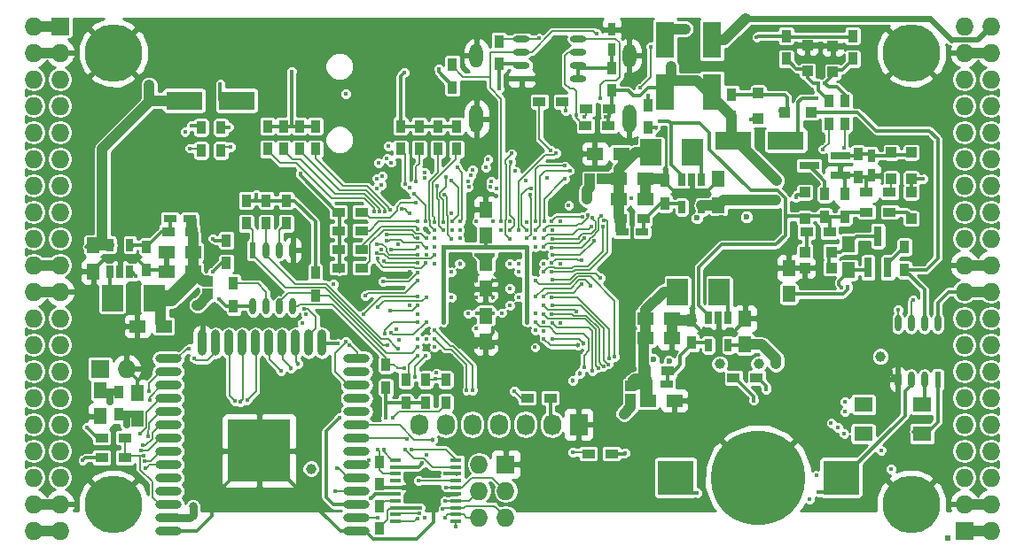
<source format=gbl>
G04 #@! TF.FileFunction,Copper,L4,Bot,Signal*
%FSLAX46Y46*%
G04 Gerber Fmt 4.6, Leading zero omitted, Abs format (unit mm)*
G04 Created by KiCad (PCBNEW 4.0.7+dfsg1-1) date Fri Dec  8 10:57:17 2017*
%MOMM*%
%LPD*%
G01*
G04 APERTURE LIST*
%ADD10C,0.100000*%
%ADD11R,1.727200X1.727200*%
%ADD12O,1.727200X1.727200*%
%ADD13R,0.500000X0.500000*%
%ADD14R,0.900000X1.200000*%
%ADD15R,1.000000X1.000000*%
%ADD16R,1.800000X3.500000*%
%ADD17R,2.000000X2.500000*%
%ADD18R,0.700000X1.200000*%
%ADD19R,1.250000X1.500000*%
%ADD20R,1.500000X1.250000*%
%ADD21R,0.800000X1.900000*%
%ADD22R,1.900000X0.800000*%
%ADD23R,1.200000X0.750000*%
%ADD24R,0.750000X1.200000*%
%ADD25R,1.200000X0.900000*%
%ADD26C,5.500000*%
%ADD27R,1.000000X0.400000*%
%ADD28R,1.727200X2.032000*%
%ADD29O,1.727200X2.032000*%
%ADD30R,3.500000X1.800000*%
%ADD31R,3.500000X3.300000*%
%ADD32C,9.000000*%
%ADD33O,1.300000X2.700000*%
%ADD34O,1.300000X2.300000*%
%ADD35R,0.600000X1.550000*%
%ADD36O,0.600000X1.550000*%
%ADD37R,1.550000X0.600000*%
%ADD38O,1.550000X0.600000*%
%ADD39O,2.500000X0.900000*%
%ADD40O,0.900000X2.500000*%
%ADD41R,6.000000X6.000000*%
%ADD42R,1.800000X1.400000*%
%ADD43C,0.600000*%
%ADD44C,1.000000*%
%ADD45C,0.400000*%
%ADD46C,0.454000*%
%ADD47C,0.800000*%
%ADD48C,0.700000*%
%ADD49C,0.300000*%
%ADD50C,0.190000*%
%ADD51C,1.000000*%
%ADD52C,0.600000*%
%ADD53C,0.500000*%
%ADD54C,0.800000*%
%ADD55C,0.700000*%
%ADD56C,0.400000*%
%ADD57C,0.200000*%
%ADD58C,1.500000*%
%ADD59C,0.127000*%
%ADD60C,1.200000*%
%ADD61C,0.254000*%
G04 APERTURE END LIST*
D10*
D11*
X97910000Y-62690000D03*
D12*
X95370000Y-62690000D03*
X97910000Y-65230000D03*
X95370000Y-65230000D03*
X97910000Y-67770000D03*
X95370000Y-67770000D03*
X97910000Y-70310000D03*
X95370000Y-70310000D03*
X97910000Y-72850000D03*
X95370000Y-72850000D03*
X97910000Y-75390000D03*
X95370000Y-75390000D03*
X97910000Y-77930000D03*
X95370000Y-77930000D03*
X97910000Y-80470000D03*
X95370000Y-80470000D03*
X97910000Y-83010000D03*
X95370000Y-83010000D03*
X97910000Y-85550000D03*
X95370000Y-85550000D03*
X97910000Y-88090000D03*
X95370000Y-88090000D03*
X97910000Y-90630000D03*
X95370000Y-90630000D03*
X97910000Y-93170000D03*
X95370000Y-93170000D03*
X97910000Y-95710000D03*
X95370000Y-95710000D03*
X97910000Y-98250000D03*
X95370000Y-98250000D03*
X97910000Y-100790000D03*
X95370000Y-100790000D03*
X97910000Y-103330000D03*
X95370000Y-103330000D03*
X97910000Y-105870000D03*
X95370000Y-105870000D03*
X97910000Y-108410000D03*
X95370000Y-108410000D03*
X97910000Y-110950000D03*
X95370000Y-110950000D03*
D13*
X182675150Y-111637626D03*
D14*
X103498000Y-99858000D03*
X103498000Y-97658000D03*
D15*
X152393000Y-97142000D03*
X152393000Y-98342000D03*
D16*
X155695000Y-69000000D03*
X155695000Y-64000000D03*
D14*
X154044000Y-72426000D03*
X154044000Y-70226000D03*
D17*
X160870000Y-88090000D03*
X156870000Y-88090000D03*
D18*
X159825000Y-90600000D03*
X160775000Y-90600000D03*
X161725000Y-90600000D03*
X161725000Y-93200000D03*
X159825000Y-93200000D03*
D17*
X102895000Y-88725000D03*
X106895000Y-88725000D03*
D18*
X104575000Y-86215000D03*
X103625000Y-86215000D03*
X102675000Y-86215000D03*
X102675000Y-83615000D03*
X104575000Y-83615000D03*
D17*
X158330000Y-74755000D03*
X154330000Y-74755000D03*
D18*
X157285000Y-77392000D03*
X158235000Y-77392000D03*
X159185000Y-77392000D03*
X159185000Y-79992000D03*
X157285000Y-79992000D03*
D19*
X101085000Y-83665000D03*
X101085000Y-86165000D03*
D20*
X153810000Y-90630000D03*
X156310000Y-90630000D03*
X153810000Y-92535000D03*
X156310000Y-92535000D03*
D19*
X163315000Y-93150000D03*
X163315000Y-90650000D03*
D20*
X151270000Y-79200000D03*
X153770000Y-79200000D03*
X151270000Y-77295000D03*
X153770000Y-77295000D03*
D19*
X160775000Y-79815000D03*
X160775000Y-77315000D03*
D20*
X110590000Y-84280000D03*
X108090000Y-84280000D03*
X110590000Y-86185000D03*
X108090000Y-86185000D03*
D19*
X173221000Y-86038000D03*
X173221000Y-83538000D03*
D21*
X176965000Y-85780000D03*
X175065000Y-85780000D03*
X176015000Y-82780000D03*
D22*
X172435000Y-75075000D03*
X172435000Y-76975000D03*
X169435000Y-76025000D03*
D23*
X153910000Y-96910000D03*
X155810000Y-96910000D03*
X151570000Y-82375000D03*
X153470000Y-82375000D03*
X110290000Y-81105000D03*
X108390000Y-81105000D03*
D24*
X175380000Y-75075000D03*
X175380000Y-76975000D03*
D25*
X169200000Y-82375000D03*
X171400000Y-82375000D03*
D14*
X172840000Y-80935000D03*
X172840000Y-78735000D03*
D25*
X177115000Y-80470000D03*
X174915000Y-80470000D03*
D14*
X174110000Y-74925000D03*
X174110000Y-77125000D03*
X178555000Y-83815000D03*
X178555000Y-86015000D03*
X113785000Y-83180000D03*
X113785000Y-85380000D03*
X170935000Y-80935000D03*
X170935000Y-78735000D03*
X128390000Y-108580000D03*
X128390000Y-110780000D03*
D25*
X150572000Y-103584000D03*
X148372000Y-103584000D03*
X177115000Y-78565000D03*
X174915000Y-78565000D03*
X153760000Y-95640000D03*
X155960000Y-95640000D03*
X110440000Y-82375000D03*
X108240000Y-82375000D03*
X151420000Y-81105000D03*
X153620000Y-81105000D03*
D14*
X158235000Y-90800000D03*
X158235000Y-93000000D03*
X106165000Y-86015000D03*
X106165000Y-83815000D03*
X155695000Y-77465000D03*
X155695000Y-79665000D03*
D25*
X126696000Y-85804000D03*
X124496000Y-85804000D03*
X126696000Y-84026000D03*
X124496000Y-84026000D03*
X126696000Y-82248000D03*
X124496000Y-82248000D03*
X126696000Y-80470000D03*
X124496000Y-80470000D03*
D14*
X130422000Y-74458000D03*
X130422000Y-72258000D03*
X132200000Y-74458000D03*
X132200000Y-72258000D03*
X133978000Y-74458000D03*
X133978000Y-72258000D03*
X135756000Y-74458000D03*
X135756000Y-72258000D03*
D24*
X150589600Y-64910000D03*
X150589600Y-63010000D03*
D11*
X184270000Y-110950000D03*
D12*
X186810000Y-110950000D03*
X184270000Y-108410000D03*
X186810000Y-108410000D03*
X184270000Y-105870000D03*
X186810000Y-105870000D03*
X184270000Y-103330000D03*
X186810000Y-103330000D03*
X184270000Y-100790000D03*
X186810000Y-100790000D03*
X184270000Y-98250000D03*
X186810000Y-98250000D03*
X184270000Y-95710000D03*
X186810000Y-95710000D03*
X184270000Y-93170000D03*
X186810000Y-93170000D03*
X184270000Y-90630000D03*
X186810000Y-90630000D03*
X184270000Y-88090000D03*
X186810000Y-88090000D03*
X184270000Y-85550000D03*
X186810000Y-85550000D03*
X184270000Y-83010000D03*
X186810000Y-83010000D03*
X184270000Y-80470000D03*
X186810000Y-80470000D03*
X184270000Y-77930000D03*
X186810000Y-77930000D03*
X184270000Y-75390000D03*
X186810000Y-75390000D03*
X184270000Y-72850000D03*
X186810000Y-72850000D03*
X184270000Y-70310000D03*
X186810000Y-70310000D03*
X184270000Y-67770000D03*
X186810000Y-67770000D03*
X184270000Y-65230000D03*
X186810000Y-65230000D03*
X184270000Y-62690000D03*
X186810000Y-62690000D03*
D26*
X102990000Y-108410000D03*
X179190000Y-108410000D03*
X179190000Y-65230000D03*
X102990000Y-65230000D03*
D14*
X162045000Y-71410000D03*
X162045000Y-69210000D03*
X139820000Y-66330000D03*
X139820000Y-64130000D03*
X135375000Y-68532000D03*
X135375000Y-66332000D03*
X150615000Y-68870000D03*
X150615000Y-66670000D03*
D25*
X150275000Y-72215000D03*
X148075000Y-72215000D03*
X150380000Y-70600000D03*
X148180000Y-70600000D03*
D27*
X135735000Y-104215000D03*
X135735000Y-104865000D03*
X135735000Y-105515000D03*
X135735000Y-106165000D03*
X135735000Y-106815000D03*
X135735000Y-107465000D03*
X135735000Y-108115000D03*
X135735000Y-108765000D03*
X135735000Y-109415000D03*
X135735000Y-110065000D03*
X129935000Y-110065000D03*
X129935000Y-109415000D03*
X129935000Y-108765000D03*
X129935000Y-108115000D03*
X129935000Y-107465000D03*
X129935000Y-106815000D03*
X129935000Y-106165000D03*
X129935000Y-105515000D03*
X129935000Y-104865000D03*
X129935000Y-104215000D03*
D14*
X119500000Y-79370000D03*
X119500000Y-81570000D03*
X114480000Y-89500000D03*
X114480000Y-87300000D03*
X129025000Y-97275000D03*
X129025000Y-95075000D03*
X117595000Y-79370000D03*
X117595000Y-81570000D03*
X122280000Y-86300000D03*
X122280000Y-88500000D03*
X115690000Y-79370000D03*
X115690000Y-81570000D03*
D25*
X144730000Y-98250000D03*
X142530000Y-98250000D03*
D14*
X132835000Y-98715000D03*
X132835000Y-96515000D03*
X130930000Y-98715000D03*
X130930000Y-96515000D03*
D25*
X101890000Y-103965000D03*
X104090000Y-103965000D03*
D11*
X101720000Y-95456000D03*
D12*
X104260000Y-95456000D03*
D25*
X104090000Y-102060000D03*
X101890000Y-102060000D03*
D19*
X167506000Y-88324000D03*
X167506000Y-85824000D03*
D25*
X164415000Y-96345000D03*
X162215000Y-96345000D03*
D14*
X167252000Y-65822000D03*
X167252000Y-63622000D03*
D11*
X140455000Y-104600000D03*
D12*
X137915000Y-104600000D03*
X140455000Y-107140000D03*
X137915000Y-107140000D03*
X140455000Y-109680000D03*
X137915000Y-109680000D03*
D19*
X138550000Y-90396000D03*
X138550000Y-92896000D03*
X138550000Y-82736000D03*
X138550000Y-80236000D03*
X138550000Y-85316000D03*
X138550000Y-87816000D03*
X101720000Y-97508000D03*
X101720000Y-100008000D03*
D14*
X113277000Y-74585000D03*
X113277000Y-72385000D03*
X111372000Y-74585000D03*
X111372000Y-72385000D03*
X172840000Y-72045000D03*
X172840000Y-69845000D03*
X171316000Y-72045000D03*
X171316000Y-69845000D03*
D28*
X147440000Y-100790000D03*
D29*
X144900000Y-100790000D03*
X142360000Y-100790000D03*
X139820000Y-100790000D03*
X137280000Y-100790000D03*
X134740000Y-100790000D03*
X132200000Y-100790000D03*
D19*
X105276000Y-100262000D03*
X105276000Y-97762000D03*
D30*
X109761000Y-69802000D03*
X114761000Y-69802000D03*
X167212000Y-73612000D03*
X162212000Y-73612000D03*
D16*
X160140000Y-64000000D03*
X160140000Y-69000000D03*
D20*
X154064000Y-98504000D03*
X156564000Y-98504000D03*
X107796000Y-91392000D03*
X105296000Y-91392000D03*
X151484000Y-74882000D03*
X148984000Y-74882000D03*
D14*
X173602000Y-65822000D03*
X173602000Y-63622000D03*
X134740000Y-96515000D03*
X134740000Y-98715000D03*
D31*
X172485000Y-105870000D03*
X156685000Y-105870000D03*
D32*
X164585000Y-105870000D03*
D15*
X169284000Y-66988000D03*
X169284000Y-64488000D03*
X171697000Y-67081000D03*
X171697000Y-64581000D03*
X169050000Y-84280000D03*
X171550000Y-84280000D03*
X179190000Y-81085000D03*
X179190000Y-78585000D03*
X169030000Y-81085000D03*
X169030000Y-78585000D03*
X171550000Y-85804000D03*
X169050000Y-85804000D03*
X179190000Y-77275000D03*
X179190000Y-74775000D03*
X177285000Y-74775000D03*
X177285000Y-77275000D03*
X167145000Y-70945000D03*
X169645000Y-70945000D03*
X164585000Y-69060000D03*
X164585000Y-71560000D03*
X112007000Y-87109000D03*
X112007000Y-88309000D03*
X149691000Y-77295000D03*
X148491000Y-77295000D03*
D14*
X128390000Y-106546000D03*
X128390000Y-104346000D03*
X117722000Y-74458000D03*
X117722000Y-72258000D03*
X119246000Y-74458000D03*
X119246000Y-72258000D03*
X120770000Y-74458000D03*
X120770000Y-72258000D03*
X122294000Y-74458000D03*
X122294000Y-72258000D03*
D25*
X145880000Y-69900000D03*
X143680000Y-69900000D03*
D33*
X152280000Y-71550000D03*
X137680000Y-71550000D03*
D34*
X137680000Y-65500000D03*
X152280000Y-65500000D03*
D35*
X181730000Y-96505000D03*
D36*
X180460000Y-96505000D03*
X179190000Y-96505000D03*
X177920000Y-96505000D03*
X177920000Y-91105000D03*
X179190000Y-91105000D03*
X180460000Y-91105000D03*
X181730000Y-91105000D03*
D37*
X141980000Y-67706500D03*
D38*
X141980000Y-66436500D03*
X141980000Y-65166500D03*
X141980000Y-63896500D03*
X147380000Y-63896500D03*
X147380000Y-65166500D03*
X147380000Y-66436500D03*
X147380000Y-67706500D03*
D35*
X116325000Y-84120000D03*
D36*
X117595000Y-84120000D03*
X118865000Y-84120000D03*
X120135000Y-84120000D03*
X120135000Y-89520000D03*
X118865000Y-89520000D03*
X117595000Y-89520000D03*
X116325000Y-89520000D03*
D39*
X126230000Y-111000000D03*
X126230000Y-109730000D03*
X126230000Y-108460000D03*
X126230000Y-107190000D03*
X126230000Y-105920000D03*
X126230000Y-104650000D03*
X126230000Y-103380000D03*
X126230000Y-102110000D03*
X126230000Y-100840000D03*
X126230000Y-99570000D03*
X126230000Y-98300000D03*
X126230000Y-97030000D03*
X126230000Y-95760000D03*
X126230000Y-94490000D03*
D40*
X122945000Y-93000000D03*
X121675000Y-93000000D03*
X120405000Y-93000000D03*
X119135000Y-93000000D03*
X117865000Y-93000000D03*
X116595000Y-93000000D03*
X115325000Y-93000000D03*
X114055000Y-93000000D03*
X112785000Y-93000000D03*
X111515000Y-93000000D03*
D39*
X108230000Y-94490000D03*
X108230000Y-95760000D03*
X108230000Y-97030000D03*
X108230000Y-98300000D03*
X108230000Y-99570000D03*
X108230000Y-100840000D03*
X108230000Y-102110000D03*
X108230000Y-103380000D03*
X108230000Y-104650000D03*
X108230000Y-105920000D03*
X108230000Y-107190000D03*
X108230000Y-108460000D03*
X108230000Y-109730000D03*
X108230000Y-111000000D03*
D41*
X116930000Y-103300000D03*
D42*
X180212000Y-98882000D03*
X174612000Y-98882000D03*
X174612000Y-101682000D03*
X180212000Y-101682000D03*
D43*
X152525938Y-81463870D03*
D44*
X162956098Y-95078488D03*
X158539988Y-94868772D03*
D43*
X161075765Y-80992022D03*
X164882869Y-80938986D03*
X156262773Y-81349374D03*
D44*
X177229911Y-82281349D03*
D43*
X123437000Y-108972000D03*
D45*
X132871770Y-84533979D03*
X132862998Y-82124544D03*
X131278306Y-86213101D03*
X135281276Y-80583119D03*
X131279502Y-89407325D03*
X170309539Y-85441529D03*
X145698456Y-91073766D03*
X145672808Y-85396062D03*
X144103186Y-84622010D03*
X133216000Y-107465000D03*
X137680000Y-88600000D03*
X142480000Y-95000000D03*
X141680000Y-92600000D03*
X140836000Y-84534000D03*
X135284627Y-94985297D03*
X135288625Y-94225619D03*
X134455822Y-94267172D03*
X136095958Y-93369652D03*
D46*
X139264636Y-91615205D03*
D44*
X116880503Y-64802940D03*
X106974809Y-64953974D03*
X175210328Y-64948943D03*
X165417246Y-64954666D03*
D45*
X175495631Y-71457432D03*
X145680000Y-94177990D03*
X177285000Y-95710000D03*
X140880000Y-81400000D03*
X136085174Y-89394826D03*
X145680000Y-81400000D03*
X140874194Y-91433353D03*
X142480000Y-94200000D03*
X140880000Y-93400000D03*
X139280000Y-93400000D03*
X137680000Y-93400000D03*
X136880000Y-92600000D03*
X135280000Y-92600000D03*
X132880000Y-91800000D03*
X132880000Y-93400000D03*
D46*
X141042859Y-86994997D03*
X139280000Y-87000000D03*
X136110990Y-86995403D03*
X137680000Y-87000000D03*
X136080000Y-84600000D03*
X139280000Y-88600000D03*
D44*
X166284693Y-95025145D03*
X166248957Y-79348409D03*
X166343357Y-77477990D03*
D45*
X172564535Y-87722010D03*
D44*
X121861867Y-105030174D03*
D45*
X150030853Y-71331848D03*
D44*
X156235582Y-66548363D03*
X101932065Y-82585048D03*
X106417803Y-68312483D03*
D45*
X127586603Y-107875044D03*
D44*
X157600000Y-62944000D03*
X160905403Y-95006436D03*
D43*
X158731133Y-81048929D03*
X154593901Y-94607945D03*
X156088245Y-94762980D03*
D44*
X164625730Y-94982471D03*
D43*
X163462982Y-80942429D03*
D44*
X176254940Y-94288458D03*
D47*
X110593913Y-108636458D03*
D45*
X180340784Y-77316932D03*
X109828000Y-72830000D03*
X148271935Y-77777990D03*
X173137949Y-87594275D03*
D44*
X148202454Y-79278787D03*
D48*
X102710050Y-98594954D03*
D45*
X154794000Y-72426000D03*
X129005202Y-100174798D03*
X137659051Y-91638034D03*
X139820000Y-68665673D03*
X172834633Y-99599920D03*
X172879922Y-98618650D03*
X176305593Y-103279812D03*
X164433885Y-63737451D03*
X134079160Y-66786153D03*
X116654336Y-78777990D03*
X112515000Y-83010000D03*
X100080000Y-104200000D03*
X113080000Y-88800000D03*
X135273306Y-88618602D03*
X139272517Y-84611349D03*
X137680556Y-84534085D03*
X141680000Y-86200000D03*
X135280000Y-86200000D03*
X132880000Y-92600000D03*
X132080000Y-92600000D03*
X141680000Y-88600000D03*
X141680000Y-85400000D03*
X165349214Y-97422919D03*
X121401947Y-90251871D03*
X129988160Y-91721995D03*
X130302262Y-92700329D03*
X121041200Y-91125073D03*
D44*
X110991000Y-89360000D03*
D45*
X142480000Y-91000000D03*
X142480000Y-83800000D03*
X134480000Y-83800000D03*
X134480000Y-91000000D03*
X105160274Y-86610828D03*
X125193541Y-69156848D03*
X155149360Y-71764535D03*
X170182962Y-69571012D03*
X170362901Y-107286196D03*
X158716651Y-107325176D03*
X128216338Y-109760338D03*
X132708000Y-109680000D03*
X137295592Y-97538017D03*
X134750646Y-106810513D03*
X133680000Y-91800000D03*
X136740903Y-97514503D03*
X134675868Y-108131585D03*
D46*
X133449289Y-102232615D03*
D45*
X133680000Y-92600000D03*
X132936956Y-103711000D03*
X127385678Y-104203668D03*
X133685482Y-93402296D03*
X134463998Y-108841973D03*
X131039072Y-102187000D03*
X131808905Y-96227367D03*
X134636872Y-109719950D03*
X132846234Y-94197073D03*
X120834553Y-76779094D03*
X130761990Y-67119621D03*
X147186000Y-71200000D03*
X147983153Y-71347080D03*
X149475951Y-69619684D03*
X153297112Y-68608292D03*
X177926984Y-89812061D03*
X154329326Y-64643767D03*
X152497066Y-79193467D03*
X146481406Y-79819384D03*
X143650666Y-63862520D03*
X179351513Y-88868327D03*
X149134122Y-63424051D03*
X140035989Y-81400000D03*
X115759823Y-98502036D03*
X132083026Y-86260405D03*
X128776655Y-87135140D03*
X119008515Y-95662939D03*
D46*
X119978162Y-95412951D03*
X120634035Y-94977604D03*
D45*
X113212238Y-68244401D03*
X146180000Y-70800000D03*
X131453853Y-103208291D03*
X149771692Y-81825658D03*
X144080000Y-86200000D03*
X149520824Y-86769192D03*
X144894316Y-86977564D03*
X144873936Y-83860397D03*
X149549750Y-80868432D03*
D46*
X147355672Y-93219294D03*
D45*
X144113248Y-92588762D03*
X144875155Y-86218896D03*
X149846468Y-81303978D03*
X144916886Y-83016385D03*
X148719886Y-81056015D03*
D46*
X147915304Y-93063131D03*
D45*
X144882352Y-92577990D03*
X148747982Y-95669626D03*
X144891634Y-91073766D03*
X149795895Y-95251084D03*
X144867244Y-90229755D03*
X150278898Y-95040253D03*
X144892596Y-89385743D03*
X150345974Y-94517527D03*
X144877648Y-88622010D03*
X150889207Y-94332565D03*
X143280000Y-87000000D03*
X130807074Y-95454141D03*
X130171404Y-93544341D03*
X132080000Y-93400000D03*
X129196652Y-93209125D03*
X133852393Y-95875797D03*
X141280000Y-97600000D03*
X133762848Y-96395146D03*
X132080000Y-94200000D03*
X128610772Y-84072485D03*
X105895603Y-103765816D03*
X130839486Y-103208291D03*
X132075624Y-89410644D03*
X129449238Y-89926948D03*
X128806823Y-103185900D03*
X128251440Y-89564206D03*
X132162861Y-106185868D03*
X132880000Y-88600000D03*
X124329568Y-104994951D03*
X127040053Y-88481065D03*
X132080000Y-87000000D03*
X125499542Y-93250681D03*
X124202418Y-107207639D03*
X132024412Y-109766775D03*
X110313517Y-74380698D03*
X132219727Y-109277292D03*
X114166000Y-74247000D03*
X135315381Y-81391918D03*
X135280062Y-77463305D03*
X134471370Y-81406751D03*
X134758050Y-77130140D03*
X132761172Y-77202673D03*
X132737245Y-76676207D03*
X128644933Y-77050030D03*
X128152012Y-77257840D03*
X128125571Y-78233647D03*
X110718734Y-94451783D03*
X128590544Y-77894041D03*
X110249038Y-93533767D03*
X106368514Y-97598098D03*
X131253134Y-78134216D03*
X106477197Y-98487772D03*
X132783339Y-81400004D03*
X131709326Y-78745875D03*
X132079024Y-82984045D03*
X129109095Y-82655074D03*
X105572759Y-101661319D03*
X106276126Y-101893466D03*
X132880889Y-83897835D03*
X129054383Y-83179239D03*
X129487667Y-84079929D03*
X132083682Y-83828056D03*
X105813763Y-102819336D03*
X132062099Y-84533979D03*
X128165458Y-83528763D03*
X105627254Y-103312241D03*
X128183315Y-84380742D03*
X105992720Y-104283802D03*
X133671942Y-84595200D03*
X132834641Y-85377990D03*
X128203260Y-84907376D03*
X106088753Y-104974041D03*
D46*
X146862501Y-96617499D03*
X147534467Y-95913260D03*
D45*
X147927932Y-95329243D03*
X143280000Y-91000000D03*
X149284391Y-95377990D03*
X144077013Y-90266968D03*
X147207648Y-89973043D03*
X144076240Y-89395301D03*
X143281824Y-90201951D03*
X144102010Y-85397219D03*
X147687522Y-85093328D03*
X144868096Y-85371354D03*
X148610669Y-81900026D03*
X144102010Y-83000000D03*
X144888125Y-82172374D03*
X147695541Y-87403214D03*
X144082832Y-88584510D03*
X148578814Y-87496879D03*
X143278026Y-88595030D03*
X144125486Y-82186468D03*
X148298275Y-80739810D03*
X144876540Y-81328363D03*
X147802234Y-80917812D03*
X139280000Y-81400000D03*
X139578623Y-78205862D03*
X139034115Y-78040948D03*
X139046749Y-77514088D03*
X138580000Y-76200000D03*
X138779198Y-75400762D03*
X137680000Y-81400000D03*
X137308732Y-76415018D03*
X137106948Y-76979922D03*
X136859538Y-77550820D03*
X136922059Y-78097889D03*
X136096392Y-81395070D03*
X135830698Y-76200613D03*
X148878722Y-83261032D03*
X144915665Y-84598743D03*
X148001372Y-82958777D03*
X144103186Y-83777990D03*
X142841210Y-78784254D03*
X142473549Y-82998913D03*
X142864275Y-78217369D03*
X142437464Y-82181475D03*
X146089079Y-77300571D03*
X144144931Y-81387081D03*
X144394875Y-77219934D03*
X146577729Y-76500816D03*
X143281475Y-82206074D03*
X146130802Y-76060132D03*
X143300920Y-81377293D03*
X145255695Y-74817220D03*
X141662690Y-82207782D03*
X142456909Y-81405800D03*
X140030954Y-82200000D03*
X141342967Y-76554996D03*
X141046643Y-74873804D03*
X140864029Y-83041403D03*
X140874966Y-82177164D03*
X140980062Y-75681941D03*
X115149319Y-98625494D03*
X132872609Y-82968555D03*
X132080007Y-82103333D03*
X132080000Y-81400000D03*
X131847310Y-79589886D03*
X130856828Y-77786820D03*
X131923295Y-77584853D03*
X133648389Y-82190597D03*
X133627359Y-81414685D03*
X129477855Y-92000822D03*
X132880000Y-91000000D03*
X128879646Y-92111037D03*
X132077648Y-90977990D03*
X131275302Y-80595752D03*
X130489904Y-80167235D03*
X128823114Y-85153560D03*
X132072985Y-85377990D03*
X134476508Y-82180155D03*
X133942383Y-77980766D03*
X163908850Y-71651861D03*
X135656559Y-110610712D03*
X132468001Y-104503413D03*
X146844288Y-103452739D03*
X132285867Y-108754446D03*
X134707351Y-105508447D03*
D48*
X104260000Y-100790000D03*
D45*
X114604320Y-98573680D03*
X112515000Y-86185000D03*
X164144561Y-98511733D03*
X170157734Y-105666345D03*
X169506589Y-107953726D03*
X170735900Y-74464979D03*
X143257990Y-83000000D03*
X168166438Y-79108038D03*
X151896383Y-103510715D03*
X114039000Y-72342000D03*
X110483000Y-72215000D03*
X143269694Y-93414905D03*
X177274002Y-105079115D03*
X172761273Y-101651681D03*
X143280000Y-91800000D03*
X172193360Y-101105663D03*
X144064831Y-91877646D03*
X171540304Y-100645743D03*
X144080000Y-91000000D03*
X135320520Y-82196441D03*
X129493343Y-75737814D03*
X136080000Y-82200000D03*
X129125079Y-75315804D03*
X136080000Y-83000000D03*
X129252218Y-74142461D03*
X142377451Y-77497451D03*
X172746637Y-74347988D03*
X143280000Y-83800000D03*
X170300000Y-68151000D03*
X170950000Y-68125562D03*
X125167387Y-92841517D03*
X121206217Y-89762554D03*
X132082956Y-90210779D03*
X182675150Y-111637626D03*
X124027706Y-87347706D03*
X124027707Y-87347707D03*
X166678914Y-70803555D03*
X129660000Y-100155000D03*
X124580000Y-100155000D03*
X132084049Y-88558274D03*
X126880008Y-90276109D03*
X128280000Y-103200000D03*
X100450000Y-101044000D03*
X120008000Y-67008000D03*
X127889625Y-80407426D03*
X133680000Y-85400000D03*
X130204628Y-83599483D03*
X128416582Y-80399850D03*
X133680000Y-83800000D03*
X128943593Y-80399729D03*
X133680000Y-83000000D03*
X129457990Y-80285112D03*
X144780000Y-74590382D03*
X124453000Y-93043000D03*
X137689001Y-90122990D03*
D44*
X151758000Y-99774000D03*
D45*
X136885174Y-90194826D03*
X140094890Y-90122990D03*
X139280000Y-90122990D03*
X140880000Y-89400000D03*
X140880000Y-87800000D03*
X140880000Y-85400000D03*
D46*
X136080000Y-85400000D03*
D45*
X128333179Y-75769807D03*
X134613000Y-78819000D03*
X135280000Y-83022010D03*
X154052298Y-69302298D03*
D49*
X155822000Y-83645000D02*
X155822000Y-81790147D01*
X155822000Y-81790147D02*
X156262773Y-81349374D01*
X153039876Y-83645000D02*
X155822000Y-83645000D01*
X152525938Y-83131062D02*
X153039876Y-83645000D01*
X152525938Y-81463870D02*
X152525938Y-83131062D01*
D50*
X138029000Y-66332000D02*
X138115000Y-66246000D01*
D49*
X133415999Y-107664999D02*
X133216000Y-107465000D01*
X133612013Y-107861013D02*
X133415999Y-107664999D01*
X131991648Y-111780338D02*
X133612013Y-110159973D01*
X127810434Y-111780338D02*
X131991648Y-111780338D01*
X133612013Y-110159973D02*
X133612013Y-107861013D01*
X127060434Y-111030338D02*
X127810434Y-111780338D01*
X126260434Y-111030338D02*
X127060434Y-111030338D01*
D51*
X184270000Y-108410000D02*
X186810000Y-108410000D01*
X184270000Y-85550000D02*
X186810000Y-85550000D01*
X184270000Y-65230000D02*
X186810000Y-65230000D01*
X95370000Y-65230000D02*
X97910000Y-65230000D01*
X95370000Y-88090000D02*
X97910000Y-88090000D01*
X95370000Y-108410000D02*
X97910000Y-108410000D01*
D49*
X108260434Y-111030338D02*
X109060434Y-111030338D01*
X109060434Y-111030338D02*
X109140772Y-110950000D01*
X110957617Y-110950000D02*
X112380000Y-109527617D01*
X109140772Y-110950000D02*
X110957617Y-110950000D01*
X112380000Y-109527617D02*
X112380000Y-107854384D01*
X112380000Y-107854384D02*
X116904046Y-103330338D01*
X116904046Y-103330338D02*
X116960434Y-103330338D01*
X167506000Y-85824000D02*
X169927068Y-85824000D01*
X169927068Y-85824000D02*
X170109540Y-85641528D01*
X170109540Y-85641528D02*
X170309539Y-85441529D01*
X104260000Y-95456000D02*
X105276000Y-96472000D01*
X105276000Y-96472000D02*
X105276000Y-97762000D01*
X133216000Y-107465000D02*
X132214478Y-107465000D01*
X135735000Y-107465000D02*
X133216000Y-107465000D01*
X132214478Y-107465000D02*
X131572496Y-106823018D01*
X131572496Y-106823018D02*
X129919874Y-106823018D01*
X126260434Y-111030338D02*
X124660659Y-111030338D01*
X124660659Y-111030338D02*
X116960659Y-103330338D01*
X116960659Y-103330338D02*
X116960434Y-103330338D01*
X129935000Y-106815000D02*
X128659000Y-106815000D01*
X128659000Y-106815000D02*
X128390000Y-106546000D01*
X128390000Y-106546000D02*
X128558000Y-106546000D01*
X136126306Y-93400000D02*
X136095958Y-93369652D01*
X136880000Y-92600000D02*
X136110348Y-93369652D01*
X136049652Y-93369652D02*
X136095958Y-93369652D01*
X137680000Y-93400000D02*
X136126306Y-93400000D01*
X135280000Y-92600000D02*
X136049652Y-93369652D01*
X136110348Y-93369652D02*
X136095958Y-93369652D01*
X139264636Y-92054364D02*
X139264636Y-91936231D01*
X139264636Y-91936231D02*
X139264636Y-91615205D01*
X138550000Y-92769000D02*
X139264636Y-92054364D01*
X136880000Y-92600000D02*
X137680000Y-93400000D01*
X136880000Y-92600000D02*
X138381000Y-92600000D01*
X138381000Y-92600000D02*
X138550000Y-92769000D01*
X135280000Y-92600000D02*
X136880000Y-92600000D01*
X138550000Y-92769000D02*
X138649000Y-92769000D01*
X138649000Y-92769000D02*
X139280000Y-93400000D01*
X138550000Y-92769000D02*
X138311000Y-92769000D01*
X138311000Y-92769000D02*
X137680000Y-93400000D01*
X175042385Y-64781000D02*
X175210328Y-64948943D01*
X171697000Y-64781000D02*
X175042385Y-64781000D01*
X165683912Y-64688000D02*
X165417246Y-64954666D01*
X169284000Y-64688000D02*
X165683912Y-64688000D01*
X169284000Y-64688000D02*
X171604000Y-64688000D01*
X171604000Y-64688000D02*
X171697000Y-64781000D01*
X177285000Y-95710000D02*
X177285000Y-95964000D01*
X177285000Y-95964000D02*
X177920000Y-96599000D01*
X102210000Y-84915000D02*
X103625000Y-84915000D01*
X103625000Y-84915000D02*
X105215000Y-84915000D01*
X103625000Y-86215000D02*
X103625000Y-84915000D01*
X105215000Y-84915000D02*
X106165000Y-85865000D01*
X106165000Y-85865000D02*
X106165000Y-86015000D01*
X101085000Y-86165000D02*
X101085000Y-86040000D01*
X101085000Y-86040000D02*
X102210000Y-84915000D01*
X106165000Y-86015000D02*
X107920000Y-86015000D01*
X107920000Y-86015000D02*
X108090000Y-86185000D01*
D51*
X153770000Y-77295000D02*
X155525000Y-77295000D01*
D49*
X155525000Y-77295000D02*
X155695000Y-77465000D01*
D51*
X153770000Y-79200000D02*
X153770000Y-77295000D01*
D49*
X174110000Y-77125000D02*
X174745000Y-77125000D01*
X174745000Y-77125000D02*
X175230000Y-77125000D01*
X174915000Y-78565000D02*
X174915000Y-77295000D01*
X174915000Y-77295000D02*
X174745000Y-77125000D01*
X172840000Y-78735000D02*
X172840000Y-77380000D01*
X172840000Y-77380000D02*
X172435000Y-76975000D01*
X175230000Y-77125000D02*
X175380000Y-76975000D01*
X172435000Y-76975000D02*
X173960000Y-76975000D01*
X173960000Y-76975000D02*
X174110000Y-77125000D01*
X137680000Y-86200000D02*
X137680000Y-86600000D01*
X136080000Y-84600000D02*
X137680000Y-86200000D01*
X159850000Y-78365000D02*
X158235000Y-78365000D01*
X158235000Y-78365000D02*
X156445000Y-78365000D01*
X158235000Y-77235000D02*
X158235000Y-78365000D01*
X160775000Y-77315000D02*
X160775000Y-77440000D01*
X160775000Y-77440000D02*
X159850000Y-78365000D01*
X156445000Y-78365000D02*
X155695000Y-77615000D01*
X155695000Y-77615000D02*
X155695000Y-77465000D01*
D51*
X156310000Y-90630000D02*
X156310000Y-92535000D01*
X158235000Y-90800000D02*
X156480000Y-90800000D01*
D49*
X156480000Y-90800000D02*
X156310000Y-90630000D01*
X163315000Y-90650000D02*
X163315000Y-90834602D01*
X163315000Y-90834602D02*
X162249602Y-91900000D01*
X162249602Y-91900000D02*
X160775000Y-91900000D01*
X101085000Y-86165000D02*
X101085000Y-85929893D01*
X106165000Y-85944374D02*
X106165000Y-86015000D01*
X159185000Y-91900000D02*
X160775000Y-91900000D01*
X160775000Y-90600000D02*
X160775000Y-91900000D01*
X158235000Y-90800000D02*
X158235000Y-90950000D01*
X158235000Y-90950000D02*
X159185000Y-91900000D01*
X108090000Y-84280000D02*
X108090000Y-86185000D01*
X107625000Y-84745000D02*
X108090000Y-84280000D01*
X108070000Y-84260000D02*
X108090000Y-84280000D01*
X141037856Y-87000000D02*
X141042859Y-86994997D01*
X139280000Y-87000000D02*
X141037856Y-87000000D01*
X136432016Y-86995403D02*
X136110990Y-86995403D01*
X137284597Y-86995403D02*
X136432016Y-86995403D01*
X137680000Y-86600000D02*
X137284597Y-86995403D01*
X137680000Y-86600000D02*
X137680000Y-87000000D01*
D51*
X166284693Y-94494693D02*
X166284693Y-95025145D01*
X164940000Y-93150000D02*
X166284693Y-94494693D01*
X163315000Y-93150000D02*
X164940000Y-93150000D01*
X165541851Y-79348409D02*
X166248957Y-79348409D01*
X161241591Y-79348409D02*
X165541851Y-79348409D01*
X160790000Y-79800000D02*
X161241591Y-79348409D01*
D49*
X150615000Y-68870000D02*
X152180000Y-68870000D01*
X153331001Y-69348999D02*
X152658999Y-69348999D01*
X152658999Y-69348999D02*
X152180000Y-68870000D01*
X154087002Y-68592998D02*
X155287998Y-68592998D01*
X153331001Y-69348999D02*
X154087002Y-68592998D01*
X155287998Y-68592998D02*
X155695000Y-69000000D01*
D51*
X162045000Y-71410000D02*
X162045000Y-73179633D01*
X162045000Y-73179633D02*
X165843358Y-76977991D01*
X165843358Y-76977991D02*
X166343357Y-77477990D01*
D49*
X101085000Y-83665000D02*
X101684316Y-83665000D01*
X101684316Y-83665000D02*
X101913492Y-83435824D01*
D51*
X101913492Y-83435824D02*
X101913492Y-82603621D01*
D49*
X101913492Y-82603621D02*
X101932065Y-82585048D01*
X172296000Y-87453475D02*
X172364536Y-87522011D01*
X172364536Y-87522011D02*
X172564535Y-87722010D01*
X172296000Y-87088000D02*
X172296000Y-87453475D01*
X173221000Y-86038000D02*
X173221000Y-86163000D01*
X173221000Y-86163000D02*
X172296000Y-87088000D01*
X150275000Y-71465000D02*
X150380000Y-71360000D01*
X150380000Y-71360000D02*
X150380000Y-70600000D01*
X150615000Y-70935000D02*
X150615000Y-69995990D01*
X150615000Y-69995990D02*
X150615000Y-68870000D01*
X150313695Y-71331848D02*
X150030853Y-71331848D01*
X150141848Y-71331848D02*
X150030853Y-71331848D01*
X150275000Y-71465000D02*
X150141848Y-71331848D01*
X150275000Y-72215000D02*
X150275000Y-71465000D01*
X160140000Y-69000000D02*
X160140000Y-69850000D01*
X160140000Y-69850000D02*
X161700000Y-71410000D01*
D51*
X156235582Y-67716832D02*
X156235582Y-66548363D01*
X158681338Y-67896338D02*
X156415088Y-67896338D01*
X156415088Y-67896338D02*
X156235582Y-67716832D01*
D49*
X156235582Y-66578582D02*
X156235582Y-66548363D01*
D51*
X101932065Y-81877942D02*
X101932065Y-82585048D01*
X101932065Y-74415935D02*
X101932065Y-81877942D01*
X106407114Y-69940886D02*
X101932065Y-74415935D01*
X106417803Y-69019589D02*
X106417803Y-68312483D01*
X106417803Y-69930197D02*
X106417803Y-69019589D01*
X106407114Y-69940886D02*
X106417803Y-69930197D01*
D49*
X110610000Y-69548000D02*
X110610000Y-69802000D01*
D51*
X109975000Y-69802000D02*
X106546000Y-69802000D01*
X106546000Y-69802000D02*
X106419000Y-69929000D01*
X106419000Y-69929000D02*
X106407114Y-69940886D01*
D49*
X106419000Y-69675000D02*
X106419000Y-69929000D01*
X100572432Y-83665000D02*
X100424079Y-83813353D01*
X101085000Y-83665000D02*
X100572432Y-83665000D01*
X160790000Y-79800000D02*
X160775000Y-79815000D01*
X160775000Y-79940000D02*
X160775000Y-79815000D01*
X164925000Y-93150000D02*
X164240000Y-93150000D01*
X164240000Y-93150000D02*
X163315000Y-93150000D01*
X101085000Y-83665000D02*
X101085000Y-83790000D01*
D51*
X159185000Y-79835000D02*
X160755000Y-79835000D01*
D49*
X160755000Y-79835000D02*
X160775000Y-79815000D01*
X161725000Y-93200000D02*
X163265000Y-93200000D01*
X163265000Y-93200000D02*
X163315000Y-93150000D01*
X173221000Y-86038000D02*
X174807000Y-86038000D01*
X174807000Y-86038000D02*
X175065000Y-85780000D01*
D51*
X101085000Y-83665000D02*
X102625000Y-83665000D01*
D49*
X102625000Y-83665000D02*
X102675000Y-83615000D01*
X161700000Y-71410000D02*
X162045000Y-71410000D01*
D51*
X162045000Y-71410000D02*
X162045000Y-71260000D01*
X162045000Y-71260000D02*
X158681338Y-67896338D01*
D49*
X162045000Y-71753000D02*
X162045000Y-71410000D01*
X127786602Y-107675045D02*
X127586603Y-107875044D01*
X129935000Y-107465000D02*
X127996647Y-107465000D01*
X127996647Y-107465000D02*
X127786602Y-107675045D01*
X155695000Y-64000000D02*
X155695000Y-63368337D01*
X155695000Y-63368337D02*
X156119337Y-62944000D01*
D51*
X156119337Y-62944000D02*
X157600000Y-62944000D01*
X160140000Y-64000000D02*
X161340000Y-64000000D01*
X161340000Y-64000000D02*
X163399217Y-61940783D01*
D52*
X163399217Y-61940783D02*
X180980783Y-61940783D01*
D53*
X185540000Y-63960000D02*
X186810000Y-62690000D01*
D52*
X180980783Y-61940783D02*
X183000000Y-63960000D01*
D53*
X183000000Y-63960000D02*
X185540000Y-63960000D01*
D54*
X110593913Y-109202143D02*
X110593913Y-108636458D01*
X110593913Y-109476859D02*
X110593913Y-109202143D01*
X110310434Y-109760338D02*
X110593913Y-109476859D01*
X108260434Y-109760338D02*
X110310434Y-109760338D01*
D49*
X179190000Y-77075000D02*
X179431932Y-77316932D01*
X179431932Y-77316932D02*
X180057942Y-77316932D01*
X180057942Y-77316932D02*
X180340784Y-77316932D01*
D51*
X184270000Y-110950000D02*
X186810000Y-110950000D01*
X184270000Y-88090000D02*
X186810000Y-88090000D01*
X95370000Y-62690000D02*
X97910000Y-62690000D01*
X95370000Y-85550000D02*
X97910000Y-85550000D01*
X95370000Y-110950000D02*
X97910000Y-110950000D01*
D49*
X179190000Y-78585000D02*
X179190000Y-77275000D01*
X148471934Y-77577991D02*
X148271935Y-77777990D01*
X148491000Y-77295000D02*
X148491000Y-77558925D01*
X148491000Y-77558925D02*
X148471934Y-77577991D01*
X148202000Y-78022023D02*
X148271935Y-77952088D01*
X148271935Y-77952088D02*
X148271935Y-77777990D01*
X129025000Y-97275000D02*
X129025000Y-98800000D01*
X129025000Y-98800000D02*
X129025000Y-100155000D01*
X130930000Y-98715000D02*
X129110000Y-98715000D01*
X129110000Y-98715000D02*
X129025000Y-98800000D01*
X167506000Y-88324000D02*
X172691066Y-88324000D01*
X172691066Y-88324000D02*
X173137949Y-87877117D01*
X173137949Y-87877117D02*
X173137949Y-87594275D01*
D51*
X148202454Y-78413536D02*
X148202454Y-78571681D01*
X148202000Y-78413082D02*
X148202454Y-78413536D01*
X148202454Y-78571681D02*
X148202454Y-79278787D01*
D55*
X102710050Y-97683950D02*
X102710050Y-98099980D01*
X102736000Y-97658000D02*
X102710050Y-97683950D01*
X102710050Y-98099980D02*
X102710050Y-98594954D01*
X102736000Y-97658000D02*
X101870000Y-97658000D01*
X103498000Y-97658000D02*
X102736000Y-97658000D01*
D49*
X101870000Y-97658000D02*
X101720000Y-97508000D01*
X148202000Y-78413082D02*
X148491000Y-78124082D01*
D51*
X148491000Y-78124082D02*
X148491000Y-77295000D01*
X148202000Y-78413082D02*
X148439744Y-78175338D01*
D49*
X154806000Y-72438000D02*
X154794000Y-72426000D01*
X154044000Y-72426000D02*
X154794000Y-72426000D01*
X129025000Y-100155000D02*
X129005202Y-100174798D01*
X129025000Y-97275000D02*
X129025000Y-98175000D01*
X132835000Y-98715000D02*
X130930000Y-98715000D01*
X173602000Y-63706000D02*
X167336000Y-63706000D01*
X167336000Y-63706000D02*
X167252000Y-63622000D01*
X167252000Y-63622000D02*
X164549336Y-63622000D01*
X164549336Y-63622000D02*
X164433885Y-63737451D01*
X138550000Y-85042000D02*
X138188471Y-85042000D01*
X138188471Y-85042000D02*
X137680556Y-84534085D01*
X138550000Y-85042000D02*
X138841866Y-85042000D01*
X138841866Y-85042000D02*
X139272517Y-84611349D01*
X137680556Y-84534085D02*
X139195253Y-84534085D01*
X139195253Y-84534085D02*
X139272517Y-84611349D01*
X139820000Y-66330000D02*
X139820000Y-68665673D01*
X165349214Y-97129214D02*
X165349214Y-97422919D01*
X164565000Y-96345000D02*
X165349214Y-97129214D01*
X164415000Y-96345000D02*
X164565000Y-96345000D01*
X134079160Y-67068995D02*
X134079160Y-66786153D01*
X134079160Y-67086160D02*
X134079160Y-67068995D01*
X135375000Y-68382000D02*
X134079160Y-67086160D01*
X135375000Y-68532000D02*
X135375000Y-68382000D01*
X116654336Y-79155664D02*
X116654336Y-79060832D01*
X115690000Y-79370000D02*
X116440000Y-79370000D01*
X116440000Y-79370000D02*
X116654336Y-79155664D01*
X116654336Y-79060832D02*
X116654336Y-78777990D01*
X181730000Y-89106000D02*
X182746000Y-88090000D01*
X182746000Y-88090000D02*
X184270000Y-88090000D01*
X181730000Y-91011000D02*
X181730000Y-89106000D01*
X144730000Y-98250000D02*
X144730000Y-99266000D01*
X144730000Y-99266000D02*
X144730000Y-99400000D01*
X144730000Y-99400000D02*
X144730000Y-100620000D01*
X113785000Y-83180000D02*
X112685000Y-83180000D01*
X112685000Y-83180000D02*
X112515000Y-83010000D01*
X122280000Y-86300000D02*
X122280000Y-81400000D01*
X122280000Y-81400000D02*
X120250000Y-79370000D01*
X120250000Y-79370000D02*
X119500000Y-79370000D01*
X100315000Y-103965000D02*
X100080000Y-104200000D01*
X101890000Y-103965000D02*
X100315000Y-103965000D01*
X117595000Y-79370000D02*
X119500000Y-79370000D01*
X115690000Y-79370000D02*
X117595000Y-79370000D01*
X114480000Y-89500000D02*
X113780000Y-89500000D01*
X113780000Y-89500000D02*
X113080000Y-88800000D01*
X114480000Y-89500000D02*
X116305000Y-89500000D01*
X116305000Y-89500000D02*
X116325000Y-89520000D01*
X144900000Y-98250000D02*
X144730000Y-98250000D01*
X144730000Y-100620000D02*
X144900000Y-100790000D01*
X139820000Y-66330000D02*
X141875000Y-66330000D01*
X141875000Y-66330000D02*
X141980000Y-66435000D01*
X156010000Y-95710000D02*
X156524914Y-95710000D01*
X156524914Y-95710000D02*
X157145126Y-95089788D01*
X157145126Y-95089788D02*
X157145126Y-94239874D01*
X157145126Y-94239874D02*
X158235000Y-93150000D01*
X158235000Y-93150000D02*
X158235000Y-93000000D01*
X155960000Y-95640000D02*
X155960000Y-96760000D01*
X155960000Y-96760000D02*
X155810000Y-96910000D01*
X158235000Y-93000000D02*
X159625000Y-93000000D01*
X159625000Y-93000000D02*
X159825000Y-93200000D01*
D51*
X112007000Y-88471000D02*
X111118000Y-89360000D01*
X111118000Y-89360000D02*
X110991000Y-89360000D01*
D49*
X112007000Y-88359000D02*
X112007000Y-88471000D01*
D56*
X137480000Y-83800000D02*
X138550000Y-83800000D01*
X138550000Y-83800000D02*
X142480000Y-83800000D01*
D49*
X138550000Y-83298000D02*
X138550000Y-83800000D01*
D56*
X134480000Y-83800000D02*
X137480000Y-83800000D01*
X142480000Y-83800000D02*
X142480000Y-91000000D01*
X134480000Y-91000000D02*
X134480000Y-83800000D01*
D49*
X167183550Y-79184144D02*
X167183550Y-81105000D01*
X163850815Y-78403160D02*
X166402566Y-78403160D01*
X159926293Y-72922306D02*
X159926293Y-74478638D01*
X159003987Y-72000000D02*
X159926293Y-72922306D01*
X156280000Y-72000000D02*
X159003987Y-72000000D01*
X166402566Y-78403160D02*
X167183550Y-79184144D01*
X159926293Y-74478638D02*
X163850815Y-78403160D01*
X104960275Y-86410829D02*
X105160274Y-86610828D01*
X104764446Y-86215000D02*
X104960275Y-86410829D01*
X104575000Y-86215000D02*
X104764446Y-86215000D01*
X167183550Y-81105000D02*
X167183550Y-82681450D01*
X166265000Y-83600000D02*
X161080000Y-83600000D01*
X167183550Y-82681450D02*
X166265000Y-83600000D01*
X161080000Y-83600000D02*
X158880000Y-85800000D01*
X158880000Y-85800000D02*
X158880000Y-89400000D01*
X158880000Y-89400000D02*
X159825000Y-90345000D01*
X159825000Y-90345000D02*
X159825000Y-90600000D01*
X156280000Y-72000000D02*
X156044535Y-71764535D01*
X156044535Y-71764535D02*
X155432202Y-71764535D01*
X155432202Y-71764535D02*
X155149360Y-71764535D01*
X169030000Y-80885000D02*
X167403550Y-80885000D01*
X167403550Y-80885000D02*
X167183550Y-81105000D01*
X156280000Y-75980000D02*
X156280000Y-72000000D01*
X157285000Y-77235000D02*
X157285000Y-76985000D01*
X157285000Y-76985000D02*
X156280000Y-75980000D01*
X168980000Y-80885000D02*
X169030000Y-80885000D01*
X169030000Y-80885000D02*
X170885000Y-80885000D01*
X170885000Y-80885000D02*
X170935000Y-80935000D01*
X170935000Y-80935000D02*
X171570000Y-80935000D01*
X171570000Y-80935000D02*
X172840000Y-80935000D01*
X171400000Y-82375000D02*
X171400000Y-81105000D01*
X171400000Y-81105000D02*
X171570000Y-80935000D01*
X174915000Y-80470000D02*
X173305000Y-80470000D01*
X173305000Y-80470000D02*
X172840000Y-80935000D01*
X155210000Y-79665000D02*
X155695000Y-79665000D01*
X153620000Y-81105000D02*
X153770000Y-81105000D01*
X153770000Y-81105000D02*
X155210000Y-79665000D01*
X153620000Y-81105000D02*
X153620000Y-82225000D01*
X153620000Y-82225000D02*
X153470000Y-82375000D01*
X155695000Y-79665000D02*
X157115000Y-79665000D01*
X155525000Y-79835000D02*
X155695000Y-79665000D01*
X157115000Y-79665000D02*
X157285000Y-79835000D01*
X104575000Y-83615000D02*
X105965000Y-83615000D01*
X104775000Y-83815000D02*
X104575000Y-83615000D01*
X108240000Y-82375000D02*
X107605000Y-82375000D01*
X107605000Y-82375000D02*
X106165000Y-83815000D01*
X105965000Y-83615000D02*
X106165000Y-83815000D01*
X108070000Y-82545000D02*
X108240000Y-82375000D01*
X108390000Y-81105000D02*
X108390000Y-82225000D01*
X108390000Y-82225000D02*
X108240000Y-82375000D01*
X168141000Y-73485000D02*
X168402683Y-73223317D01*
X168402683Y-73223317D02*
X168402683Y-69932420D01*
X168402683Y-69932420D02*
X168764091Y-69571012D01*
X168764091Y-69571012D02*
X169900120Y-69571012D01*
X169900120Y-69571012D02*
X170182962Y-69571012D01*
X170645743Y-107286196D02*
X170362901Y-107286196D01*
X171252736Y-107286196D02*
X170645743Y-107286196D01*
X178585200Y-99953732D02*
X171252736Y-107286196D01*
X178585200Y-97635600D02*
X178585200Y-99953732D01*
X179190000Y-97030800D02*
X178585200Y-97635600D01*
X179190000Y-96599000D02*
X179190000Y-97030800D01*
X158433809Y-107325176D02*
X158716651Y-107325176D01*
X158140176Y-107325176D02*
X158433809Y-107325176D01*
X156685000Y-105870000D02*
X158140176Y-107325176D01*
D50*
X126260434Y-109760338D02*
X128216338Y-109760338D01*
X126260434Y-109760338D02*
X127060434Y-109760338D01*
X127060434Y-109760338D02*
X127107096Y-109807000D01*
X137295592Y-97255175D02*
X137295592Y-97538017D01*
X135181878Y-93301878D02*
X135425772Y-93301878D01*
X135425772Y-93301878D02*
X137295592Y-95171698D01*
X133680000Y-91800000D02*
X135181878Y-93301878D01*
X137295592Y-95171698D02*
X137295592Y-97255175D01*
X137254415Y-105873269D02*
X139188269Y-105873269D01*
X139188269Y-105873269D02*
X140455000Y-107140000D01*
X135735000Y-106856777D02*
X135718950Y-106872827D01*
X135718950Y-106872827D02*
X135656636Y-106810513D01*
X135656636Y-106810513D02*
X135033488Y-106810513D01*
X135033488Y-106810513D02*
X134750646Y-106810513D01*
X137254415Y-105873269D02*
X136254857Y-106872827D01*
X135735000Y-106815000D02*
X135735000Y-106856777D01*
X136254857Y-106872827D02*
X135718950Y-106872827D01*
X133449289Y-102232615D02*
X131722624Y-102232615D01*
X127700434Y-100870338D02*
X126260434Y-100870338D01*
X131722624Y-102232615D02*
X130360347Y-100870338D01*
X130360347Y-100870338D02*
X127700434Y-100870338D01*
X134698889Y-93618889D02*
X135294462Y-93618889D01*
X136740903Y-95065330D02*
X136740903Y-97231661D01*
X133680000Y-92600000D02*
X134698889Y-93618889D01*
X135294462Y-93618889D02*
X136740903Y-95065330D01*
X136740903Y-97231661D02*
X136740903Y-97514503D01*
X135735000Y-108115000D02*
X136940000Y-108115000D01*
X136940000Y-108115000D02*
X137915000Y-107140000D01*
X135644172Y-108131585D02*
X134958710Y-108131585D01*
X134958710Y-108131585D02*
X134675868Y-108131585D01*
X135669098Y-108106659D02*
X135644172Y-108131585D01*
X135726659Y-108106659D02*
X135669098Y-108106659D01*
X135735000Y-108115000D02*
X135726659Y-108106659D01*
X126909008Y-104680338D02*
X127185679Y-104403667D01*
X126260434Y-104680338D02*
X126909008Y-104680338D01*
X127185679Y-104403667D02*
X127385678Y-104203668D01*
X135735000Y-108765000D02*
X136425000Y-108765000D01*
X136595601Y-108594399D02*
X139369399Y-108594399D01*
X139369399Y-108594399D02*
X139591401Y-108816401D01*
X136425000Y-108765000D02*
X136595601Y-108594399D01*
X139591401Y-108816401D02*
X140455000Y-109680000D01*
X134540971Y-108765000D02*
X134463998Y-108841973D01*
X135735000Y-108765000D02*
X134540971Y-108765000D01*
X126260434Y-102140338D02*
X130992410Y-102140338D01*
X130992410Y-102140338D02*
X131039072Y-102187000D01*
X131808905Y-95944525D02*
X131808905Y-96227367D01*
X131808905Y-95234402D02*
X131808905Y-95944525D01*
X132846234Y-94197073D02*
X131808905Y-95234402D01*
X136690000Y-109680000D02*
X137915000Y-109680000D01*
X135735000Y-109415000D02*
X136425000Y-109415000D01*
X136425000Y-109415000D02*
X136690000Y-109680000D01*
X134636872Y-109719950D02*
X134941822Y-109415000D01*
X134941822Y-109415000D02*
X135735000Y-109415000D01*
D49*
X180460000Y-87920000D02*
X178555000Y-86015000D01*
X180460000Y-91011000D02*
X180460000Y-87920000D01*
X169445000Y-70945000D02*
X174084740Y-70945000D01*
X174084740Y-70945000D02*
X175826942Y-72687202D01*
X175826942Y-72687202D02*
X180932202Y-72687202D01*
X180932202Y-72687202D02*
X181730000Y-73485000D01*
X181730000Y-73485000D02*
X181730000Y-84915000D01*
X181730000Y-84915000D02*
X180630000Y-86015000D01*
X180630000Y-86015000D02*
X178555000Y-86015000D01*
X176015000Y-82780000D02*
X173979000Y-82780000D01*
X173979000Y-82780000D02*
X173221000Y-83538000D01*
X171350000Y-84280000D02*
X172479000Y-84280000D01*
X172479000Y-84280000D02*
X173221000Y-83538000D01*
X171350000Y-84280000D02*
X171350000Y-85804000D01*
X177285000Y-74975000D02*
X179190000Y-74975000D01*
X175380000Y-75075000D02*
X177185000Y-75075000D01*
X177185000Y-75075000D02*
X177285000Y-74975000D01*
X174110000Y-74925000D02*
X175230000Y-74925000D01*
X175230000Y-74925000D02*
X175380000Y-75075000D01*
X172435000Y-75075000D02*
X173960000Y-75075000D01*
X173960000Y-75075000D02*
X174110000Y-74925000D01*
X169200000Y-82375000D02*
X169200000Y-84230000D01*
X169200000Y-84230000D02*
X169250000Y-84280000D01*
X177115000Y-80470000D02*
X178775000Y-80470000D01*
X178775000Y-80470000D02*
X179190000Y-80885000D01*
X176965000Y-85780000D02*
X176965000Y-85405000D01*
X176965000Y-85405000D02*
X178555000Y-83815000D01*
X181730000Y-100536000D02*
X180784000Y-101482000D01*
X180784000Y-101482000D02*
X179412000Y-101482000D01*
X181730000Y-96599000D02*
X181730000Y-100536000D01*
X180460000Y-96599000D02*
X180460000Y-99057757D01*
X180460000Y-99057757D02*
X180446075Y-99071682D01*
X170935000Y-78735000D02*
X170935000Y-77525000D01*
X170935000Y-77525000D02*
X169435000Y-76025000D01*
D50*
X177285000Y-77075000D02*
X177285000Y-78395000D01*
X177285000Y-78395000D02*
X177115000Y-78565000D01*
D49*
X124496000Y-80470000D02*
X124346000Y-80470000D01*
X120834553Y-76958553D02*
X120834553Y-76779094D01*
X124346000Y-80470000D02*
X120834553Y-76958553D01*
X124582000Y-80470000D02*
X124432000Y-80470000D01*
X124582000Y-84279000D02*
X124582000Y-86185000D01*
X124582000Y-82375000D02*
X124582000Y-84279000D01*
X124582000Y-80470000D02*
X124582000Y-82375000D01*
X132200000Y-72258000D02*
X130422000Y-72258000D01*
X133978000Y-72258000D02*
X132200000Y-72258000D01*
X135756000Y-72258000D02*
X133978000Y-72258000D01*
X135748350Y-72191002D02*
X135722352Y-72217000D01*
X130402940Y-67478671D02*
X130761990Y-67119621D01*
X130402940Y-72217000D02*
X130402940Y-67478671D01*
D50*
X147380000Y-65165000D02*
X146460390Y-65165000D01*
X146586447Y-68691785D02*
X146964785Y-68691785D01*
X146460390Y-65165000D02*
X146133498Y-65491892D01*
X146133498Y-65491892D02*
X146133498Y-68238836D01*
X146133498Y-68238836D02*
X146586447Y-68691785D01*
X146964785Y-68691785D02*
X147186000Y-68913000D01*
X147186000Y-68913000D02*
X147186000Y-71200000D01*
X147186000Y-71476000D02*
X147186000Y-71200000D01*
X148075000Y-72215000D02*
X147925000Y-72215000D01*
X147925000Y-72215000D02*
X147186000Y-71476000D01*
X148075000Y-72215000D02*
X148075000Y-71961000D01*
X147380000Y-63895000D02*
X150955962Y-63895000D01*
X150955962Y-63895000D02*
X151352044Y-64291082D01*
X151352044Y-67579418D02*
X151043301Y-67888161D01*
X151352044Y-64291082D02*
X151352044Y-67579418D01*
X151043301Y-67888161D02*
X149894932Y-67888161D01*
X149894932Y-67888161D02*
X149475951Y-68307142D01*
X149475951Y-68307142D02*
X149475951Y-69336842D01*
X149475951Y-69336842D02*
X149475951Y-69619684D01*
X148072920Y-71347080D02*
X147983153Y-71347080D01*
X148180000Y-71240000D02*
X148072920Y-71347080D01*
X148180000Y-70600000D02*
X148180000Y-71240000D01*
X154329326Y-64643767D02*
X154329326Y-67576078D01*
X153497111Y-68408293D02*
X153297112Y-68608292D01*
X154329326Y-67576078D02*
X153497111Y-68408293D01*
X177920000Y-89819045D02*
X177926984Y-89812061D01*
X177920000Y-91011000D02*
X177920000Y-89819045D01*
X141980000Y-63895000D02*
X143618186Y-63895000D01*
X143618186Y-63895000D02*
X143650666Y-63862520D01*
X141980000Y-63895000D02*
X140055000Y-63895000D01*
X140055000Y-63895000D02*
X139820000Y-64130000D01*
X179190000Y-91011000D02*
X179190000Y-89029840D01*
X179190000Y-89029840D02*
X179351513Y-88868327D01*
X142945000Y-65165000D02*
X144935202Y-63174798D01*
X148934123Y-63224052D02*
X149134122Y-63424051D01*
X144935202Y-63174798D02*
X148884869Y-63174798D01*
X148884869Y-63174798D02*
X148934123Y-63224052D01*
X141980000Y-65165000D02*
X142945000Y-65165000D01*
X138980000Y-68578574D02*
X138980000Y-67516000D01*
X140035989Y-81400000D02*
X140035989Y-69634563D01*
X140035989Y-69634563D02*
X138980000Y-68578574D01*
X136409000Y-67516000D02*
X138980000Y-67516000D01*
X138980000Y-67516000D02*
X138980000Y-65165000D01*
X135375000Y-66332000D02*
X135375000Y-66482000D01*
X135375000Y-66482000D02*
X136409000Y-67516000D01*
X138980000Y-65165000D02*
X141980000Y-65165000D01*
D49*
X150589600Y-64910000D02*
X150589600Y-66644600D01*
X150589600Y-66644600D02*
X150615000Y-66670000D01*
X147380000Y-67705000D02*
X147380000Y-66435000D01*
X150615000Y-66670000D02*
X147615000Y-66670000D01*
X147615000Y-66670000D02*
X147380000Y-66435000D01*
D50*
X116625434Y-93030338D02*
X116625434Y-97636425D01*
X115959822Y-98302037D02*
X115759823Y-98502036D01*
X116625434Y-97636425D02*
X115959822Y-98302037D01*
X128776655Y-87135140D02*
X131208291Y-87135140D01*
X131883027Y-86460404D02*
X132083026Y-86260405D01*
X131208291Y-87135140D02*
X131883027Y-86460404D01*
X117895434Y-93030338D02*
X117895434Y-94549858D01*
X118808516Y-95462940D02*
X119008515Y-95662939D01*
X117895434Y-94549858D02*
X118808516Y-95462940D01*
X119751163Y-95185952D02*
X119978162Y-95412951D01*
X119165434Y-94600223D02*
X119751163Y-95185952D01*
X119165434Y-93030338D02*
X119165434Y-94600223D01*
X120435434Y-94779003D02*
X120634035Y-94977604D01*
X120435434Y-93030338D02*
X120435434Y-94779003D01*
D49*
X113212238Y-69737238D02*
X113212238Y-68527243D01*
X113277000Y-69802000D02*
X113212238Y-69737238D01*
X113212238Y-68527243D02*
X113212238Y-68244401D01*
D50*
X146180000Y-70800000D02*
X146180000Y-70200000D01*
X146180000Y-70200000D02*
X145880000Y-69900000D01*
X129935000Y-108115000D02*
X128895397Y-108115000D01*
X128895397Y-108115000D02*
X128373228Y-108637169D01*
X135760266Y-104239298D02*
X134729259Y-103208291D01*
X134729259Y-103208291D02*
X131736695Y-103208291D01*
X131736695Y-103208291D02*
X131453853Y-103208291D01*
X149771692Y-84259987D02*
X149771692Y-82108500D01*
X145138186Y-85796887D02*
X145206679Y-85865380D01*
X144080000Y-86200000D02*
X144483113Y-85796887D01*
X145206679Y-85865380D02*
X146790302Y-85865380D01*
X149771692Y-82108500D02*
X149771692Y-81825658D01*
X148343733Y-85687946D02*
X149771692Y-84259987D01*
X144483113Y-85796887D02*
X145138186Y-85796887D01*
X146967735Y-85687946D02*
X148343733Y-85687946D01*
X146790302Y-85865380D02*
X146967735Y-85687946D01*
X146574761Y-86977564D02*
X147230359Y-86321966D01*
X147230359Y-86321966D02*
X149073598Y-86321966D01*
X149073598Y-86321966D02*
X149320825Y-86569193D01*
X144894316Y-86977564D02*
X146574761Y-86977564D01*
X149320825Y-86569193D02*
X149520824Y-86769192D01*
X149349682Y-82233898D02*
X148741779Y-82841801D01*
X148456721Y-83061241D02*
X148456721Y-83126859D01*
X145156778Y-83860397D02*
X144873936Y-83860397D01*
X148456721Y-83126859D02*
X147723183Y-83860397D01*
X148676161Y-82841801D02*
X148456721Y-83061241D01*
X148741779Y-82841801D02*
X148676161Y-82841801D01*
X149349682Y-81068500D02*
X149349682Y-82233898D01*
X149549750Y-80868432D02*
X149349682Y-81068500D01*
X147723183Y-83860397D02*
X145156778Y-83860397D01*
X144113248Y-92588762D02*
X144743780Y-93219294D01*
X147034646Y-93219294D02*
X147355672Y-93219294D01*
X144743780Y-93219294D02*
X147034646Y-93219294D01*
X150193694Y-84286307D02*
X148475045Y-86004956D01*
X149846468Y-81303978D02*
X150129310Y-81303978D01*
X150129310Y-81303978D02*
X150193694Y-81368362D01*
X150193694Y-81368362D02*
X150193694Y-84286307D01*
X146885107Y-86218896D02*
X145157997Y-86218896D01*
X148475045Y-86004956D02*
X147099047Y-86004956D01*
X147099047Y-86004956D02*
X146885107Y-86218896D01*
X145157997Y-86218896D02*
X144875155Y-86218896D01*
X147466871Y-82991358D02*
X147441844Y-83016385D01*
X145199728Y-83016385D02*
X144916886Y-83016385D01*
X147441844Y-83016385D02*
X145199728Y-83016385D01*
X147466871Y-82868714D02*
X147810795Y-82524790D01*
X147466871Y-82991358D02*
X147466871Y-82868714D01*
X147810795Y-82524790D02*
X148610469Y-82524790D01*
X147481096Y-83005583D02*
X147466871Y-82991358D01*
X148919885Y-81256014D02*
X148719886Y-81056015D01*
X149032671Y-82102588D02*
X149032671Y-81368800D01*
X148610469Y-82524790D02*
X149032671Y-82102588D01*
X149032671Y-81368800D02*
X148919885Y-81256014D01*
X147688305Y-92836132D02*
X147915304Y-93063131D01*
X147430163Y-92577990D02*
X147688305Y-92836132D01*
X144882352Y-92577990D02*
X147430163Y-92577990D01*
X148723536Y-91850270D02*
X148723536Y-95362338D01*
X148369033Y-91495767D02*
X148723536Y-91850270D01*
X148747982Y-95386784D02*
X148747982Y-95669626D01*
X145313635Y-91495767D02*
X148369033Y-91495767D01*
X144891634Y-91073766D02*
X145313635Y-91495767D01*
X148723536Y-95362338D02*
X148747982Y-95386784D01*
X149368234Y-94823423D02*
X149595896Y-95051085D01*
X149368234Y-91598328D02*
X149368234Y-94823423D01*
X148164951Y-90395045D02*
X149368234Y-91598328D01*
X146754942Y-90229755D02*
X146920232Y-90395045D01*
X149595896Y-95051085D02*
X149795895Y-95251084D01*
X144867244Y-90229755D02*
X146754942Y-90229755D01*
X146920232Y-90395045D02*
X148164951Y-90395045D01*
X144892596Y-89385743D02*
X147603970Y-89385743D01*
X149828669Y-91610442D02*
X149828669Y-94609733D01*
X150259189Y-95040253D02*
X150278898Y-95040253D01*
X147603970Y-89385743D02*
X149828669Y-91610442D01*
X149828669Y-94609733D02*
X150259189Y-95040253D01*
X144877648Y-88622010D02*
X147288558Y-88622010D01*
X150345974Y-94234685D02*
X150345974Y-94517527D01*
X150345974Y-91679426D02*
X150345974Y-94234685D01*
X147288558Y-88622010D02*
X150345974Y-91679426D01*
X150889207Y-94049723D02*
X150889207Y-94332565D01*
X148574062Y-86638977D02*
X150889207Y-88954122D01*
X147361669Y-86638977D02*
X148574062Y-86638977D01*
X146600646Y-87400000D02*
X147361669Y-86638977D01*
X143680000Y-87400000D02*
X146600646Y-87400000D01*
X150889207Y-88954122D02*
X150889207Y-94049723D01*
X143280000Y-87000000D02*
X143680000Y-87400000D01*
X118865000Y-84120000D02*
X118865000Y-82205000D01*
X118865000Y-82205000D02*
X119500000Y-81570000D01*
X116780000Y-87300000D02*
X117595000Y-88115000D01*
X117595000Y-88115000D02*
X117595000Y-89520000D01*
X114480000Y-87300000D02*
X116780000Y-87300000D01*
X120625000Y-89520000D02*
X120804456Y-89340544D01*
X120135000Y-89520000D02*
X120625000Y-89520000D01*
X120804456Y-89340544D02*
X123946751Y-89340544D01*
X123946751Y-89340544D02*
X129025000Y-94418793D01*
X129025000Y-94418793D02*
X129025000Y-95075000D01*
X130185090Y-95454141D02*
X130088513Y-95454141D01*
X129025000Y-95075000D02*
X129805949Y-95075000D01*
X129805949Y-95075000D02*
X130185090Y-95454141D01*
X130807074Y-95454141D02*
X130185090Y-95454141D01*
X128596678Y-92617343D02*
X129244406Y-92617343D01*
X123340323Y-87360988D02*
X128596678Y-92617343D01*
X117595000Y-84595000D02*
X120360988Y-87360988D01*
X120360988Y-87360988D02*
X123340323Y-87360988D01*
X117595000Y-84120000D02*
X117595000Y-84595000D01*
X129971405Y-93344342D02*
X130171404Y-93544341D01*
X129244406Y-92617343D02*
X129971405Y-93344342D01*
X117595000Y-84120000D02*
X117595000Y-81570000D01*
X122920000Y-88500000D02*
X122280000Y-88500000D01*
X123582693Y-88500000D02*
X122920000Y-88500000D01*
X131513657Y-93966343D02*
X129049036Y-93966343D01*
X129049036Y-93966343D02*
X123582693Y-88500000D01*
X132080000Y-93400000D02*
X131513657Y-93966343D01*
X122280000Y-88500000D02*
X122031234Y-88251234D01*
X122031234Y-88251234D02*
X119658766Y-88251234D01*
X119658766Y-88251234D02*
X118865000Y-89045000D01*
X118865000Y-89045000D02*
X118865000Y-89520000D01*
X128913810Y-93209125D02*
X129196652Y-93209125D01*
X123209013Y-87677999D02*
X128740139Y-93209125D01*
X119407999Y-87677999D02*
X123209013Y-87677999D01*
X128740139Y-93209125D02*
X128913810Y-93209125D01*
X116325000Y-84120000D02*
X116325000Y-84595000D01*
X116325000Y-84595000D02*
X119407999Y-87677999D01*
X116325000Y-84120000D02*
X116325000Y-82205000D01*
X116325000Y-82205000D02*
X115690000Y-81570000D01*
X142530000Y-98250000D02*
X141930000Y-98250000D01*
X141930000Y-98250000D02*
X141280000Y-97600000D01*
X134045690Y-96395146D02*
X133762848Y-96395146D01*
X132835000Y-96515000D02*
X133642994Y-96515000D01*
X134902547Y-96248879D02*
X134756280Y-96395146D01*
X133642994Y-96515000D02*
X133762848Y-96395146D01*
X134756280Y-96395146D02*
X134045690Y-96395146D01*
X132080000Y-94200000D02*
X131242159Y-95037841D01*
X131242159Y-95037841D02*
X131242159Y-96202841D01*
X131242159Y-96202841D02*
X130930000Y-96515000D01*
X105895603Y-103765816D02*
X105530000Y-103765816D01*
X105530000Y-103765816D02*
X104289184Y-103765816D01*
X106701556Y-106279556D02*
X105530000Y-105108000D01*
X105530000Y-105108000D02*
X105530000Y-103765816D01*
X106748950Y-106279556D02*
X106701556Y-106279556D01*
X104289184Y-103765816D02*
X104090000Y-103965000D01*
X104090000Y-103965000D02*
X104090000Y-102432010D01*
X104090000Y-103965000D02*
X104434394Y-103965000D01*
X106748950Y-107778854D02*
X107460434Y-108490338D01*
X106748950Y-106279556D02*
X106748950Y-107778854D01*
X107460434Y-108490338D02*
X108260434Y-108490338D01*
X109060434Y-108490338D02*
X108260434Y-108490338D01*
X103945000Y-103965000D02*
X104090000Y-103965000D01*
D49*
X103940000Y-102060000D02*
X104090000Y-102060000D01*
X104260000Y-101890000D02*
X104090000Y-102060000D01*
D50*
X131712607Y-104081412D02*
X131039485Y-103408290D01*
X132670562Y-104081412D02*
X131712607Y-104081412D01*
X133454150Y-104865000D02*
X132670562Y-104081412D01*
X135735000Y-104865000D02*
X133454150Y-104865000D01*
X131039485Y-103408290D02*
X130839486Y-103208291D01*
X131875625Y-89610643D02*
X132075624Y-89410644D01*
X131559320Y-89926948D02*
X131875625Y-89610643D01*
X129449238Y-89926948D02*
X131559320Y-89926948D01*
X128806823Y-103386823D02*
X128806823Y-103185900D01*
X129635000Y-104215000D02*
X128806823Y-103386823D01*
X129935000Y-104215000D02*
X129635000Y-104215000D01*
X128451439Y-89364207D02*
X128251440Y-89564206D01*
X132880000Y-88600000D02*
X132499716Y-88980284D01*
X128839401Y-88976245D02*
X128451439Y-89364207D01*
X131837325Y-88980284D02*
X131833286Y-88976245D01*
X131833286Y-88976245D02*
X128839401Y-88976245D01*
X132499716Y-88980284D02*
X131837325Y-88980284D01*
X135792529Y-106185868D02*
X132445703Y-106185868D01*
X135798078Y-106180319D02*
X135792529Y-106185868D01*
X132445703Y-106185868D02*
X132162861Y-106185868D01*
X125460434Y-105950338D02*
X124505047Y-104994951D01*
X126260434Y-105950338D02*
X125460434Y-105950338D01*
X124505047Y-104994951D02*
X124329568Y-104994951D01*
X130843382Y-88236618D02*
X127284500Y-88236618D01*
X132080000Y-87000000D02*
X130843382Y-88236618D01*
X127284500Y-88236618D02*
X127240052Y-88281066D01*
X127240052Y-88281066D02*
X127040053Y-88481065D01*
X125630777Y-93250681D02*
X125499542Y-93250681D01*
X126260434Y-94520338D02*
X126260434Y-93880338D01*
X126260434Y-93880338D02*
X125630777Y-93250681D01*
X126260434Y-107220338D02*
X124215117Y-107220338D01*
X124215117Y-107220338D02*
X124202418Y-107207639D01*
X129989706Y-110093313D02*
X131697874Y-110093313D01*
X131824413Y-109966774D02*
X132024412Y-109766775D01*
X131697874Y-110093313D02*
X131824413Y-109966774D01*
X110313517Y-74380698D02*
X111167698Y-74380698D01*
X111167698Y-74380698D02*
X111372000Y-74585000D01*
X129920049Y-109454792D02*
X130097549Y-109277292D01*
X131936885Y-109277292D02*
X132219727Y-109277292D01*
X130097549Y-109277292D02*
X131936885Y-109277292D01*
X114166000Y-74247000D02*
X113615000Y-74247000D01*
X113615000Y-74247000D02*
X113277000Y-74585000D01*
X135942999Y-80764300D02*
X135515380Y-81191919D01*
X135515380Y-81191919D02*
X135315381Y-81391918D01*
X135942999Y-78126242D02*
X135942999Y-80764300D01*
X135280062Y-77463305D02*
X135942999Y-78126242D01*
X134758050Y-77130140D02*
X134758050Y-78049388D01*
X134471370Y-79301932D02*
X134471370Y-81123909D01*
X134471370Y-81123909D02*
X134471370Y-81406751D01*
X134190999Y-79021561D02*
X134471370Y-79301932D01*
X134758050Y-78049388D02*
X134190999Y-78616439D01*
X134190999Y-78616439D02*
X134190999Y-79021561D01*
X112815434Y-93030338D02*
X112815434Y-93830338D01*
X112815434Y-93830338D02*
X111993990Y-94651782D01*
X110918733Y-94651782D02*
X110718734Y-94451783D01*
X111993990Y-94651782D02*
X110918733Y-94651782D01*
X110047005Y-93533767D02*
X110249038Y-93533767D01*
X108260434Y-94520338D02*
X109060434Y-94520338D01*
X109060434Y-94520338D02*
X110047005Y-93533767D01*
X106368514Y-96882258D02*
X106368514Y-97315256D01*
X107460434Y-95790338D02*
X106368514Y-96882258D01*
X106368514Y-97315256D02*
X106368514Y-97598098D01*
X108260434Y-95790338D02*
X107460434Y-95790338D01*
X107621789Y-97060338D02*
X106477197Y-98204930D01*
X106477197Y-98204930D02*
X106477197Y-98487772D01*
X108260434Y-97060338D02*
X107621789Y-97060338D01*
X132783339Y-81117162D02*
X132783339Y-81400004D01*
X132783339Y-79819888D02*
X132783339Y-81117162D01*
X131709326Y-78745875D02*
X132783339Y-79819888D01*
X131835159Y-82984045D02*
X132079024Y-82984045D01*
X129109095Y-82655074D02*
X131506188Y-82655074D01*
X131506188Y-82655074D02*
X131835159Y-82984045D01*
X105772758Y-101461320D02*
X105572759Y-101661319D01*
X106123001Y-101111077D02*
X105772758Y-101461320D01*
X107460434Y-98330338D02*
X106123001Y-99667771D01*
X106123001Y-99667771D02*
X106123001Y-101111077D01*
X108260434Y-98330338D02*
X107460434Y-98330338D01*
X108260434Y-99600338D02*
X107460434Y-99600338D01*
X107460434Y-99600338D02*
X106440012Y-100620760D01*
X106440012Y-100620760D02*
X106440012Y-101271012D01*
X106440012Y-101271012D02*
X106276126Y-101434898D01*
X106276126Y-101434898D02*
X106276126Y-101610624D01*
X106276126Y-101610624D02*
X106276126Y-101893466D01*
X132680890Y-83697836D02*
X132880889Y-83897835D01*
X132389101Y-83406047D02*
X132680890Y-83697836D01*
X129054383Y-83179239D02*
X129337225Y-83179239D01*
X130658491Y-83406047D02*
X132389101Y-83406047D01*
X130416284Y-83163840D02*
X130658491Y-83406047D01*
X129352624Y-83163840D02*
X130416284Y-83163840D01*
X129337225Y-83179239D02*
X129352624Y-83163840D01*
X106698136Y-102217805D02*
X106096605Y-102819336D01*
X106096605Y-102819336D02*
X105813763Y-102819336D01*
X107460434Y-100870338D02*
X106698136Y-101632636D01*
X106698136Y-101632636D02*
X106698136Y-102217805D01*
X108260434Y-100870338D02*
X107460434Y-100870338D01*
X132083682Y-83828056D02*
X131831809Y-84079929D01*
X129770509Y-84079929D02*
X129487667Y-84079929D01*
X131831809Y-84079929D02*
X129770509Y-84079929D01*
X129344904Y-84533979D02*
X131779257Y-84533979D01*
X131779257Y-84533979D02*
X132062099Y-84533979D01*
X129063140Y-84252215D02*
X129344904Y-84533979D01*
X128683783Y-83528763D02*
X129063140Y-83908120D01*
X128165458Y-83528763D02*
X128683783Y-83528763D01*
X129063140Y-83908120D02*
X129063140Y-84252215D01*
X106288531Y-103312241D02*
X105910096Y-103312241D01*
X105910096Y-103312241D02*
X105627254Y-103312241D01*
X108260434Y-102140338D02*
X107460434Y-102140338D01*
X107460434Y-102140338D02*
X106288531Y-103312241D01*
X129318593Y-84955989D02*
X128869440Y-84506836D01*
X128476877Y-84506836D02*
X128461123Y-84491082D01*
X128461123Y-84491082D02*
X128293655Y-84491082D01*
X128293655Y-84491082D02*
X128183315Y-84380742D01*
X133671942Y-84595200D02*
X133311153Y-84955989D01*
X128869440Y-84506836D02*
X128476877Y-84506836D01*
X133311153Y-84955989D02*
X129318593Y-84955989D01*
X106275562Y-104283802D02*
X105992720Y-104283802D01*
X108260434Y-103410338D02*
X107460434Y-103410338D01*
X107460434Y-103410338D02*
X106586970Y-104283802D01*
X106586970Y-104283802D02*
X106275562Y-104283802D01*
X128203260Y-85190218D02*
X128783975Y-85770933D01*
X132374236Y-85838395D02*
X132634642Y-85577989D01*
X132634642Y-85577989D02*
X132834641Y-85377990D01*
X131808146Y-85838395D02*
X132374236Y-85838395D01*
X128203260Y-84907376D02*
X128203260Y-85190218D01*
X131740684Y-85770933D02*
X131808146Y-85838395D01*
X128783975Y-85770933D02*
X131740684Y-85770933D01*
X106288752Y-104774042D02*
X106088753Y-104974041D01*
X108260434Y-104680338D02*
X106382456Y-104680338D01*
X106382456Y-104680338D02*
X106288752Y-104774042D01*
X143280000Y-91000000D02*
X143730111Y-91450111D01*
X143730111Y-91450111D02*
X144643417Y-91450111D01*
X144643417Y-91450111D02*
X145296258Y-92102952D01*
X145296258Y-92102952D02*
X147909477Y-92102952D01*
X147909477Y-92102952D02*
X148406525Y-92600000D01*
X148406525Y-92600000D02*
X148406525Y-93715698D01*
X148406525Y-93715698D02*
X147927932Y-94194291D01*
X147927932Y-94194291D02*
X147927932Y-95329243D01*
X149040547Y-91718961D02*
X149040547Y-95134146D01*
X149040547Y-95134146D02*
X149084392Y-95177991D01*
X144461801Y-90651756D02*
X146728622Y-90651756D01*
X144077013Y-90266968D02*
X144461801Y-90651756D01*
X146728622Y-90651756D02*
X146788922Y-90712056D01*
X146788922Y-90712056D02*
X148033642Y-90712056D01*
X148033642Y-90712056D02*
X149040547Y-91718961D01*
X149084392Y-95177991D02*
X149284391Y-95377990D01*
X147042350Y-89807745D02*
X147207648Y-89973043D01*
X144488684Y-89807745D02*
X147042350Y-89807745D01*
X144076240Y-89395301D02*
X144488684Y-89807745D01*
X147285413Y-84974061D02*
X147404680Y-85093328D01*
X145265389Y-84974061D02*
X147285413Y-84974061D01*
X147404680Y-85093328D02*
X147687522Y-85093328D01*
X144868096Y-85371354D02*
X145265389Y-84974061D01*
X147338920Y-82100025D02*
X148410670Y-82100025D01*
X148410670Y-82100025D02*
X148610669Y-81900026D01*
X146844561Y-82594384D02*
X147338920Y-82100025D01*
X144102010Y-83000000D02*
X144507626Y-82594384D01*
X144507626Y-82594384D02*
X146844561Y-82594384D01*
X147495542Y-87603213D02*
X147695541Y-87403214D01*
X146920765Y-88177990D02*
X147495542Y-87603213D01*
X144489352Y-88177990D02*
X146920765Y-88177990D01*
X144082832Y-88584510D02*
X144489352Y-88177990D01*
X148378815Y-87296880D02*
X148578814Y-87496879D01*
X143278026Y-88595030D02*
X144117068Y-87755988D01*
X147492979Y-86955988D02*
X148037923Y-86955988D01*
X148037923Y-86955988D02*
X148378815Y-87296880D01*
X146692979Y-87755988D02*
X147492979Y-86955988D01*
X144117068Y-87755988D02*
X146692979Y-87755988D01*
X144561581Y-81750373D02*
X144325485Y-81986469D01*
X148298275Y-81022652D02*
X147735184Y-81585743D01*
X144325485Y-81986469D02*
X144125486Y-82186468D01*
X145162314Y-81822001D02*
X145090686Y-81750373D01*
X147404881Y-81585743D02*
X147168624Y-81822001D01*
X145090686Y-81750373D02*
X144561581Y-81750373D01*
X148298275Y-80739810D02*
X148298275Y-81022652D01*
X147735184Y-81585743D02*
X147404881Y-81585743D01*
X147168624Y-81822001D02*
X145162314Y-81822001D01*
X145076539Y-81128364D02*
X144876540Y-81328363D01*
X145287091Y-80917812D02*
X145076539Y-81128364D01*
X147802234Y-80917812D02*
X145287091Y-80917812D01*
X136296391Y-81195071D02*
X136096392Y-81395070D01*
X136296391Y-76666306D02*
X136296391Y-81195071D01*
X135830698Y-76200613D02*
X136296391Y-76666306D01*
X148878722Y-83269867D02*
X148878722Y-83261032D01*
X148884787Y-83275932D02*
X148878722Y-83269867D01*
X147561976Y-84598743D02*
X148884787Y-83275932D01*
X144915665Y-84598743D02*
X147561976Y-84598743D01*
X147801373Y-83158776D02*
X148001372Y-82958777D01*
X145097605Y-83438395D02*
X145120161Y-83460951D01*
X144442781Y-83438395D02*
X145097605Y-83438395D01*
X145120161Y-83460951D02*
X147499198Y-83460951D01*
X144103186Y-83777990D02*
X144442781Y-83438395D01*
X147499198Y-83460951D02*
X147801373Y-83158776D01*
X142878910Y-79104796D02*
X142841210Y-79067096D01*
X142878910Y-81603681D02*
X142878910Y-79104796D01*
X142859466Y-81623125D02*
X142878910Y-81603681D01*
X142859466Y-82612996D02*
X142859466Y-81623125D01*
X142473549Y-82998913D02*
X142859466Y-82612996D01*
X142841210Y-79067096D02*
X142841210Y-78784254D01*
X142581433Y-78217369D02*
X142864275Y-78217369D01*
X142437464Y-82181475D02*
X141980034Y-81724045D01*
X141980034Y-78818768D02*
X142581433Y-78217369D01*
X141980034Y-81724045D02*
X141980034Y-78818768D01*
X144144931Y-79244719D02*
X145889080Y-77500570D01*
X144144931Y-81387081D02*
X144144931Y-79244719D01*
X145889080Y-77500570D02*
X146089079Y-77300571D01*
X144222105Y-76500816D02*
X146294887Y-76500816D01*
X146294887Y-76500816D02*
X146577729Y-76500816D01*
X143722921Y-77000000D02*
X144222105Y-76500816D01*
X143722921Y-81764628D02*
X143722921Y-77000000D01*
X143281475Y-82206074D02*
X143722921Y-81764628D01*
X146130802Y-76060132D02*
X143641714Y-76060132D01*
X143641714Y-76060132D02*
X143300920Y-76400926D01*
X143300920Y-76400926D02*
X143300920Y-81377293D01*
X145055696Y-75017219D02*
X145255695Y-74817220D01*
X144233121Y-75017219D02*
X145055696Y-75017219D01*
X141662690Y-77587650D02*
X144233121Y-75017219D01*
X141662690Y-82207782D02*
X141662690Y-77587650D01*
X140457999Y-81602561D02*
X140457999Y-81197439D01*
X140457999Y-81197439D02*
X140502001Y-81153437D01*
X140502001Y-81153437D02*
X140502001Y-75946277D01*
X140440226Y-75480221D02*
X140846644Y-75073803D01*
X140846644Y-75073803D02*
X141046643Y-74873804D01*
X140440226Y-75884502D02*
X140440226Y-75480221D01*
X140502001Y-75946277D02*
X140440226Y-75884502D01*
X140452964Y-82630338D02*
X140452964Y-81607596D01*
X140452964Y-81607596D02*
X140457999Y-81602561D01*
X140864029Y-83041403D02*
X140452964Y-82630338D01*
X141074965Y-81977165D02*
X140874966Y-82177164D01*
X141302001Y-81750129D02*
X141074965Y-81977165D01*
X140893701Y-76051144D02*
X140893701Y-80789139D01*
X140980062Y-75964783D02*
X140893701Y-76051144D01*
X140980062Y-75681941D02*
X140980062Y-75964783D01*
X141302001Y-81197439D02*
X141302001Y-81750129D01*
X140893701Y-80789139D02*
X141302001Y-81197439D01*
X115149319Y-98587476D02*
X115149319Y-98625494D01*
X115355434Y-98381361D02*
X115149319Y-98587476D01*
X115355434Y-93030338D02*
X115355434Y-98381361D01*
X131577816Y-82225714D02*
X131877442Y-82525340D01*
X131877442Y-82525340D02*
X132429394Y-82525340D01*
X132429394Y-82525340D02*
X132672610Y-82768556D01*
X132672610Y-82768556D02*
X132872609Y-82968555D01*
X127518001Y-85131999D02*
X127518001Y-83500999D01*
X127518001Y-83500999D02*
X128793286Y-82225714D01*
X128793286Y-82225714D02*
X131577816Y-82225714D01*
X126846000Y-85804000D02*
X127518001Y-85131999D01*
X126696000Y-85804000D02*
X126846000Y-85804000D01*
X131880008Y-81903334D02*
X132080007Y-82103333D01*
X128540345Y-81903334D02*
X131880008Y-81903334D01*
X126696000Y-83747679D02*
X128540345Y-81903334D01*
X126696000Y-84026000D02*
X126696000Y-83747679D01*
X127454001Y-82248000D02*
X126696000Y-82248000D01*
X128302001Y-81400000D02*
X127454001Y-82248000D01*
X132080000Y-81400000D02*
X128302001Y-81400000D01*
X130067902Y-80369797D02*
X130067902Y-79964673D01*
X131564468Y-79589886D02*
X131847310Y-79589886D01*
X130442689Y-79589886D02*
X131564468Y-79589886D01*
X130067902Y-79964673D02*
X130442689Y-79589886D01*
X127480000Y-81000000D02*
X129437699Y-81000000D01*
X126950000Y-80470000D02*
X127480000Y-81000000D01*
X126696000Y-80470000D02*
X126950000Y-80470000D01*
X129437699Y-81000000D02*
X130067902Y-80369797D01*
X130856828Y-74903041D02*
X130856828Y-77503978D01*
X130406165Y-74452378D02*
X130856828Y-74903041D01*
X130856828Y-77503978D02*
X130856828Y-77786820D01*
X132187803Y-74438238D02*
X132187803Y-75854197D01*
X132187803Y-75854197D02*
X131923295Y-76118705D01*
X131923295Y-76118705D02*
X131923295Y-77302011D01*
X131923295Y-77302011D02*
X131923295Y-77584853D01*
X133976510Y-74417028D02*
X133976510Y-76727635D01*
X133448390Y-81990598D02*
X133648389Y-82190597D01*
X133205341Y-81747549D02*
X133448390Y-81990598D01*
X133205341Y-81197442D02*
X133205341Y-81747549D01*
X133164422Y-81156521D02*
X133205341Y-81197442D01*
X133164422Y-77539723D02*
X133164422Y-81156521D01*
X133976510Y-76727635D02*
X133164422Y-77539723D01*
X133481433Y-77671033D02*
X133481433Y-80827832D01*
X133627359Y-81131843D02*
X133627359Y-81414685D01*
X133481433Y-80827832D02*
X133627359Y-80973758D01*
X135729868Y-75422598D02*
X133481433Y-77671033D01*
X135729868Y-74459448D02*
X135729868Y-75422598D01*
X135708658Y-74438238D02*
X135729868Y-74459448D01*
X133627359Y-80973758D02*
X133627359Y-81131843D01*
X129677854Y-92200821D02*
X129477855Y-92000822D01*
X131658136Y-92221864D02*
X129698897Y-92221864D01*
X132880000Y-91000000D02*
X131658136Y-92221864D01*
X129698897Y-92221864D02*
X129677854Y-92200821D01*
X132077648Y-90977990D02*
X129684172Y-90977990D01*
X129684172Y-90977990D02*
X128879646Y-91782516D01*
X128879646Y-91828195D02*
X128879646Y-92111037D01*
X128879646Y-91782516D02*
X128879646Y-91828195D01*
X130489904Y-80167235D02*
X130846785Y-80167235D01*
X131075303Y-80395753D02*
X131275302Y-80595752D01*
X130846785Y-80167235D02*
X131075303Y-80395753D01*
X129023113Y-85353559D02*
X128823114Y-85153560D01*
X132072985Y-85377990D02*
X129047544Y-85377990D01*
X129047544Y-85377990D02*
X129023113Y-85353559D01*
X134049360Y-81753007D02*
X134276509Y-81980156D01*
X134276509Y-81980156D02*
X134476508Y-82180155D01*
X134049360Y-79328243D02*
X134049360Y-81753007D01*
X133873988Y-78332003D02*
X133873988Y-79152871D01*
X133873988Y-79152871D02*
X134049360Y-79328243D01*
X133942383Y-78263608D02*
X133873988Y-78332003D01*
X133942383Y-77980766D02*
X133942383Y-78263608D01*
X164170000Y-71360000D02*
X163908850Y-71621150D01*
X163908850Y-71621150D02*
X163908850Y-71651861D01*
X164585000Y-71360000D02*
X164170000Y-71360000D01*
X135656559Y-110327870D02*
X135656559Y-110610712D01*
X135815000Y-110065000D02*
X135656559Y-110223441D01*
X135656559Y-110223441D02*
X135656559Y-110327870D01*
D49*
X132268002Y-104703412D02*
X132468001Y-104503413D01*
X132103678Y-104867736D02*
X132268002Y-104703412D01*
X129931513Y-104867736D02*
X132103678Y-104867736D01*
D50*
X146844288Y-103452739D02*
X148240739Y-103452739D01*
X148240739Y-103452739D02*
X148372000Y-103584000D01*
D57*
X129935000Y-108765000D02*
X129386398Y-108765000D01*
D49*
X128390000Y-110630000D02*
X128390000Y-110780000D01*
D57*
X129386398Y-108765000D02*
X129140000Y-109011398D01*
X129140000Y-109011398D02*
X129140000Y-109880000D01*
X129140000Y-109880000D02*
X128390000Y-110630000D01*
D49*
X128390000Y-110780000D02*
X128469012Y-110859012D01*
X132003025Y-108754446D02*
X132285867Y-108754446D01*
X129923825Y-108754446D02*
X132003025Y-108754446D01*
X129908439Y-108769832D02*
X129923825Y-108754446D01*
X134990193Y-105508447D02*
X134707351Y-105508447D01*
X135769012Y-105508447D02*
X134990193Y-105508447D01*
X135798078Y-105537513D02*
X135769012Y-105508447D01*
D55*
X104260000Y-100790000D02*
X104300570Y-100749430D01*
X104300570Y-100749430D02*
X104300570Y-99898570D01*
X104300570Y-99898570D02*
X104260000Y-99858000D01*
X103498000Y-99858000D02*
X104260000Y-99858000D01*
X104260000Y-99858000D02*
X104872000Y-99858000D01*
D49*
X104872000Y-99858000D02*
X105276000Y-100262000D01*
D50*
X114085434Y-98054794D02*
X114604320Y-98573680D01*
X114085434Y-93030338D02*
X114085434Y-98054794D01*
D49*
X113785000Y-85380000D02*
X113320000Y-85380000D01*
X113320000Y-85380000D02*
X112515000Y-86185000D01*
X164144561Y-98228891D02*
X164144561Y-98511733D01*
X164144561Y-98124561D02*
X164144561Y-98228891D01*
X162365000Y-96345000D02*
X164144561Y-98124561D01*
X162215000Y-96345000D02*
X162365000Y-96345000D01*
D50*
X170935899Y-74264980D02*
X170735900Y-74464979D01*
X171316000Y-72045000D02*
X171316000Y-73884879D01*
X171316000Y-73884879D02*
X170935899Y-74264980D01*
D49*
X169030000Y-78785000D02*
X168280000Y-78785000D01*
X168166438Y-78898562D02*
X168166438Y-79108038D01*
X168280000Y-78785000D02*
X168166438Y-78898562D01*
X150572000Y-103584000D02*
X151823098Y-103584000D01*
X151823098Y-103584000D02*
X151896383Y-103510715D01*
X114039000Y-72342000D02*
X113320000Y-72342000D01*
X113320000Y-72342000D02*
X113277000Y-72385000D01*
X111202000Y-72215000D02*
X111372000Y-72385000D01*
X110483000Y-72215000D02*
X111202000Y-72215000D01*
D50*
X172840000Y-74254625D02*
X172746637Y-74347988D01*
X172840000Y-72045000D02*
X172840000Y-74254625D01*
D49*
X169284000Y-66788000D02*
X168218000Y-66788000D01*
X168218000Y-66788000D02*
X167252000Y-65822000D01*
X167379000Y-65822000D02*
X167379000Y-65972000D01*
X169792000Y-68151000D02*
X169284000Y-67643000D01*
X169284000Y-67643000D02*
X169284000Y-66788000D01*
X170300000Y-68151000D02*
X169792000Y-68151000D01*
X170300000Y-68151000D02*
X170300000Y-68829000D01*
X170300000Y-68829000D02*
X171316000Y-69845000D01*
X171697000Y-66881000D02*
X172627000Y-66881000D01*
X172627000Y-66881000D02*
X173602000Y-65906000D01*
X171697000Y-66881000D02*
X171697000Y-67378562D01*
X171697000Y-67378562D02*
X170950000Y-68125562D01*
X170950000Y-68125562D02*
X171321817Y-68497379D01*
X172840000Y-69221505D02*
X172840000Y-69845000D01*
X171321817Y-68497379D02*
X172115874Y-68497379D01*
X172115874Y-68497379D02*
X172840000Y-69221505D01*
D50*
X126260434Y-97060338D02*
X125460434Y-97060338D01*
X125460434Y-97060338D02*
X124157999Y-95757903D01*
X124157999Y-95757903D02*
X124157999Y-93984983D01*
X124157999Y-93984983D02*
X125167387Y-92975595D01*
X125167387Y-92975595D02*
X125167387Y-92841517D01*
X122345434Y-90519358D02*
X121588630Y-89762554D01*
X121705434Y-92230338D02*
X122345434Y-91590338D01*
X121705434Y-93030338D02*
X121705434Y-92230338D01*
X122345434Y-91590338D02*
X122345434Y-90519358D01*
X121489059Y-89762554D02*
X121206217Y-89762554D01*
X121588630Y-89762554D02*
X121489059Y-89762554D01*
D49*
X162045000Y-69210000D02*
X164535000Y-69210000D01*
X166961756Y-70803555D02*
X166678914Y-70803555D01*
X167345000Y-70945000D02*
X167203555Y-70803555D01*
X167203555Y-70803555D02*
X166961756Y-70803555D01*
X167345000Y-70945000D02*
X167345000Y-69480000D01*
X167345000Y-69480000D02*
X167125000Y-69260000D01*
X164585000Y-69260000D02*
X167125000Y-69260000D01*
X164535000Y-69210000D02*
X164585000Y-69260000D01*
D50*
X134073010Y-99551990D02*
X134073010Y-99531990D01*
X134073010Y-99531990D02*
X134740000Y-98865000D01*
X134740000Y-98865000D02*
X134740000Y-98715000D01*
X129660000Y-100155000D02*
X130263010Y-99551990D01*
X130263010Y-99551990D02*
X134073010Y-99551990D01*
D49*
X123310000Y-101425000D02*
X124580000Y-100155000D01*
X123310000Y-107775000D02*
X123310000Y-101425000D01*
X124025338Y-108490338D02*
X123310000Y-107775000D01*
X126260434Y-108490338D02*
X124025338Y-108490338D01*
D51*
X149993577Y-77289735D02*
X151038211Y-77289735D01*
X151038211Y-77289735D02*
X151095040Y-77232906D01*
D49*
X151330000Y-75000000D02*
X151330000Y-77235000D01*
X151330000Y-77235000D02*
X151270000Y-77295000D01*
D51*
X151270000Y-77295000D02*
X151264735Y-77289735D01*
X151270000Y-77295000D02*
X151270000Y-76370000D01*
X151270000Y-76370000D02*
X152885000Y-74755000D01*
X151420000Y-81105000D02*
X151420000Y-82225000D01*
D49*
X151420000Y-82225000D02*
X151570000Y-82375000D01*
D51*
X151270000Y-79200000D02*
X151270000Y-80955000D01*
D49*
X151270000Y-80955000D02*
X151420000Y-81105000D01*
D51*
X151270000Y-77295000D02*
X151270000Y-79200000D01*
D49*
X151790000Y-76775000D02*
X151270000Y-77295000D01*
X152885000Y-74755000D02*
X153030000Y-74755000D01*
X154044000Y-74469000D02*
X154330000Y-74755000D01*
D51*
X153030000Y-74755000D02*
X154330000Y-74755000D01*
D58*
X110633895Y-86585984D02*
X108494879Y-88725000D01*
X108494879Y-88725000D02*
X107530000Y-88725000D01*
D51*
X107530000Y-88725000D02*
X107530000Y-91126000D01*
X112007000Y-87059000D02*
X111464000Y-87059000D01*
X111464000Y-87059000D02*
X110590000Y-86185000D01*
D49*
X107530000Y-91126000D02*
X107796000Y-91392000D01*
D51*
X110440000Y-82375000D02*
X110440000Y-81255000D01*
D49*
X110440000Y-81255000D02*
X110290000Y-81105000D01*
D51*
X110590000Y-84280000D02*
X110590000Y-82525000D01*
D49*
X110590000Y-82525000D02*
X110440000Y-82375000D01*
D51*
X110590000Y-86185000D02*
X110590000Y-84280000D01*
D49*
X110070000Y-86705000D02*
X110590000Y-86185000D01*
X160870000Y-88090000D02*
X161725000Y-88945000D01*
X161725000Y-88945000D02*
X161725000Y-90600000D01*
X159185000Y-77235000D02*
X159185000Y-75610000D01*
X159185000Y-75610000D02*
X158330000Y-74755000D01*
X102675000Y-86215000D02*
X102675000Y-87870000D01*
X102675000Y-87870000D02*
X103530000Y-88725000D01*
D50*
X131801207Y-88558274D02*
X132084049Y-88558274D01*
X126880008Y-90276109D02*
X128597843Y-88558274D01*
X128597843Y-88558274D02*
X131801207Y-88558274D01*
X129935000Y-105515000D02*
X128769000Y-105515000D01*
X128769000Y-105515000D02*
X128390000Y-105136000D01*
X128390000Y-105136000D02*
X128390000Y-104346000D01*
X128390000Y-104346000D02*
X128390000Y-103310000D01*
X128390000Y-103310000D02*
X128280000Y-103200000D01*
D49*
X101890000Y-102060000D02*
X101466000Y-102060000D01*
X101466000Y-102060000D02*
X100450000Y-101044000D01*
X120008000Y-72258000D02*
X120008000Y-67008000D01*
X120008000Y-72258000D02*
X120770000Y-72258000D01*
X119246000Y-72258000D02*
X120008000Y-72258000D01*
X120770000Y-72258000D02*
X122294000Y-72258000D01*
X117722000Y-72258000D02*
X119246000Y-72258000D01*
D50*
X127889625Y-80407426D02*
X127889625Y-80070142D01*
X127889625Y-80070142D02*
X126936494Y-79117011D01*
X126936494Y-79117011D02*
X123798008Y-79117011D01*
X123798008Y-79117011D02*
X120493601Y-75812604D01*
X120493601Y-75812604D02*
X118926604Y-75812604D01*
X118926604Y-75812604D02*
X117722000Y-74608000D01*
D59*
X117722000Y-74608000D02*
X117722000Y-74458000D01*
D50*
X128416582Y-80399850D02*
X128416582Y-80140344D01*
X128416582Y-80140344D02*
X127009706Y-78733468D01*
X127009706Y-78733468D02*
X124138083Y-78733468D01*
X120106784Y-75468784D02*
X119246000Y-74608000D01*
X120873399Y-75468784D02*
X120106784Y-75468784D01*
X124138083Y-78733468D02*
X120873399Y-75468784D01*
D59*
X119246000Y-74608000D02*
X119246000Y-74458000D01*
D50*
X128943593Y-80399729D02*
X128943593Y-80182246D01*
X128943593Y-80182246D02*
X127161347Y-78400000D01*
X127161347Y-78400000D02*
X124562000Y-78400000D01*
X124562000Y-78400000D02*
X120770000Y-74608000D01*
D59*
X120770000Y-74608000D02*
X120770000Y-74458000D01*
D50*
X129457990Y-80285112D02*
X129257991Y-80085113D01*
X129257991Y-80085113D02*
X129257991Y-79998017D01*
X129257991Y-79998017D02*
X127259974Y-78000000D01*
X127259974Y-78000000D02*
X124966122Y-78000000D01*
X124966122Y-78000000D02*
X122294000Y-75327878D01*
X122294000Y-75327878D02*
X122294000Y-74458000D01*
X144580001Y-74390383D02*
X144780000Y-74590382D01*
X143680000Y-69900000D02*
X143680000Y-73490382D01*
X143680000Y-73490382D02*
X144580001Y-74390383D01*
D49*
X124453000Y-93043000D02*
X122988096Y-93043000D01*
X122988096Y-93043000D02*
X122975434Y-93030338D01*
D51*
X153810000Y-92535000D02*
X153620686Y-92724314D01*
X153620686Y-92724314D02*
X153620686Y-95220686D01*
X153620686Y-95220686D02*
X153810000Y-95410000D01*
D58*
X153733519Y-96686345D02*
X152894918Y-96686345D01*
X152894918Y-96686345D02*
X152774476Y-96806787D01*
D60*
X153910000Y-96910000D02*
X153910000Y-98350000D01*
D49*
X153910000Y-98350000D02*
X154064000Y-98504000D01*
X153733519Y-97228519D02*
X153733519Y-96686345D01*
X153810000Y-95410000D02*
X154110000Y-95710000D01*
X154110000Y-95710000D02*
X154110000Y-96385000D01*
D51*
X156870000Y-88090000D02*
X155570000Y-88090000D01*
X155570000Y-88090000D02*
X153810000Y-89850000D01*
X153810000Y-89850000D02*
X153810000Y-90630000D01*
X153810000Y-92535000D02*
X153810000Y-90630000D01*
D49*
X153695000Y-90515000D02*
X153810000Y-90630000D01*
X139280000Y-90122990D02*
X138823010Y-90122990D01*
X138823010Y-90122990D02*
X138550000Y-90396000D01*
X139280000Y-90122990D02*
X137689001Y-90122990D01*
D51*
X152393000Y-98392000D02*
X152393000Y-99139000D01*
X152393000Y-99139000D02*
X151758000Y-99774000D01*
D50*
X134898510Y-81614451D02*
X134893371Y-81609312D01*
X134812999Y-79018999D02*
X134613000Y-78819000D01*
X134893371Y-81609312D02*
X134893371Y-80805934D01*
X135280000Y-83022010D02*
X134898510Y-82640520D01*
X134898510Y-82640520D02*
X134898510Y-81614451D01*
X134812999Y-80725562D02*
X134812999Y-79018999D01*
X134893371Y-80805934D02*
X134812999Y-80725562D01*
D49*
X154044000Y-69310596D02*
X154052298Y-69302298D01*
X154044000Y-70226000D02*
X154044000Y-69310596D01*
D61*
G36*
X175451466Y-73062673D02*
X175451468Y-73062676D01*
X175587844Y-73153799D01*
X175623737Y-73177782D01*
X175826942Y-73218203D01*
X175826947Y-73218202D01*
X180712254Y-73218202D01*
X181199000Y-73704948D01*
X181199000Y-84695052D01*
X180410052Y-85484000D01*
X179393464Y-85484000D01*
X179393464Y-85415000D01*
X179366897Y-85273810D01*
X179283454Y-85144135D01*
X179156134Y-85057141D01*
X179005000Y-85026536D01*
X178105000Y-85026536D01*
X178091957Y-85028990D01*
X178317483Y-84803464D01*
X179005000Y-84803464D01*
X179146190Y-84776897D01*
X179275865Y-84693454D01*
X179362859Y-84566134D01*
X179393464Y-84415000D01*
X179393464Y-83215000D01*
X179366897Y-83073810D01*
X179283454Y-82944135D01*
X179156134Y-82857141D01*
X179005000Y-82826536D01*
X178105000Y-82826536D01*
X177963810Y-82853103D01*
X177834135Y-82936546D01*
X177747141Y-83063866D01*
X177716536Y-83215000D01*
X177716536Y-83902517D01*
X177177516Y-84441536D01*
X176565000Y-84441536D01*
X176423810Y-84468103D01*
X176294135Y-84551546D01*
X176207141Y-84678866D01*
X176176536Y-84830000D01*
X176176536Y-86730000D01*
X176203103Y-86871190D01*
X176286546Y-87000865D01*
X176413866Y-87087859D01*
X176565000Y-87118464D01*
X177365000Y-87118464D01*
X177506190Y-87091897D01*
X177635865Y-87008454D01*
X177722859Y-86881134D01*
X177746950Y-86762168D01*
X177826546Y-86885865D01*
X177953866Y-86972859D01*
X178105000Y-87003464D01*
X178792516Y-87003464D01*
X179929000Y-88139948D01*
X179929000Y-88744522D01*
X179844348Y-88539647D01*
X179681053Y-88376067D01*
X179467588Y-88287429D01*
X179236452Y-88287227D01*
X179022833Y-88375492D01*
X178859253Y-88538787D01*
X178770615Y-88752252D01*
X178770558Y-88817263D01*
X178750233Y-88847682D01*
X178732550Y-88936583D01*
X178714000Y-89029840D01*
X178714000Y-90122111D01*
X178708460Y-90125813D01*
X178560838Y-90346746D01*
X178555000Y-90376096D01*
X178549162Y-90346746D01*
X178414952Y-90145886D01*
X178419244Y-90141601D01*
X178507882Y-89928136D01*
X178508084Y-89697000D01*
X178419819Y-89483381D01*
X178256524Y-89319801D01*
X178043059Y-89231163D01*
X177811923Y-89230961D01*
X177598304Y-89319226D01*
X177434724Y-89482521D01*
X177346086Y-89695986D01*
X177345884Y-89927122D01*
X177431985Y-90135504D01*
X177290838Y-90346746D01*
X177239000Y-90607353D01*
X177239000Y-91602647D01*
X177290838Y-91863254D01*
X177438460Y-92084187D01*
X177659393Y-92231809D01*
X177920000Y-92283647D01*
X178180607Y-92231809D01*
X178401540Y-92084187D01*
X178549162Y-91863254D01*
X178555000Y-91833904D01*
X178560838Y-91863254D01*
X178708460Y-92084187D01*
X178929393Y-92231809D01*
X179190000Y-92283647D01*
X179450607Y-92231809D01*
X179671540Y-92084187D01*
X179819162Y-91863254D01*
X179825000Y-91833904D01*
X179830838Y-91863254D01*
X179978460Y-92084187D01*
X180199393Y-92231809D01*
X180460000Y-92283647D01*
X180720607Y-92231809D01*
X180941540Y-92084187D01*
X181089162Y-91863254D01*
X181095000Y-91833904D01*
X181100838Y-91863254D01*
X181248460Y-92084187D01*
X181469393Y-92231809D01*
X181730000Y-92283647D01*
X181990607Y-92231809D01*
X182211540Y-92084187D01*
X182359162Y-91863254D01*
X182411000Y-91602647D01*
X182411000Y-90607353D01*
X182410655Y-90605617D01*
X183025400Y-90605617D01*
X183025400Y-90654383D01*
X183120140Y-91130671D01*
X183389935Y-91534448D01*
X183793712Y-91804243D01*
X184270000Y-91898983D01*
X184746288Y-91804243D01*
X185150065Y-91534448D01*
X185419860Y-91130671D01*
X185514600Y-90654383D01*
X185514600Y-90605617D01*
X185419860Y-90129329D01*
X185150065Y-89725552D01*
X184746288Y-89455757D01*
X184270000Y-89361017D01*
X183793712Y-89455757D01*
X183389935Y-89725552D01*
X183120140Y-90129329D01*
X183025400Y-90605617D01*
X182410655Y-90605617D01*
X182359162Y-90346746D01*
X182261000Y-90199835D01*
X182261000Y-89325948D01*
X182965948Y-88621000D01*
X183140405Y-88621000D01*
X183389935Y-88994448D01*
X183793712Y-89264243D01*
X184270000Y-89358983D01*
X184746288Y-89264243D01*
X185150065Y-88994448D01*
X185165732Y-88971000D01*
X185914268Y-88971000D01*
X185929935Y-88994448D01*
X186333712Y-89264243D01*
X186810000Y-89358983D01*
X187286288Y-89264243D01*
X187549000Y-89088705D01*
X187549000Y-89631295D01*
X187286288Y-89455757D01*
X186810000Y-89361017D01*
X186333712Y-89455757D01*
X185929935Y-89725552D01*
X185660140Y-90129329D01*
X185565400Y-90605617D01*
X185565400Y-90654383D01*
X185660140Y-91130671D01*
X185929935Y-91534448D01*
X186333712Y-91804243D01*
X186810000Y-91898983D01*
X187286288Y-91804243D01*
X187549000Y-91628705D01*
X187549000Y-92171295D01*
X187286288Y-91995757D01*
X186810000Y-91901017D01*
X186333712Y-91995757D01*
X185929935Y-92265552D01*
X185660140Y-92669329D01*
X185565400Y-93145617D01*
X185565400Y-93194383D01*
X185660140Y-93670671D01*
X185929935Y-94074448D01*
X186333712Y-94344243D01*
X186810000Y-94438983D01*
X187286288Y-94344243D01*
X187549000Y-94168705D01*
X187549000Y-94711295D01*
X187286288Y-94535757D01*
X186810000Y-94441017D01*
X186333712Y-94535757D01*
X185929935Y-94805552D01*
X185660140Y-95209329D01*
X185565400Y-95685617D01*
X185565400Y-95734383D01*
X185660140Y-96210671D01*
X185929935Y-96614448D01*
X186333712Y-96884243D01*
X186810000Y-96978983D01*
X187286288Y-96884243D01*
X187549000Y-96708705D01*
X187549000Y-97251295D01*
X187286288Y-97075757D01*
X186810000Y-96981017D01*
X186333712Y-97075757D01*
X185929935Y-97345552D01*
X185660140Y-97749329D01*
X185565400Y-98225617D01*
X185565400Y-98274383D01*
X185660140Y-98750671D01*
X185929935Y-99154448D01*
X186333712Y-99424243D01*
X186810000Y-99518983D01*
X187286288Y-99424243D01*
X187549000Y-99248705D01*
X187549000Y-99791295D01*
X187286288Y-99615757D01*
X186810000Y-99521017D01*
X186333712Y-99615757D01*
X185929935Y-99885552D01*
X185660140Y-100289329D01*
X185565400Y-100765617D01*
X185565400Y-100814383D01*
X185660140Y-101290671D01*
X185929935Y-101694448D01*
X186333712Y-101964243D01*
X186810000Y-102058983D01*
X187286288Y-101964243D01*
X187549000Y-101788705D01*
X187549000Y-102331295D01*
X187286288Y-102155757D01*
X186810000Y-102061017D01*
X186333712Y-102155757D01*
X185929935Y-102425552D01*
X185660140Y-102829329D01*
X185565400Y-103305617D01*
X185565400Y-103354383D01*
X185660140Y-103830671D01*
X185929935Y-104234448D01*
X186333712Y-104504243D01*
X186810000Y-104598983D01*
X187286288Y-104504243D01*
X187549000Y-104328705D01*
X187549000Y-104871295D01*
X187286288Y-104695757D01*
X186810000Y-104601017D01*
X186333712Y-104695757D01*
X185929935Y-104965552D01*
X185660140Y-105369329D01*
X185565400Y-105845617D01*
X185565400Y-105894383D01*
X185660140Y-106370671D01*
X185929935Y-106774448D01*
X186296172Y-107019159D01*
X186035053Y-107127312D01*
X185603179Y-107521510D01*
X185540000Y-107656313D01*
X185476821Y-107521510D01*
X185044947Y-107127312D01*
X184783828Y-107019159D01*
X185150065Y-106774448D01*
X185419860Y-106370671D01*
X185514600Y-105894383D01*
X185514600Y-105845617D01*
X185419860Y-105369329D01*
X185150065Y-104965552D01*
X184746288Y-104695757D01*
X184270000Y-104601017D01*
X183793712Y-104695757D01*
X183389935Y-104965552D01*
X183120140Y-105369329D01*
X183025400Y-105845617D01*
X183025400Y-105894383D01*
X183120140Y-106370671D01*
X183389935Y-106774448D01*
X183756172Y-107019159D01*
X183495053Y-107127312D01*
X183063179Y-107521510D01*
X182815032Y-108050973D01*
X182935531Y-108283000D01*
X184143000Y-108283000D01*
X184143000Y-108263000D01*
X184397000Y-108263000D01*
X184397000Y-108283000D01*
X186683000Y-108283000D01*
X186683000Y-108263000D01*
X186937000Y-108263000D01*
X186937000Y-108283000D01*
X186957000Y-108283000D01*
X186957000Y-108537000D01*
X186937000Y-108537000D01*
X186937000Y-108557000D01*
X186683000Y-108557000D01*
X186683000Y-108537000D01*
X184397000Y-108537000D01*
X184397000Y-108557000D01*
X184143000Y-108557000D01*
X184143000Y-108537000D01*
X182935531Y-108537000D01*
X182815032Y-108769027D01*
X182944374Y-109045000D01*
X182573446Y-109045000D01*
X182576648Y-107745024D01*
X182064380Y-106499629D01*
X182054932Y-106485487D01*
X181606266Y-106173339D01*
X179369605Y-108410000D01*
X179383748Y-108424143D01*
X179204143Y-108603748D01*
X179190000Y-108589605D01*
X179175858Y-108603748D01*
X178996253Y-108424143D01*
X179010395Y-108410000D01*
X176773734Y-106173339D01*
X176325068Y-106485487D01*
X175806669Y-107728343D01*
X175803426Y-109045000D01*
X168652484Y-109045000D01*
X168894092Y-108843758D01*
X169099463Y-108368265D01*
X169177049Y-108445986D01*
X169390514Y-108534624D01*
X169621650Y-108534826D01*
X169835269Y-108446561D01*
X169998849Y-108283266D01*
X170087487Y-108069801D01*
X170087689Y-107838665D01*
X170068911Y-107793217D01*
X170246826Y-107867094D01*
X170477962Y-107867296D01*
X170534323Y-107844008D01*
X170583866Y-107877859D01*
X170735000Y-107908464D01*
X174235000Y-107908464D01*
X174376190Y-107881897D01*
X174505865Y-107798454D01*
X174592859Y-107671134D01*
X174623464Y-107520000D01*
X174623464Y-105194176D01*
X176692902Y-105194176D01*
X176781167Y-105407795D01*
X176944462Y-105571375D01*
X177157927Y-105660013D01*
X177185500Y-105660037D01*
X176953339Y-105993734D01*
X179190000Y-108230395D01*
X181426661Y-105993734D01*
X181114513Y-105545068D01*
X179871657Y-105026669D01*
X178525024Y-105023352D01*
X177802919Y-105320375D01*
X177854900Y-105195190D01*
X177855102Y-104964054D01*
X177766837Y-104750435D01*
X177603542Y-104586855D01*
X177390077Y-104498217D01*
X177158941Y-104498015D01*
X176945322Y-104586280D01*
X176781742Y-104749575D01*
X176693104Y-104963040D01*
X176692902Y-105194176D01*
X174623464Y-105194176D01*
X174623464Y-104666416D01*
X175774348Y-103515532D01*
X175812758Y-103608492D01*
X175976053Y-103772072D01*
X176189518Y-103860710D01*
X176420654Y-103860912D01*
X176634273Y-103772647D01*
X176797853Y-103609352D01*
X176886491Y-103395887D01*
X176886569Y-103305617D01*
X183025400Y-103305617D01*
X183025400Y-103354383D01*
X183120140Y-103830671D01*
X183389935Y-104234448D01*
X183793712Y-104504243D01*
X184270000Y-104598983D01*
X184746288Y-104504243D01*
X185150065Y-104234448D01*
X185419860Y-103830671D01*
X185514600Y-103354383D01*
X185514600Y-103305617D01*
X185419860Y-102829329D01*
X185150065Y-102425552D01*
X184746288Y-102155757D01*
X184270000Y-102061017D01*
X183793712Y-102155757D01*
X183389935Y-102425552D01*
X183120140Y-102829329D01*
X183025400Y-103305617D01*
X176886569Y-103305617D01*
X176886693Y-103164751D01*
X176798428Y-102951132D01*
X176635133Y-102787552D01*
X176541293Y-102748587D01*
X178960674Y-100329206D01*
X179075780Y-100156937D01*
X179116200Y-99953732D01*
X179116200Y-99909340D01*
X179160866Y-99939859D01*
X179312000Y-99970464D01*
X181112000Y-99970464D01*
X181199000Y-99954094D01*
X181199000Y-100316052D01*
X180921516Y-100593536D01*
X179312000Y-100593536D01*
X179170810Y-100620103D01*
X179041135Y-100703546D01*
X178954141Y-100830866D01*
X178923536Y-100982000D01*
X178923536Y-101275628D01*
X178921420Y-101278795D01*
X178881000Y-101482000D01*
X178921420Y-101685205D01*
X178923536Y-101688372D01*
X178923536Y-102382000D01*
X178950103Y-102523190D01*
X179033546Y-102652865D01*
X179160866Y-102739859D01*
X179312000Y-102770464D01*
X181112000Y-102770464D01*
X181253190Y-102743897D01*
X181382865Y-102660454D01*
X181469859Y-102533134D01*
X181500464Y-102382000D01*
X181500464Y-101516484D01*
X182105474Y-100911474D01*
X182202932Y-100765617D01*
X183025400Y-100765617D01*
X183025400Y-100814383D01*
X183120140Y-101290671D01*
X183389935Y-101694448D01*
X183793712Y-101964243D01*
X184270000Y-102058983D01*
X184746288Y-101964243D01*
X185150065Y-101694448D01*
X185419860Y-101290671D01*
X185514600Y-100814383D01*
X185514600Y-100765617D01*
X185419860Y-100289329D01*
X185150065Y-99885552D01*
X184746288Y-99615757D01*
X184270000Y-99521017D01*
X183793712Y-99615757D01*
X183389935Y-99885552D01*
X183120140Y-100289329D01*
X183025400Y-100765617D01*
X182202932Y-100765617D01*
X182220580Y-100739205D01*
X182261000Y-100536000D01*
X182261000Y-98225617D01*
X183025400Y-98225617D01*
X183025400Y-98274383D01*
X183120140Y-98750671D01*
X183389935Y-99154448D01*
X183793712Y-99424243D01*
X184270000Y-99518983D01*
X184746288Y-99424243D01*
X185150065Y-99154448D01*
X185419860Y-98750671D01*
X185514600Y-98274383D01*
X185514600Y-98225617D01*
X185419860Y-97749329D01*
X185150065Y-97345552D01*
X184746288Y-97075757D01*
X184270000Y-96981017D01*
X183793712Y-97075757D01*
X183389935Y-97345552D01*
X183120140Y-97749329D01*
X183025400Y-98225617D01*
X182261000Y-98225617D01*
X182261000Y-97584106D01*
X182300865Y-97558454D01*
X182387859Y-97431134D01*
X182418464Y-97280000D01*
X182418464Y-95730000D01*
X182410113Y-95685617D01*
X183025400Y-95685617D01*
X183025400Y-95734383D01*
X183120140Y-96210671D01*
X183389935Y-96614448D01*
X183793712Y-96884243D01*
X184270000Y-96978983D01*
X184746288Y-96884243D01*
X185150065Y-96614448D01*
X185419860Y-96210671D01*
X185514600Y-95734383D01*
X185514600Y-95685617D01*
X185419860Y-95209329D01*
X185150065Y-94805552D01*
X184746288Y-94535757D01*
X184270000Y-94441017D01*
X183793712Y-94535757D01*
X183389935Y-94805552D01*
X183120140Y-95209329D01*
X183025400Y-95685617D01*
X182410113Y-95685617D01*
X182391897Y-95588810D01*
X182308454Y-95459135D01*
X182181134Y-95372141D01*
X182030000Y-95341536D01*
X181430000Y-95341536D01*
X181288810Y-95368103D01*
X181159135Y-95451546D01*
X181072141Y-95578866D01*
X181050010Y-95688151D01*
X180941540Y-95525813D01*
X180720607Y-95378191D01*
X180460000Y-95326353D01*
X180199393Y-95378191D01*
X179978460Y-95525813D01*
X179830838Y-95746746D01*
X179825000Y-95776096D01*
X179819162Y-95746746D01*
X179671540Y-95525813D01*
X179450607Y-95378191D01*
X179190000Y-95326353D01*
X178929393Y-95378191D01*
X178709141Y-95525358D01*
X178491343Y-95279052D01*
X178190347Y-95134937D01*
X178047000Y-95264210D01*
X178047000Y-96378000D01*
X178067000Y-96378000D01*
X178067000Y-96632000D01*
X178047000Y-96632000D01*
X178047000Y-97745790D01*
X178054200Y-97752283D01*
X178054200Y-99733784D01*
X175900464Y-101887520D01*
X175900464Y-100982000D01*
X175873897Y-100840810D01*
X175790454Y-100711135D01*
X175663134Y-100624141D01*
X175512000Y-100593536D01*
X173712000Y-100593536D01*
X173570810Y-100620103D01*
X173441135Y-100703546D01*
X173354141Y-100830866D01*
X173323536Y-100982000D01*
X173323536Y-101491031D01*
X173254108Y-101323001D01*
X173090813Y-101159421D01*
X172877348Y-101070783D01*
X172774390Y-101070693D01*
X172774460Y-100990602D01*
X172686195Y-100776983D01*
X172522900Y-100613403D01*
X172309435Y-100524765D01*
X172118890Y-100524598D01*
X172033139Y-100317063D01*
X171869844Y-100153483D01*
X171656379Y-100064845D01*
X171425243Y-100064643D01*
X171211624Y-100152908D01*
X171048044Y-100316203D01*
X170959406Y-100529668D01*
X170959204Y-100760804D01*
X171047469Y-100974423D01*
X171210764Y-101138003D01*
X171424229Y-101226641D01*
X171614774Y-101226808D01*
X171700525Y-101434343D01*
X171863820Y-101597923D01*
X172077285Y-101686561D01*
X172180243Y-101686651D01*
X172180173Y-101766742D01*
X172268438Y-101980361D01*
X172431733Y-102143941D01*
X172645198Y-102232579D01*
X172876334Y-102232781D01*
X173089953Y-102144516D01*
X173253533Y-101981221D01*
X173323536Y-101812634D01*
X173323536Y-102382000D01*
X173350103Y-102523190D01*
X173433546Y-102652865D01*
X173560866Y-102739859D01*
X173712000Y-102770464D01*
X175017520Y-102770464D01*
X173956448Y-103831536D01*
X170735000Y-103831536D01*
X170593810Y-103858103D01*
X170464135Y-103941546D01*
X170377141Y-104068866D01*
X170346536Y-104220000D01*
X170346536Y-105115646D01*
X170273809Y-105085447D01*
X170042673Y-105085245D01*
X169829054Y-105173510D01*
X169729543Y-105272848D01*
X169734753Y-104925777D01*
X168981413Y-103026927D01*
X168894092Y-102896242D01*
X168263555Y-102371050D01*
X164764605Y-105870000D01*
X164778748Y-105884143D01*
X164599143Y-106063748D01*
X164585000Y-106049605D01*
X164570858Y-106063748D01*
X164391253Y-105884143D01*
X164405395Y-105870000D01*
X160906445Y-102371050D01*
X160275908Y-102896242D01*
X159465910Y-104771623D01*
X159435247Y-106814223D01*
X160188587Y-108713073D01*
X160275908Y-108843758D01*
X160517516Y-109045000D01*
X141515104Y-109045000D01*
X141335065Y-108775552D01*
X140931288Y-108505757D01*
X140455000Y-108411017D01*
X139978712Y-108505757D01*
X139963852Y-108515686D01*
X139705982Y-108257816D01*
X139551557Y-108154632D01*
X139369399Y-108118399D01*
X138684389Y-108118399D01*
X138795065Y-108044448D01*
X139064860Y-107640671D01*
X139159600Y-107164383D01*
X139159600Y-107115617D01*
X139064860Y-106639329D01*
X138871048Y-106349269D01*
X138991103Y-106349269D01*
X139301162Y-106659328D01*
X139210400Y-107115617D01*
X139210400Y-107164383D01*
X139305140Y-107640671D01*
X139574935Y-108044448D01*
X139978712Y-108314243D01*
X140455000Y-108408983D01*
X140931288Y-108314243D01*
X141335065Y-108044448D01*
X141604860Y-107640671D01*
X141699600Y-107164383D01*
X141699600Y-107115617D01*
X141604860Y-106639329D01*
X141335065Y-106235552D01*
X141130102Y-106098600D01*
X141444910Y-106098600D01*
X141678299Y-106001927D01*
X141856927Y-105823298D01*
X141953600Y-105589909D01*
X141953600Y-104885750D01*
X141794850Y-104727000D01*
X140582000Y-104727000D01*
X140582000Y-104747000D01*
X140328000Y-104747000D01*
X140328000Y-104727000D01*
X140308000Y-104727000D01*
X140308000Y-104473000D01*
X140328000Y-104473000D01*
X140328000Y-103260150D01*
X140582000Y-103260150D01*
X140582000Y-104473000D01*
X141794850Y-104473000D01*
X141953600Y-104314250D01*
X141953600Y-103610091D01*
X141936083Y-103567800D01*
X146263188Y-103567800D01*
X146351453Y-103781419D01*
X146514748Y-103944999D01*
X146728213Y-104033637D01*
X146959349Y-104033839D01*
X147172968Y-103945574D01*
X147189832Y-103928739D01*
X147383536Y-103928739D01*
X147383536Y-104034000D01*
X147410103Y-104175190D01*
X147493546Y-104304865D01*
X147620866Y-104391859D01*
X147772000Y-104422464D01*
X148972000Y-104422464D01*
X149113190Y-104395897D01*
X149242865Y-104312454D01*
X149329859Y-104185134D01*
X149360464Y-104034000D01*
X149360464Y-103134000D01*
X149583536Y-103134000D01*
X149583536Y-104034000D01*
X149610103Y-104175190D01*
X149693546Y-104304865D01*
X149820866Y-104391859D01*
X149972000Y-104422464D01*
X151172000Y-104422464D01*
X151313190Y-104395897D01*
X151442865Y-104312454D01*
X151506036Y-104220000D01*
X154546536Y-104220000D01*
X154546536Y-107520000D01*
X154573103Y-107661190D01*
X154656546Y-107790865D01*
X154783866Y-107877859D01*
X154935000Y-107908464D01*
X158435000Y-107908464D01*
X158552903Y-107886279D01*
X158600576Y-107906074D01*
X158831712Y-107906276D01*
X159045331Y-107818011D01*
X159208911Y-107654716D01*
X159297549Y-107441251D01*
X159297751Y-107210115D01*
X159209486Y-106996496D01*
X159046191Y-106832916D01*
X158832726Y-106744278D01*
X158823464Y-106744270D01*
X158823464Y-104220000D01*
X158796897Y-104078810D01*
X158713454Y-103949135D01*
X158586134Y-103862141D01*
X158435000Y-103831536D01*
X154935000Y-103831536D01*
X154793810Y-103858103D01*
X154664135Y-103941546D01*
X154577141Y-104068866D01*
X154546536Y-104220000D01*
X151506036Y-104220000D01*
X151529859Y-104185134D01*
X151544061Y-104115000D01*
X151823098Y-104115000D01*
X151939971Y-104091753D01*
X152011444Y-104091815D01*
X152225063Y-104003550D01*
X152388643Y-103840255D01*
X152477281Y-103626790D01*
X152477483Y-103395654D01*
X152389218Y-103182035D01*
X152225923Y-103018455D01*
X152012458Y-102929817D01*
X151781322Y-102929615D01*
X151567703Y-103017880D01*
X151543214Y-103042326D01*
X151533897Y-102992810D01*
X151450454Y-102863135D01*
X151323134Y-102776141D01*
X151172000Y-102745536D01*
X149972000Y-102745536D01*
X149830810Y-102772103D01*
X149701135Y-102855546D01*
X149614141Y-102982866D01*
X149583536Y-103134000D01*
X149360464Y-103134000D01*
X149333897Y-102992810D01*
X149250454Y-102863135D01*
X149123134Y-102776141D01*
X148972000Y-102745536D01*
X147772000Y-102745536D01*
X147630810Y-102772103D01*
X147501135Y-102855546D01*
X147418327Y-102976739D01*
X147190060Y-102976739D01*
X147173828Y-102960479D01*
X146960363Y-102871841D01*
X146729227Y-102871639D01*
X146515608Y-102959904D01*
X146352028Y-103123199D01*
X146263390Y-103336664D01*
X146263188Y-103567800D01*
X141936083Y-103567800D01*
X141856927Y-103376702D01*
X141678299Y-103198073D01*
X141444910Y-103101400D01*
X140740750Y-103101400D01*
X140582000Y-103260150D01*
X140328000Y-103260150D01*
X140169250Y-103101400D01*
X139465090Y-103101400D01*
X139231701Y-103198073D01*
X139053073Y-103376702D01*
X138956400Y-103610091D01*
X138956400Y-103937007D01*
X138795065Y-103695552D01*
X138391288Y-103425757D01*
X137915000Y-103331017D01*
X137438712Y-103425757D01*
X137034935Y-103695552D01*
X136765140Y-104099329D01*
X136670400Y-104575617D01*
X136670400Y-104624383D01*
X136765140Y-105100671D01*
X137013682Y-105472641D01*
X136917832Y-105536686D01*
X136917830Y-105536689D01*
X136602252Y-105852267D01*
X136599080Y-105835412D01*
X136623464Y-105715000D01*
X136623464Y-105315000D01*
X136599080Y-105185412D01*
X136623464Y-105065000D01*
X136623464Y-104665000D01*
X136599080Y-104535412D01*
X136623464Y-104415000D01*
X136623464Y-104015000D01*
X136596897Y-103873810D01*
X136513454Y-103744135D01*
X136386134Y-103657141D01*
X136235000Y-103626536D01*
X135820670Y-103626536D01*
X135065842Y-102871708D01*
X134911417Y-102768524D01*
X134729259Y-102732291D01*
X133809333Y-102732291D01*
X133964425Y-102577469D01*
X134057183Y-102354084D01*
X134057394Y-102112207D01*
X133982945Y-101932027D01*
X134263712Y-102119629D01*
X134740000Y-102214369D01*
X135216288Y-102119629D01*
X135620065Y-101849834D01*
X135889860Y-101446057D01*
X135984600Y-100969769D01*
X135984600Y-100610231D01*
X136035400Y-100610231D01*
X136035400Y-100969769D01*
X136130140Y-101446057D01*
X136399935Y-101849834D01*
X136803712Y-102119629D01*
X137280000Y-102214369D01*
X137756288Y-102119629D01*
X138160065Y-101849834D01*
X138429860Y-101446057D01*
X138524600Y-100969769D01*
X138524600Y-100610231D01*
X138575400Y-100610231D01*
X138575400Y-100969769D01*
X138670140Y-101446057D01*
X138939935Y-101849834D01*
X139343712Y-102119629D01*
X139820000Y-102214369D01*
X140296288Y-102119629D01*
X140700065Y-101849834D01*
X140969860Y-101446057D01*
X141064600Y-100969769D01*
X141064600Y-100610231D01*
X141115400Y-100610231D01*
X141115400Y-100969769D01*
X141210140Y-101446057D01*
X141479935Y-101849834D01*
X141883712Y-102119629D01*
X142360000Y-102214369D01*
X142836288Y-102119629D01*
X143240065Y-101849834D01*
X143509860Y-101446057D01*
X143604600Y-100969769D01*
X143604600Y-100610231D01*
X143655400Y-100610231D01*
X143655400Y-100969769D01*
X143750140Y-101446057D01*
X144019935Y-101849834D01*
X144423712Y-102119629D01*
X144900000Y-102214369D01*
X145376288Y-102119629D01*
X145780065Y-101849834D01*
X145941400Y-101608379D01*
X145941400Y-101932310D01*
X146038073Y-102165699D01*
X146216702Y-102344327D01*
X146450091Y-102441000D01*
X147154250Y-102441000D01*
X147313000Y-102282250D01*
X147313000Y-100917000D01*
X147567000Y-100917000D01*
X147567000Y-102282250D01*
X147725750Y-102441000D01*
X148429909Y-102441000D01*
X148663298Y-102344327D01*
X148816180Y-102191445D01*
X161086050Y-102191445D01*
X164585000Y-105690395D01*
X168083950Y-102191445D01*
X167558758Y-101560908D01*
X165683377Y-100750910D01*
X163640777Y-100720247D01*
X161741927Y-101473587D01*
X161611242Y-101560908D01*
X161086050Y-102191445D01*
X148816180Y-102191445D01*
X148841927Y-102165699D01*
X148938600Y-101932310D01*
X148938600Y-101075750D01*
X148779850Y-100917000D01*
X147567000Y-100917000D01*
X147313000Y-100917000D01*
X147293000Y-100917000D01*
X147293000Y-100663000D01*
X147313000Y-100663000D01*
X147313000Y-99297750D01*
X147567000Y-99297750D01*
X147567000Y-100663000D01*
X148779850Y-100663000D01*
X148938600Y-100504250D01*
X148938600Y-99647690D01*
X148841927Y-99414301D01*
X148663298Y-99235673D01*
X148429909Y-99139000D01*
X147725750Y-99139000D01*
X147567000Y-99297750D01*
X147313000Y-99297750D01*
X147154250Y-99139000D01*
X146450091Y-99139000D01*
X146216702Y-99235673D01*
X146038073Y-99414301D01*
X145941400Y-99647690D01*
X145941400Y-99971621D01*
X145780065Y-99730166D01*
X145376288Y-99460371D01*
X145261000Y-99437439D01*
X145261000Y-99088464D01*
X145330000Y-99088464D01*
X145471190Y-99061897D01*
X145600865Y-98978454D01*
X145687859Y-98851134D01*
X145718464Y-98700000D01*
X145718464Y-97800000D01*
X145691897Y-97658810D01*
X145608454Y-97529135D01*
X145481134Y-97442141D01*
X145330000Y-97411536D01*
X144130000Y-97411536D01*
X143988810Y-97438103D01*
X143859135Y-97521546D01*
X143772141Y-97648866D01*
X143741536Y-97800000D01*
X143741536Y-98700000D01*
X143768103Y-98841190D01*
X143851546Y-98970865D01*
X143978866Y-99057859D01*
X144130000Y-99088464D01*
X144199000Y-99088464D01*
X144199000Y-99610519D01*
X144019935Y-99730166D01*
X143750140Y-100133943D01*
X143655400Y-100610231D01*
X143604600Y-100610231D01*
X143509860Y-100133943D01*
X143240065Y-99730166D01*
X142836288Y-99460371D01*
X142360000Y-99365631D01*
X141883712Y-99460371D01*
X141479935Y-99730166D01*
X141210140Y-100133943D01*
X141115400Y-100610231D01*
X141064600Y-100610231D01*
X140969860Y-100133943D01*
X140700065Y-99730166D01*
X140296288Y-99460371D01*
X139820000Y-99365631D01*
X139343712Y-99460371D01*
X138939935Y-99730166D01*
X138670140Y-100133943D01*
X138575400Y-100610231D01*
X138524600Y-100610231D01*
X138429860Y-100133943D01*
X138160065Y-99730166D01*
X137756288Y-99460371D01*
X137280000Y-99365631D01*
X136803712Y-99460371D01*
X136399935Y-99730166D01*
X136130140Y-100133943D01*
X136035400Y-100610231D01*
X135984600Y-100610231D01*
X135889860Y-100133943D01*
X135620065Y-99730166D01*
X135437735Y-99608337D01*
X135460865Y-99593454D01*
X135547859Y-99466134D01*
X135578464Y-99315000D01*
X135578464Y-98115000D01*
X135551897Y-97973810D01*
X135468454Y-97844135D01*
X135341134Y-97757141D01*
X135190000Y-97726536D01*
X134290000Y-97726536D01*
X134148810Y-97753103D01*
X134019135Y-97836546D01*
X133932141Y-97963866D01*
X133901536Y-98115000D01*
X133901536Y-99030298D01*
X133855844Y-99075990D01*
X133673464Y-99075990D01*
X133673464Y-98115000D01*
X133646897Y-97973810D01*
X133563454Y-97844135D01*
X133436134Y-97757141D01*
X133285000Y-97726536D01*
X132385000Y-97726536D01*
X132243810Y-97753103D01*
X132114135Y-97836546D01*
X132027141Y-97963866D01*
X131996536Y-98115000D01*
X131996536Y-98184000D01*
X131768464Y-98184000D01*
X131768464Y-98115000D01*
X131741897Y-97973810D01*
X131658454Y-97844135D01*
X131531134Y-97757141D01*
X131380000Y-97726536D01*
X130480000Y-97726536D01*
X130338810Y-97753103D01*
X130209135Y-97836546D01*
X130122141Y-97963866D01*
X130091536Y-98115000D01*
X130091536Y-98184000D01*
X129698395Y-98184000D01*
X129745865Y-98153454D01*
X129832859Y-98026134D01*
X129863464Y-97875000D01*
X129863464Y-96675000D01*
X129836897Y-96533810D01*
X129753454Y-96404135D01*
X129626134Y-96317141D01*
X129475000Y-96286536D01*
X128575000Y-96286536D01*
X128433810Y-96313103D01*
X128304135Y-96396546D01*
X128217141Y-96523866D01*
X128186536Y-96675000D01*
X128186536Y-97875000D01*
X128213103Y-98016190D01*
X128296546Y-98145865D01*
X128423866Y-98232859D01*
X128494000Y-98247061D01*
X128494000Y-99890876D01*
X128424304Y-100058723D01*
X128424102Y-100289859D01*
X128467272Y-100394338D01*
X127744403Y-100394338D01*
X127649559Y-100252394D01*
X127578629Y-100205000D01*
X127649559Y-100157606D01*
X127829697Y-99888010D01*
X127892953Y-99570000D01*
X127829697Y-99251990D01*
X127649559Y-98982394D01*
X127578629Y-98935000D01*
X127649559Y-98887606D01*
X127829697Y-98618010D01*
X127892953Y-98300000D01*
X127829697Y-97981990D01*
X127649559Y-97712394D01*
X127578629Y-97665000D01*
X127649559Y-97617606D01*
X127829697Y-97348010D01*
X127892953Y-97030000D01*
X127829697Y-96711990D01*
X127649559Y-96442394D01*
X127578629Y-96395000D01*
X127649559Y-96347606D01*
X127829697Y-96078010D01*
X127892953Y-95760000D01*
X127829697Y-95441990D01*
X127649559Y-95172394D01*
X127578629Y-95125000D01*
X127649559Y-95077606D01*
X127829697Y-94808010D01*
X127892953Y-94490000D01*
X127829697Y-94171990D01*
X127649559Y-93902394D01*
X127379963Y-93722256D01*
X127061953Y-93659000D01*
X126674021Y-93659000D01*
X126597017Y-93543755D01*
X126597014Y-93543753D01*
X126004427Y-92951166D01*
X125992377Y-92922001D01*
X125829082Y-92758421D01*
X125747738Y-92724644D01*
X125660222Y-92512837D01*
X125496927Y-92349257D01*
X125283462Y-92260619D01*
X125052326Y-92260417D01*
X124838707Y-92348682D01*
X124679258Y-92507854D01*
X124569075Y-92462102D01*
X124337939Y-92461900D01*
X124216687Y-92512000D01*
X123776000Y-92512000D01*
X123776000Y-92168047D01*
X123712744Y-91850037D01*
X123532606Y-91580441D01*
X123263010Y-91400303D01*
X122945000Y-91337047D01*
X122821434Y-91361626D01*
X122821434Y-90519358D01*
X122785201Y-90337201D01*
X122682017Y-90182775D01*
X122682014Y-90182773D01*
X122315785Y-89816544D01*
X123749585Y-89816544D01*
X128233283Y-94300242D01*
X128217141Y-94323866D01*
X128186536Y-94475000D01*
X128186536Y-95675000D01*
X128213103Y-95816190D01*
X128296546Y-95945865D01*
X128423866Y-96032859D01*
X128575000Y-96063464D01*
X129475000Y-96063464D01*
X129616190Y-96036897D01*
X129745865Y-95953454D01*
X129824103Y-95838949D01*
X129906356Y-95893908D01*
X130088513Y-95930141D01*
X130091536Y-95930141D01*
X130091536Y-97115000D01*
X130118103Y-97256190D01*
X130201546Y-97385865D01*
X130328866Y-97472859D01*
X130480000Y-97503464D01*
X131380000Y-97503464D01*
X131521190Y-97476897D01*
X131650865Y-97393454D01*
X131737859Y-97266134D01*
X131768464Y-97115000D01*
X131768464Y-96808331D01*
X131923966Y-96808467D01*
X131996536Y-96778482D01*
X131996536Y-97115000D01*
X132023103Y-97256190D01*
X132106546Y-97385865D01*
X132233866Y-97472859D01*
X132385000Y-97503464D01*
X133285000Y-97503464D01*
X133426190Y-97476897D01*
X133555865Y-97393454D01*
X133642859Y-97266134D01*
X133673464Y-97115000D01*
X133673464Y-96984939D01*
X133717871Y-96976106D01*
X133877909Y-96976246D01*
X133901536Y-96966484D01*
X133901536Y-97115000D01*
X133928103Y-97256190D01*
X134011546Y-97385865D01*
X134138866Y-97472859D01*
X134290000Y-97503464D01*
X135190000Y-97503464D01*
X135331190Y-97476897D01*
X135460865Y-97393454D01*
X135547859Y-97266134D01*
X135578464Y-97115000D01*
X135578464Y-95915000D01*
X135551897Y-95773810D01*
X135468454Y-95644135D01*
X135341134Y-95557141D01*
X135190000Y-95526536D01*
X134324683Y-95526536D01*
X134181933Y-95383537D01*
X133968468Y-95294899D01*
X133737332Y-95294697D01*
X133523713Y-95382962D01*
X133363886Y-95542511D01*
X133285000Y-95526536D01*
X132385000Y-95526536D01*
X132284905Y-95545370D01*
X132284905Y-95431568D01*
X132938320Y-94778153D01*
X132961295Y-94778173D01*
X133174914Y-94689908D01*
X133338494Y-94526613D01*
X133427132Y-94313148D01*
X133427334Y-94082012D01*
X133345598Y-93884194D01*
X133355942Y-93894556D01*
X133569407Y-93983194D01*
X133800543Y-93983396D01*
X134014162Y-93895131D01*
X134158189Y-93751355D01*
X134362306Y-93955472D01*
X134516731Y-94058656D01*
X134698889Y-94094889D01*
X135097296Y-94094889D01*
X136264903Y-95262495D01*
X136264903Y-97168731D01*
X136248643Y-97184963D01*
X136160005Y-97398428D01*
X136159803Y-97629564D01*
X136248068Y-97843183D01*
X136411363Y-98006763D01*
X136624828Y-98095401D01*
X136855964Y-98095603D01*
X136990000Y-98040221D01*
X137179517Y-98118915D01*
X137410653Y-98119117D01*
X137624272Y-98030852D01*
X137787852Y-97867557D01*
X137851173Y-97715061D01*
X140698900Y-97715061D01*
X140787165Y-97928680D01*
X140950460Y-98092260D01*
X141163925Y-98180898D01*
X141187753Y-98180919D01*
X141541536Y-98534702D01*
X141541536Y-98700000D01*
X141568103Y-98841190D01*
X141651546Y-98970865D01*
X141778866Y-99057859D01*
X141930000Y-99088464D01*
X143130000Y-99088464D01*
X143271190Y-99061897D01*
X143400865Y-98978454D01*
X143487859Y-98851134D01*
X143518464Y-98700000D01*
X143518464Y-97800000D01*
X143491897Y-97658810D01*
X143408454Y-97529135D01*
X143281134Y-97442141D01*
X143130000Y-97411536D01*
X141930000Y-97411536D01*
X141837929Y-97428861D01*
X141772835Y-97271320D01*
X141609540Y-97107740D01*
X141396075Y-97019102D01*
X141164939Y-97018900D01*
X140951320Y-97107165D01*
X140787740Y-97270460D01*
X140699102Y-97483925D01*
X140698900Y-97715061D01*
X137851173Y-97715061D01*
X137876490Y-97654092D01*
X137876692Y-97422956D01*
X137788427Y-97209337D01*
X137771592Y-97192473D01*
X137771592Y-95171698D01*
X137756728Y-95096973D01*
X137735359Y-94989540D01*
X137632175Y-94835115D01*
X135978810Y-93181750D01*
X137290000Y-93181750D01*
X137290000Y-93772309D01*
X137386673Y-94005698D01*
X137565301Y-94184327D01*
X137798690Y-94281000D01*
X138264250Y-94281000D01*
X138423000Y-94122250D01*
X138423000Y-93023000D01*
X138677000Y-93023000D01*
X138677000Y-94122250D01*
X138835750Y-94281000D01*
X139301310Y-94281000D01*
X139534699Y-94184327D01*
X139713327Y-94005698D01*
X139810000Y-93772309D01*
X139810000Y-93529966D01*
X142688594Y-93529966D01*
X142776859Y-93743585D01*
X142940154Y-93907165D01*
X143153619Y-93995803D01*
X143384755Y-93996005D01*
X143598374Y-93907740D01*
X143761954Y-93744445D01*
X143850592Y-93530980D01*
X143850794Y-93299844D01*
X143762529Y-93086225D01*
X143599234Y-92922645D01*
X143385769Y-92834007D01*
X143154633Y-92833805D01*
X142941014Y-92922070D01*
X142777434Y-93085365D01*
X142688796Y-93298830D01*
X142688594Y-93529966D01*
X139810000Y-93529966D01*
X139810000Y-93181750D01*
X139651250Y-93023000D01*
X138677000Y-93023000D01*
X138423000Y-93023000D01*
X137448750Y-93023000D01*
X137290000Y-93181750D01*
X135978810Y-93181750D01*
X135762355Y-92965295D01*
X135607930Y-92862111D01*
X135425772Y-92825878D01*
X135379044Y-92825878D01*
X134261080Y-91707914D01*
X134261100Y-91684939D01*
X134187913Y-91507812D01*
X134257659Y-91536773D01*
X134257661Y-91536774D01*
X134257663Y-91536774D01*
X134363925Y-91580898D01*
X134479997Y-91580999D01*
X134480000Y-91581000D01*
X134480003Y-91580999D01*
X134595061Y-91581100D01*
X134808680Y-91492835D01*
X134972260Y-91329540D01*
X135060898Y-91116075D01*
X135060999Y-91000003D01*
X135061000Y-91000000D01*
X135061000Y-90999363D01*
X135061100Y-90884939D01*
X135061000Y-90884697D01*
X135061000Y-89159542D01*
X135157231Y-89199500D01*
X135388367Y-89199702D01*
X135601986Y-89111437D01*
X135765566Y-88948142D01*
X135854204Y-88734677D01*
X135854406Y-88503541D01*
X135766141Y-88289922D01*
X135602846Y-88126342D01*
X135543622Y-88101750D01*
X137290000Y-88101750D01*
X137290000Y-88692309D01*
X137386673Y-88925698D01*
X137565301Y-89104327D01*
X137798690Y-89201000D01*
X138264250Y-89201000D01*
X138423000Y-89042250D01*
X138423000Y-87943000D01*
X138677000Y-87943000D01*
X138677000Y-89042250D01*
X138835750Y-89201000D01*
X139301310Y-89201000D01*
X139534699Y-89104327D01*
X139713327Y-88925698D01*
X139810000Y-88692309D01*
X139810000Y-88101750D01*
X139651250Y-87943000D01*
X138677000Y-87943000D01*
X138423000Y-87943000D01*
X137448750Y-87943000D01*
X137290000Y-88101750D01*
X135543622Y-88101750D01*
X135389381Y-88037704D01*
X135158245Y-88037502D01*
X135061000Y-88077683D01*
X135061000Y-86738160D01*
X135163925Y-86780898D01*
X135395061Y-86781100D01*
X135608680Y-86692835D01*
X135772260Y-86529540D01*
X135860898Y-86316075D01*
X135861100Y-86084939D01*
X135802494Y-85943102D01*
X135958531Y-86007894D01*
X136200408Y-86008105D01*
X136423954Y-85915738D01*
X136595136Y-85744854D01*
X136687894Y-85521469D01*
X136688105Y-85279592D01*
X136595738Y-85056046D01*
X136424854Y-84884864D01*
X136201469Y-84792106D01*
X135959592Y-84791895D01*
X135736046Y-84884262D01*
X135564864Y-85055146D01*
X135472106Y-85278531D01*
X135471895Y-85520408D01*
X135536823Y-85677545D01*
X135396075Y-85619102D01*
X135164939Y-85618900D01*
X135061000Y-85661846D01*
X135061000Y-84381000D01*
X137115026Y-84381000D01*
X137099658Y-84418010D01*
X137099456Y-84649146D01*
X137187721Y-84862765D01*
X137351016Y-85026345D01*
X137472179Y-85076656D01*
X137536536Y-85141013D01*
X137536536Y-86066000D01*
X137563103Y-86207190D01*
X137646546Y-86336865D01*
X137773866Y-86423859D01*
X137809130Y-86431000D01*
X137798690Y-86431000D01*
X137565301Y-86527673D01*
X137386673Y-86706302D01*
X137290000Y-86939691D01*
X137290000Y-87530250D01*
X137448750Y-87689000D01*
X138423000Y-87689000D01*
X138423000Y-87669000D01*
X138677000Y-87669000D01*
X138677000Y-87689000D01*
X139651250Y-87689000D01*
X139810000Y-87530250D01*
X139810000Y-86939691D01*
X139713327Y-86706302D01*
X139534699Y-86527673D01*
X139301310Y-86431000D01*
X139299699Y-86431000D01*
X139316190Y-86427897D01*
X139445865Y-86344454D01*
X139532859Y-86217134D01*
X139563464Y-86066000D01*
X139563464Y-85119775D01*
X139601197Y-85104184D01*
X139764777Y-84940889D01*
X139853415Y-84727424D01*
X139853617Y-84496288D01*
X139805981Y-84381000D01*
X141899000Y-84381000D01*
X141899000Y-84861840D01*
X141796075Y-84819102D01*
X141564939Y-84818900D01*
X141351320Y-84907165D01*
X141280019Y-84978342D01*
X141209540Y-84907740D01*
X140996075Y-84819102D01*
X140764939Y-84818900D01*
X140551320Y-84907165D01*
X140387740Y-85070460D01*
X140299102Y-85283925D01*
X140298900Y-85515061D01*
X140387165Y-85728680D01*
X140550460Y-85892260D01*
X140763925Y-85980898D01*
X140995061Y-85981100D01*
X141172188Y-85907913D01*
X141099102Y-86083925D01*
X141098900Y-86315061D01*
X141187165Y-86528680D01*
X141350460Y-86692260D01*
X141563925Y-86780898D01*
X141795061Y-86781100D01*
X141899000Y-86738154D01*
X141899000Y-88061840D01*
X141796075Y-88019102D01*
X141564939Y-88018900D01*
X141387812Y-88092087D01*
X141460898Y-87916075D01*
X141461100Y-87684939D01*
X141372835Y-87471320D01*
X141209540Y-87307740D01*
X140996075Y-87219102D01*
X140764939Y-87218900D01*
X140551320Y-87307165D01*
X140387740Y-87470460D01*
X140299102Y-87683925D01*
X140298900Y-87915061D01*
X140387165Y-88128680D01*
X140550460Y-88292260D01*
X140763925Y-88380898D01*
X140995061Y-88381100D01*
X141172188Y-88307913D01*
X141099102Y-88483925D01*
X141098900Y-88715061D01*
X141172087Y-88892188D01*
X140996075Y-88819102D01*
X140764939Y-88818900D01*
X140551320Y-88907165D01*
X140387740Y-89070460D01*
X140299102Y-89283925D01*
X140298900Y-89515061D01*
X140330594Y-89591766D01*
X140210965Y-89542092D01*
X139979829Y-89541890D01*
X139766210Y-89630155D01*
X139687451Y-89708777D01*
X139609540Y-89630730D01*
X139556442Y-89608682D01*
X139536897Y-89504810D01*
X139453454Y-89375135D01*
X139326134Y-89288141D01*
X139175000Y-89257536D01*
X137925000Y-89257536D01*
X137783810Y-89284103D01*
X137654135Y-89367546D01*
X137567141Y-89494866D01*
X137556128Y-89549250D01*
X137360321Y-89630155D01*
X137251185Y-89739101D01*
X137214714Y-89702566D01*
X137001249Y-89613928D01*
X136770113Y-89613726D01*
X136556494Y-89701991D01*
X136392914Y-89865286D01*
X136304276Y-90078751D01*
X136304074Y-90309887D01*
X136392339Y-90523506D01*
X136555634Y-90687086D01*
X136769099Y-90775724D01*
X137000235Y-90775926D01*
X137213854Y-90687661D01*
X137322990Y-90578715D01*
X137359461Y-90615250D01*
X137536536Y-90688778D01*
X137536536Y-91060014D01*
X137330371Y-91145199D01*
X137166791Y-91308494D01*
X137078153Y-91521959D01*
X137077951Y-91753095D01*
X137166216Y-91966714D01*
X137290000Y-92090714D01*
X137290000Y-92610250D01*
X137448750Y-92769000D01*
X138423000Y-92769000D01*
X138423000Y-92749000D01*
X138677000Y-92749000D01*
X138677000Y-92769000D01*
X139651250Y-92769000D01*
X139810000Y-92610250D01*
X139810000Y-92019691D01*
X139713327Y-91786302D01*
X139534699Y-91607673D01*
X139301310Y-91511000D01*
X139299699Y-91511000D01*
X139316190Y-91507897D01*
X139445865Y-91424454D01*
X139532859Y-91297134D01*
X139563464Y-91146000D01*
X139563464Y-90634508D01*
X139608680Y-90615825D01*
X139687439Y-90537203D01*
X139765350Y-90615250D01*
X139978815Y-90703888D01*
X140209951Y-90704090D01*
X140423570Y-90615825D01*
X140587150Y-90452530D01*
X140675788Y-90239065D01*
X140675990Y-90007929D01*
X140644296Y-89931224D01*
X140763925Y-89980898D01*
X140995061Y-89981100D01*
X141208680Y-89892835D01*
X141372260Y-89729540D01*
X141460898Y-89516075D01*
X141461100Y-89284939D01*
X141387913Y-89107812D01*
X141563925Y-89180898D01*
X141795061Y-89181100D01*
X141899000Y-89138154D01*
X141899000Y-91000000D01*
X141899001Y-91000003D01*
X141898900Y-91115061D01*
X141987165Y-91328680D01*
X142150460Y-91492260D01*
X142257659Y-91536773D01*
X142257661Y-91536774D01*
X142257663Y-91536774D01*
X142363925Y-91580898D01*
X142479997Y-91580999D01*
X142480000Y-91581000D01*
X142480003Y-91580999D01*
X142595061Y-91581100D01*
X142772188Y-91507913D01*
X142699102Y-91683925D01*
X142698900Y-91915061D01*
X142787165Y-92128680D01*
X142950460Y-92292260D01*
X143163925Y-92380898D01*
X143395061Y-92381100D01*
X143606689Y-92293658D01*
X143532350Y-92472687D01*
X143532148Y-92703823D01*
X143620413Y-92917442D01*
X143783708Y-93081022D01*
X143997173Y-93169660D01*
X144021001Y-93169681D01*
X144407197Y-93555877D01*
X144561622Y-93659061D01*
X144743780Y-93695294D01*
X146971750Y-93695294D01*
X147010818Y-93734430D01*
X147234203Y-93827188D01*
X147476080Y-93827399D01*
X147699626Y-93735032D01*
X147772584Y-93662201D01*
X147782669Y-93666388D01*
X147591349Y-93857708D01*
X147488165Y-94012133D01*
X147456592Y-94170865D01*
X147451932Y-94194291D01*
X147451932Y-94983471D01*
X147435672Y-94999703D01*
X147347034Y-95213168D01*
X147346929Y-95332892D01*
X147190513Y-95397522D01*
X147019331Y-95568406D01*
X146926573Y-95791791D01*
X146926383Y-96009555D01*
X146742093Y-96009394D01*
X146518547Y-96101761D01*
X146347365Y-96272645D01*
X146254607Y-96496030D01*
X146254396Y-96737907D01*
X146346763Y-96961453D01*
X146517647Y-97132635D01*
X146741032Y-97225393D01*
X146982909Y-97225604D01*
X147206455Y-97133237D01*
X147377637Y-96962353D01*
X147470395Y-96738968D01*
X147470585Y-96521204D01*
X147654875Y-96521365D01*
X147878421Y-96428998D01*
X148049603Y-96258114D01*
X148142361Y-96034729D01*
X148142505Y-95869226D01*
X148193164Y-95848294D01*
X148255147Y-95998306D01*
X148418442Y-96161886D01*
X148631907Y-96250524D01*
X148863043Y-96250726D01*
X149076662Y-96162461D01*
X149240242Y-95999166D01*
X149256935Y-95958965D01*
X149399452Y-95959090D01*
X149613071Y-95870825D01*
X149660160Y-95823818D01*
X149679820Y-95831982D01*
X149910956Y-95832184D01*
X150124575Y-95743919D01*
X150247483Y-95621225D01*
X150393959Y-95621353D01*
X150607578Y-95533088D01*
X150771158Y-95369793D01*
X150859796Y-95156328D01*
X150859998Y-94925192D01*
X150855181Y-94913535D01*
X151004268Y-94913665D01*
X151217887Y-94825400D01*
X151381467Y-94662105D01*
X151470105Y-94448640D01*
X151470307Y-94217504D01*
X151382042Y-94003885D01*
X151365207Y-93987021D01*
X151365207Y-88954122D01*
X151328974Y-88771965D01*
X151225790Y-88617539D01*
X149859900Y-87251649D01*
X150013084Y-87098732D01*
X150101722Y-86885267D01*
X150101924Y-86654131D01*
X150013659Y-86440512D01*
X149850364Y-86276932D01*
X149636899Y-86188294D01*
X149613071Y-86188273D01*
X149410181Y-85985383D01*
X149264875Y-85888292D01*
X150530277Y-84622890D01*
X150633461Y-84468465D01*
X150669694Y-84286307D01*
X150669694Y-82986906D01*
X150691546Y-83020865D01*
X150818866Y-83107859D01*
X150970000Y-83138464D01*
X152170000Y-83138464D01*
X152311190Y-83111897D01*
X152440865Y-83028454D01*
X152520980Y-82911202D01*
X152591546Y-83020865D01*
X152718866Y-83107859D01*
X152870000Y-83138464D01*
X154070000Y-83138464D01*
X154211190Y-83111897D01*
X154340865Y-83028454D01*
X154427859Y-82901134D01*
X154458464Y-82750000D01*
X154458464Y-82000000D01*
X154434010Y-81870039D01*
X154490865Y-81833454D01*
X154577859Y-81706134D01*
X154608464Y-81555000D01*
X154608464Y-81017484D01*
X155039937Y-80586011D01*
X155093866Y-80622859D01*
X155245000Y-80653464D01*
X156145000Y-80653464D01*
X156286190Y-80626897D01*
X156415865Y-80543454D01*
X156502859Y-80416134D01*
X156533464Y-80265000D01*
X156533464Y-80196000D01*
X156546536Y-80196000D01*
X156546536Y-80592000D01*
X156573103Y-80733190D01*
X156656546Y-80862865D01*
X156783866Y-80949859D01*
X156935000Y-80980464D01*
X157635000Y-80980464D01*
X157776190Y-80953897D01*
X157905865Y-80870454D01*
X157992859Y-80743134D01*
X158023464Y-80592000D01*
X158023464Y-79392000D01*
X157996897Y-79250810D01*
X157913454Y-79121135D01*
X157786134Y-79034141D01*
X157635000Y-79003536D01*
X156935000Y-79003536D01*
X156793810Y-79030103D01*
X156664135Y-79113546D01*
X156650159Y-79134000D01*
X156533464Y-79134000D01*
X156533464Y-79065000D01*
X156506897Y-78923810D01*
X156423454Y-78794135D01*
X156296134Y-78707141D01*
X156260870Y-78700000D01*
X156271310Y-78700000D01*
X156504699Y-78603327D01*
X156683327Y-78424698D01*
X156729666Y-78312826D01*
X156783866Y-78349859D01*
X156935000Y-78380464D01*
X157375438Y-78380464D01*
X157525302Y-78530327D01*
X157758691Y-78627000D01*
X157949250Y-78627000D01*
X158108000Y-78468250D01*
X158108000Y-77519000D01*
X158088000Y-77519000D01*
X158088000Y-77265000D01*
X158108000Y-77265000D01*
X158108000Y-77245000D01*
X158362000Y-77245000D01*
X158362000Y-77265000D01*
X158382000Y-77265000D01*
X158382000Y-77519000D01*
X158362000Y-77519000D01*
X158362000Y-78468250D01*
X158520750Y-78627000D01*
X158711309Y-78627000D01*
X158944698Y-78530327D01*
X159094562Y-78380464D01*
X159535000Y-78380464D01*
X159589132Y-78370278D01*
X159611673Y-78424698D01*
X159790301Y-78603327D01*
X160023690Y-78700000D01*
X160025301Y-78700000D01*
X160008810Y-78703103D01*
X159879135Y-78786546D01*
X159792141Y-78913866D01*
X159784014Y-78954000D01*
X159185000Y-78954000D01*
X158935965Y-79003536D01*
X158835000Y-79003536D01*
X158693810Y-79030103D01*
X158564135Y-79113546D01*
X158477141Y-79240866D01*
X158448599Y-79381814D01*
X158371062Y-79497856D01*
X158304000Y-79835000D01*
X158371062Y-80172144D01*
X158446536Y-80285099D01*
X158446536Y-80429679D01*
X158345881Y-80471268D01*
X158154146Y-80662670D01*
X158050251Y-80912875D01*
X158050015Y-81183794D01*
X158153472Y-81434181D01*
X158344874Y-81625916D01*
X158595079Y-81729811D01*
X158865998Y-81730047D01*
X159116385Y-81626590D01*
X159308120Y-81435188D01*
X159412015Y-81184983D01*
X159412108Y-81077294D01*
X162781864Y-81077294D01*
X162885321Y-81327681D01*
X163076723Y-81519416D01*
X163326928Y-81623311D01*
X163597847Y-81623547D01*
X163848234Y-81520090D01*
X164039969Y-81328688D01*
X164143864Y-81078483D01*
X164144100Y-80807564D01*
X164040643Y-80557177D01*
X163849241Y-80365442D01*
X163599036Y-80261547D01*
X163328117Y-80261311D01*
X163077730Y-80364768D01*
X162885995Y-80556170D01*
X162782100Y-80806375D01*
X162781864Y-81077294D01*
X159412108Y-81077294D01*
X159412193Y-80980464D01*
X159535000Y-80980464D01*
X159676190Y-80953897D01*
X159805865Y-80870454D01*
X159851153Y-80804173D01*
X159871546Y-80835865D01*
X159998866Y-80922859D01*
X160150000Y-80953464D01*
X161400000Y-80953464D01*
X161541190Y-80926897D01*
X161670865Y-80843454D01*
X161757859Y-80716134D01*
X161788464Y-80565000D01*
X161788464Y-80229409D01*
X166248188Y-80229409D01*
X166423430Y-80229562D01*
X166652550Y-80134891D01*
X166652550Y-82461502D01*
X166045052Y-83069000D01*
X161080005Y-83069000D01*
X161080000Y-83068999D01*
X160876795Y-83109420D01*
X160704526Y-83224526D01*
X158504526Y-85424526D01*
X158389420Y-85596795D01*
X158349000Y-85800000D01*
X158349000Y-89400000D01*
X158389420Y-89603205D01*
X158426721Y-89659029D01*
X158362000Y-89723750D01*
X158362000Y-90673000D01*
X158382000Y-90673000D01*
X158382000Y-90927000D01*
X158362000Y-90927000D01*
X158362000Y-90947000D01*
X158108000Y-90947000D01*
X158108000Y-90927000D01*
X158088000Y-90927000D01*
X158088000Y-90673000D01*
X158108000Y-90673000D01*
X158108000Y-89723750D01*
X158056799Y-89672549D01*
X158140865Y-89618454D01*
X158227859Y-89491134D01*
X158258464Y-89340000D01*
X158258464Y-86840000D01*
X158231897Y-86698810D01*
X158148454Y-86569135D01*
X158021134Y-86482141D01*
X157870000Y-86451536D01*
X155870000Y-86451536D01*
X155728810Y-86478103D01*
X155599135Y-86561546D01*
X155512141Y-86688866D01*
X155481536Y-86840000D01*
X155481536Y-87226597D01*
X155232856Y-87276062D01*
X154947039Y-87467039D01*
X153187039Y-89227039D01*
X152996062Y-89512856D01*
X152972151Y-89633066D01*
X152918810Y-89643103D01*
X152789135Y-89726546D01*
X152702141Y-89853866D01*
X152671536Y-90005000D01*
X152671536Y-91255000D01*
X152698103Y-91396190D01*
X152781546Y-91525865D01*
X152864881Y-91582805D01*
X152789135Y-91631546D01*
X152702141Y-91758866D01*
X152671536Y-91910000D01*
X152671536Y-93160000D01*
X152698103Y-93301190D01*
X152739686Y-93365812D01*
X152739686Y-95220686D01*
X152771536Y-95380807D01*
X152771536Y-95579886D01*
X152462103Y-95641437D01*
X152095180Y-95886607D01*
X151974738Y-96007049D01*
X151798110Y-96271391D01*
X151751810Y-96280103D01*
X151622135Y-96363546D01*
X151535141Y-96490866D01*
X151504536Y-96642000D01*
X151504536Y-97642000D01*
X151524043Y-97745670D01*
X151504536Y-97842000D01*
X151504536Y-98781542D01*
X151135582Y-99150496D01*
X151011560Y-99274302D01*
X150877153Y-99597989D01*
X150876847Y-99948473D01*
X151010689Y-100272395D01*
X151258302Y-100520440D01*
X151581989Y-100654847D01*
X151932473Y-100655153D01*
X152256395Y-100521311D01*
X152504440Y-100273698D01*
X152504593Y-100273329D01*
X153015961Y-99761961D01*
X153195379Y-99493443D01*
X153314000Y-99517464D01*
X154814000Y-99517464D01*
X154955190Y-99490897D01*
X155084865Y-99407454D01*
X155171859Y-99280134D01*
X155179000Y-99244870D01*
X155179000Y-99255310D01*
X155275673Y-99488699D01*
X155454302Y-99667327D01*
X155687691Y-99764000D01*
X156278250Y-99764000D01*
X156437000Y-99605250D01*
X156437000Y-98631000D01*
X156691000Y-98631000D01*
X156691000Y-99605250D01*
X156849750Y-99764000D01*
X157440309Y-99764000D01*
X157558651Y-99714981D01*
X172253533Y-99714981D01*
X172341798Y-99928600D01*
X172505093Y-100092180D01*
X172718558Y-100180818D01*
X172949694Y-100181020D01*
X173163313Y-100092755D01*
X173326893Y-99929460D01*
X173388054Y-99782168D01*
X173433546Y-99852865D01*
X173560866Y-99939859D01*
X173712000Y-99970464D01*
X175512000Y-99970464D01*
X175653190Y-99943897D01*
X175782865Y-99860454D01*
X175869859Y-99733134D01*
X175900464Y-99582000D01*
X175900464Y-98182000D01*
X175873897Y-98040810D01*
X175790454Y-97911135D01*
X175663134Y-97824141D01*
X175512000Y-97793536D01*
X173712000Y-97793536D01*
X173570810Y-97820103D01*
X173441135Y-97903546D01*
X173354141Y-98030866D01*
X173323536Y-98182000D01*
X173323536Y-98240663D01*
X173209462Y-98126390D01*
X172995997Y-98037752D01*
X172764861Y-98037550D01*
X172551242Y-98125815D01*
X172387662Y-98289110D01*
X172299024Y-98502575D01*
X172298822Y-98733711D01*
X172387087Y-98947330D01*
X172534705Y-99095205D01*
X172505953Y-99107085D01*
X172342373Y-99270380D01*
X172253735Y-99483845D01*
X172253533Y-99714981D01*
X157558651Y-99714981D01*
X157673698Y-99667327D01*
X157852327Y-99488699D01*
X157949000Y-99255310D01*
X157949000Y-98789750D01*
X157790250Y-98631000D01*
X156691000Y-98631000D01*
X156437000Y-98631000D01*
X156417000Y-98631000D01*
X156417000Y-98377000D01*
X156437000Y-98377000D01*
X156437000Y-98357000D01*
X156691000Y-98357000D01*
X156691000Y-98377000D01*
X157790250Y-98377000D01*
X157949000Y-98218250D01*
X157949000Y-97752690D01*
X157852327Y-97519301D01*
X157673698Y-97340673D01*
X157440309Y-97244000D01*
X156849750Y-97244000D01*
X156795852Y-97297898D01*
X156798464Y-97285000D01*
X156798464Y-96535000D01*
X156774010Y-96405039D01*
X156830865Y-96368454D01*
X156917859Y-96241134D01*
X156948464Y-96090000D01*
X156948464Y-96037398D01*
X157520600Y-95465262D01*
X157635706Y-95292993D01*
X157676126Y-95089788D01*
X157676126Y-94459822D01*
X158147483Y-93988464D01*
X158685000Y-93988464D01*
X158826190Y-93961897D01*
X158955865Y-93878454D01*
X159042859Y-93751134D01*
X159073464Y-93600000D01*
X159073464Y-93531000D01*
X159086536Y-93531000D01*
X159086536Y-93800000D01*
X159113103Y-93941190D01*
X159196546Y-94070865D01*
X159323866Y-94157859D01*
X159475000Y-94188464D01*
X160175000Y-94188464D01*
X160316190Y-94161897D01*
X160445865Y-94078454D01*
X160532859Y-93951134D01*
X160563464Y-93800000D01*
X160563464Y-92600000D01*
X160536897Y-92458810D01*
X160453454Y-92329135D01*
X160326134Y-92242141D01*
X160175000Y-92211536D01*
X159475000Y-92211536D01*
X159333810Y-92238103D01*
X159204135Y-92321546D01*
X159117141Y-92448866D01*
X159113064Y-92469000D01*
X159073464Y-92469000D01*
X159073464Y-92400000D01*
X159046897Y-92258810D01*
X158963454Y-92129135D01*
X158836134Y-92042141D01*
X158800870Y-92035000D01*
X158811310Y-92035000D01*
X159044699Y-91938327D01*
X159223327Y-91759698D01*
X159310667Y-91548841D01*
X159323866Y-91557859D01*
X159475000Y-91588464D01*
X159915438Y-91588464D01*
X160065302Y-91738327D01*
X160298691Y-91835000D01*
X160489250Y-91835000D01*
X160648000Y-91676250D01*
X160648000Y-90727000D01*
X160628000Y-90727000D01*
X160628000Y-90473000D01*
X160648000Y-90473000D01*
X160648000Y-90453000D01*
X160902000Y-90453000D01*
X160902000Y-90473000D01*
X160922000Y-90473000D01*
X160922000Y-90727000D01*
X160902000Y-90727000D01*
X160902000Y-91676250D01*
X161060750Y-91835000D01*
X161251309Y-91835000D01*
X161484698Y-91738327D01*
X161634562Y-91588464D01*
X162075000Y-91588464D01*
X162080330Y-91587461D01*
X162151673Y-91759698D01*
X162330301Y-91938327D01*
X162563690Y-92035000D01*
X162565301Y-92035000D01*
X162548810Y-92038103D01*
X162419135Y-92121546D01*
X162332141Y-92248866D01*
X162320453Y-92306586D01*
X162226134Y-92242141D01*
X162075000Y-92211536D01*
X161375000Y-92211536D01*
X161233810Y-92238103D01*
X161104135Y-92321546D01*
X161017141Y-92448866D01*
X160986536Y-92600000D01*
X160986536Y-93800000D01*
X161013103Y-93941190D01*
X161096546Y-94070865D01*
X161223866Y-94157859D01*
X161375000Y-94188464D01*
X162075000Y-94188464D01*
X162216190Y-94161897D01*
X162345865Y-94078454D01*
X162349067Y-94073768D01*
X162411546Y-94170865D01*
X162538866Y-94257859D01*
X162690000Y-94288464D01*
X163940000Y-94288464D01*
X164081190Y-94261897D01*
X164210865Y-94178454D01*
X164297859Y-94051134D01*
X164301936Y-94031000D01*
X164575078Y-94031000D01*
X164645566Y-94101488D01*
X164451257Y-94101318D01*
X164127335Y-94235160D01*
X163879290Y-94482773D01*
X163744883Y-94806460D01*
X163744577Y-95156944D01*
X163878419Y-95480866D01*
X163904044Y-95506536D01*
X163815000Y-95506536D01*
X163673810Y-95533103D01*
X163544135Y-95616546D01*
X163457141Y-95743866D01*
X163426536Y-95895000D01*
X163426536Y-96655588D01*
X163203464Y-96432516D01*
X163203464Y-95895000D01*
X163176897Y-95753810D01*
X163093454Y-95624135D01*
X162966134Y-95537141D01*
X162815000Y-95506536D01*
X161651440Y-95506536D01*
X161651843Y-95506134D01*
X161786250Y-95182447D01*
X161786556Y-94831963D01*
X161652714Y-94508041D01*
X161405101Y-94259996D01*
X161081414Y-94125589D01*
X160730930Y-94125283D01*
X160407008Y-94259125D01*
X160158963Y-94506738D01*
X160024556Y-94830425D01*
X160024250Y-95180909D01*
X160158092Y-95504831D01*
X160405705Y-95752876D01*
X160729392Y-95887283D01*
X161079876Y-95887589D01*
X161241566Y-95820780D01*
X161226536Y-95895000D01*
X161226536Y-96795000D01*
X161253103Y-96936190D01*
X161336546Y-97065865D01*
X161463866Y-97152859D01*
X161615000Y-97183464D01*
X162452516Y-97183464D01*
X163593311Y-98324258D01*
X163563663Y-98395658D01*
X163563461Y-98626794D01*
X163651726Y-98840413D01*
X163815021Y-99003993D01*
X164028486Y-99092631D01*
X164259622Y-99092833D01*
X164473241Y-99004568D01*
X164636821Y-98841273D01*
X164725459Y-98627808D01*
X164725661Y-98396672D01*
X164675561Y-98275420D01*
X164675561Y-98124561D01*
X164635141Y-97921356D01*
X164520035Y-97749087D01*
X164520032Y-97749085D01*
X163954411Y-97183464D01*
X164652516Y-97183464D01*
X164770540Y-97301488D01*
X164768316Y-97306844D01*
X164768114Y-97537980D01*
X164856379Y-97751599D01*
X165019674Y-97915179D01*
X165233139Y-98003817D01*
X165464275Y-98004019D01*
X165677894Y-97915754D01*
X165841474Y-97752459D01*
X165930112Y-97538994D01*
X165930314Y-97307858D01*
X165880214Y-97186606D01*
X165880214Y-97129214D01*
X165839794Y-96926009D01*
X165724688Y-96753740D01*
X165602948Y-96632000D01*
X176985000Y-96632000D01*
X176985000Y-97107000D01*
X177104773Y-97455142D01*
X177348657Y-97730948D01*
X177649653Y-97875063D01*
X177793000Y-97745790D01*
X177793000Y-96632000D01*
X176985000Y-96632000D01*
X165602948Y-96632000D01*
X165403464Y-96432516D01*
X165403464Y-95895000D01*
X165376897Y-95753810D01*
X165293454Y-95624135D01*
X165255758Y-95598378D01*
X165372170Y-95482169D01*
X165446412Y-95303376D01*
X165537382Y-95523540D01*
X165784995Y-95771585D01*
X166108682Y-95905992D01*
X166459166Y-95906298D01*
X166467147Y-95903000D01*
X176985000Y-95903000D01*
X176985000Y-96378000D01*
X177793000Y-96378000D01*
X177793000Y-95264210D01*
X177649653Y-95134937D01*
X177348657Y-95279052D01*
X177104773Y-95554858D01*
X176985000Y-95903000D01*
X166467147Y-95903000D01*
X166783088Y-95772456D01*
X167031133Y-95524843D01*
X167165540Y-95201156D01*
X167165846Y-94850672D01*
X167165693Y-94850302D01*
X167165693Y-94494693D01*
X167159376Y-94462931D01*
X175373787Y-94462931D01*
X175507629Y-94786853D01*
X175755242Y-95034898D01*
X176078929Y-95169305D01*
X176429413Y-95169611D01*
X176753335Y-95035769D01*
X177001380Y-94788156D01*
X177135787Y-94464469D01*
X177136093Y-94113985D01*
X177002251Y-93790063D01*
X176754638Y-93542018D01*
X176430951Y-93407611D01*
X176080467Y-93407305D01*
X175756545Y-93541147D01*
X175508500Y-93788760D01*
X175374093Y-94112447D01*
X175373787Y-94462931D01*
X167159376Y-94462931D01*
X167098631Y-94157549D01*
X166907654Y-93871732D01*
X166181539Y-93145617D01*
X183025400Y-93145617D01*
X183025400Y-93194383D01*
X183120140Y-93670671D01*
X183389935Y-94074448D01*
X183793712Y-94344243D01*
X184270000Y-94438983D01*
X184746288Y-94344243D01*
X185150065Y-94074448D01*
X185419860Y-93670671D01*
X185514600Y-93194383D01*
X185514600Y-93145617D01*
X185419860Y-92669329D01*
X185150065Y-92265552D01*
X184746288Y-91995757D01*
X184270000Y-91901017D01*
X183793712Y-91995757D01*
X183389935Y-92265552D01*
X183120140Y-92669329D01*
X183025400Y-93145617D01*
X166181539Y-93145617D01*
X165562961Y-92527039D01*
X165277144Y-92336062D01*
X164940000Y-92269000D01*
X164303814Y-92269000D01*
X164301897Y-92258810D01*
X164218454Y-92129135D01*
X164091134Y-92042141D01*
X164055870Y-92035000D01*
X164066310Y-92035000D01*
X164299699Y-91938327D01*
X164478327Y-91759698D01*
X164575000Y-91526309D01*
X164575000Y-90935750D01*
X164416250Y-90777000D01*
X163442000Y-90777000D01*
X163442000Y-90797000D01*
X163188000Y-90797000D01*
X163188000Y-90777000D01*
X163168000Y-90777000D01*
X163168000Y-90523000D01*
X163188000Y-90523000D01*
X163188000Y-89423750D01*
X163442000Y-89423750D01*
X163442000Y-90523000D01*
X164416250Y-90523000D01*
X164575000Y-90364250D01*
X164575000Y-89773691D01*
X164478327Y-89540302D01*
X164299699Y-89361673D01*
X164066310Y-89265000D01*
X163600750Y-89265000D01*
X163442000Y-89423750D01*
X163188000Y-89423750D01*
X163029250Y-89265000D01*
X162563690Y-89265000D01*
X162330301Y-89361673D01*
X162256000Y-89435974D01*
X162256000Y-89352168D01*
X162258464Y-89340000D01*
X162258464Y-86840000D01*
X162231897Y-86698810D01*
X162148454Y-86569135D01*
X162021134Y-86482141D01*
X161870000Y-86451536D01*
X159870000Y-86451536D01*
X159728810Y-86478103D01*
X159599135Y-86561546D01*
X159512141Y-86688866D01*
X159481536Y-86840000D01*
X159481536Y-89250588D01*
X159411000Y-89180052D01*
X159411000Y-86019948D01*
X160483257Y-84947691D01*
X166246000Y-84947691D01*
X166246000Y-85538250D01*
X166404750Y-85697000D01*
X167379000Y-85697000D01*
X167379000Y-84597750D01*
X167220250Y-84439000D01*
X166754690Y-84439000D01*
X166521301Y-84535673D01*
X166342673Y-84714302D01*
X166246000Y-84947691D01*
X160483257Y-84947691D01*
X161299948Y-84131000D01*
X166265000Y-84131000D01*
X166468205Y-84090580D01*
X166640474Y-83975474D01*
X167559024Y-83056924D01*
X167674130Y-82884655D01*
X167714551Y-82681450D01*
X167714550Y-82681445D01*
X167714550Y-81416000D01*
X168141536Y-81416000D01*
X168141536Y-81585000D01*
X168168103Y-81726190D01*
X168231762Y-81825120D01*
X168211536Y-81925000D01*
X168211536Y-82825000D01*
X168238103Y-82966190D01*
X168321546Y-83095865D01*
X168448866Y-83182859D01*
X168600000Y-83213464D01*
X168669000Y-83213464D01*
X168669000Y-83391536D01*
X168550000Y-83391536D01*
X168408810Y-83418103D01*
X168279135Y-83501546D01*
X168192141Y-83628866D01*
X168161536Y-83780000D01*
X168161536Y-84439000D01*
X167791750Y-84439000D01*
X167633000Y-84597750D01*
X167633000Y-85697000D01*
X168607250Y-85697000D01*
X168627250Y-85677000D01*
X168923000Y-85677000D01*
X168923000Y-85657000D01*
X169177000Y-85657000D01*
X169177000Y-85677000D01*
X170026250Y-85677000D01*
X170185000Y-85518250D01*
X170185000Y-85177690D01*
X170088327Y-84944301D01*
X169936032Y-84792007D01*
X169938464Y-84780000D01*
X169938464Y-83780000D01*
X169911897Y-83638810D01*
X169828454Y-83509135D01*
X169731000Y-83442548D01*
X169731000Y-83213464D01*
X169800000Y-83213464D01*
X169941190Y-83186897D01*
X170070865Y-83103454D01*
X170157859Y-82976134D01*
X170188464Y-82825000D01*
X170188464Y-81925000D01*
X170161897Y-81783810D01*
X170078454Y-81654135D01*
X169951134Y-81567141D01*
X169918464Y-81560525D01*
X169918464Y-81416000D01*
X170096536Y-81416000D01*
X170096536Y-81535000D01*
X170123103Y-81676190D01*
X170206546Y-81805865D01*
X170333866Y-81892859D01*
X170414729Y-81909234D01*
X170411536Y-81925000D01*
X170411536Y-82825000D01*
X170438103Y-82966190D01*
X170521546Y-83095865D01*
X170648866Y-83182859D01*
X170800000Y-83213464D01*
X172000000Y-83213464D01*
X172141190Y-83186897D01*
X172207536Y-83144205D01*
X172207536Y-83426515D01*
X172201134Y-83422141D01*
X172050000Y-83391536D01*
X171050000Y-83391536D01*
X170908810Y-83418103D01*
X170779135Y-83501546D01*
X170692141Y-83628866D01*
X170661536Y-83780000D01*
X170661536Y-84780000D01*
X170688103Y-84921190D01*
X170766836Y-85043546D01*
X170692141Y-85152866D01*
X170661536Y-85304000D01*
X170661536Y-86304000D01*
X170688103Y-86445190D01*
X170771546Y-86574865D01*
X170898866Y-86661859D01*
X171050000Y-86692464D01*
X171940588Y-86692464D01*
X171920526Y-86712526D01*
X171805420Y-86884795D01*
X171765000Y-87088000D01*
X171765000Y-87453475D01*
X171805420Y-87656680D01*
X171896506Y-87793000D01*
X168519464Y-87793000D01*
X168519464Y-87574000D01*
X168492897Y-87432810D01*
X168409454Y-87303135D01*
X168282134Y-87216141D01*
X168246870Y-87209000D01*
X168257310Y-87209000D01*
X168490699Y-87112327D01*
X168664025Y-86939000D01*
X168764250Y-86939000D01*
X168923000Y-86780250D01*
X168923000Y-85931000D01*
X169177000Y-85931000D01*
X169177000Y-86780250D01*
X169335750Y-86939000D01*
X169676309Y-86939000D01*
X169909698Y-86842327D01*
X170088327Y-86663699D01*
X170185000Y-86430310D01*
X170185000Y-86089750D01*
X170026250Y-85931000D01*
X169177000Y-85931000D01*
X168923000Y-85931000D01*
X168073750Y-85931000D01*
X168053750Y-85951000D01*
X167633000Y-85951000D01*
X167633000Y-85971000D01*
X167379000Y-85971000D01*
X167379000Y-85951000D01*
X166404750Y-85951000D01*
X166246000Y-86109750D01*
X166246000Y-86700309D01*
X166342673Y-86933698D01*
X166521301Y-87112327D01*
X166754690Y-87209000D01*
X166756301Y-87209000D01*
X166739810Y-87212103D01*
X166610135Y-87295546D01*
X166523141Y-87422866D01*
X166492536Y-87574000D01*
X166492536Y-89074000D01*
X166519103Y-89215190D01*
X166602546Y-89344865D01*
X166729866Y-89431859D01*
X166881000Y-89462464D01*
X168131000Y-89462464D01*
X168272190Y-89435897D01*
X168401865Y-89352454D01*
X168488859Y-89225134D01*
X168519464Y-89074000D01*
X168519464Y-88855000D01*
X172691066Y-88855000D01*
X172894271Y-88814580D01*
X173066540Y-88699474D01*
X173513423Y-88252591D01*
X173628529Y-88080322D01*
X173668949Y-87877117D01*
X173668949Y-87830518D01*
X173718847Y-87710350D01*
X173719049Y-87479214D01*
X173630784Y-87265595D01*
X173541808Y-87176464D01*
X173846000Y-87176464D01*
X173987190Y-87149897D01*
X174116865Y-87066454D01*
X174203859Y-86939134D01*
X174234464Y-86788000D01*
X174234464Y-86569000D01*
X174276536Y-86569000D01*
X174276536Y-86730000D01*
X174303103Y-86871190D01*
X174386546Y-87000865D01*
X174513866Y-87087859D01*
X174665000Y-87118464D01*
X175465000Y-87118464D01*
X175606190Y-87091897D01*
X175735865Y-87008454D01*
X175822859Y-86881134D01*
X175853464Y-86730000D01*
X175853464Y-84830000D01*
X175826897Y-84688810D01*
X175743454Y-84559135D01*
X175616134Y-84472141D01*
X175465000Y-84441536D01*
X174665000Y-84441536D01*
X174523810Y-84468103D01*
X174394135Y-84551546D01*
X174307141Y-84678866D01*
X174276536Y-84830000D01*
X174276536Y-85507000D01*
X174234464Y-85507000D01*
X174234464Y-85288000D01*
X174207897Y-85146810D01*
X174124454Y-85017135D01*
X173997134Y-84930141D01*
X173846000Y-84899536D01*
X172596000Y-84899536D01*
X172454810Y-84926103D01*
X172377153Y-84976073D01*
X172407859Y-84931134D01*
X172432186Y-84811000D01*
X172479000Y-84811000D01*
X172682205Y-84770580D01*
X172823060Y-84676464D01*
X173846000Y-84676464D01*
X173987190Y-84649897D01*
X174116865Y-84566454D01*
X174203859Y-84439134D01*
X174234464Y-84288000D01*
X174234464Y-83311000D01*
X175226536Y-83311000D01*
X175226536Y-83730000D01*
X175253103Y-83871190D01*
X175336546Y-84000865D01*
X175463866Y-84087859D01*
X175615000Y-84118464D01*
X176415000Y-84118464D01*
X176556190Y-84091897D01*
X176685865Y-84008454D01*
X176772859Y-83881134D01*
X176803464Y-83730000D01*
X176803464Y-81830000D01*
X176776897Y-81688810D01*
X176693454Y-81559135D01*
X176566134Y-81472141D01*
X176415000Y-81441536D01*
X175615000Y-81441536D01*
X175473810Y-81468103D01*
X175344135Y-81551546D01*
X175257141Y-81678866D01*
X175226536Y-81830000D01*
X175226536Y-82249000D01*
X173979005Y-82249000D01*
X173979000Y-82248999D01*
X173775795Y-82289420D01*
X173610994Y-82399536D01*
X172596000Y-82399536D01*
X172454810Y-82426103D01*
X172388464Y-82468795D01*
X172388464Y-81925000D01*
X172388103Y-81923080D01*
X172390000Y-81923464D01*
X173290000Y-81923464D01*
X173431190Y-81896897D01*
X173560865Y-81813454D01*
X173647859Y-81686134D01*
X173678464Y-81535000D01*
X173678464Y-81001000D01*
X173941777Y-81001000D01*
X173953103Y-81061190D01*
X174036546Y-81190865D01*
X174163866Y-81277859D01*
X174315000Y-81308464D01*
X175515000Y-81308464D01*
X175656190Y-81281897D01*
X175785865Y-81198454D01*
X175872859Y-81071134D01*
X175903464Y-80920000D01*
X175903464Y-80020000D01*
X176126536Y-80020000D01*
X176126536Y-80920000D01*
X176153103Y-81061190D01*
X176236546Y-81190865D01*
X176363866Y-81277859D01*
X176515000Y-81308464D01*
X177715000Y-81308464D01*
X177856190Y-81281897D01*
X177985865Y-81198454D01*
X178072859Y-81071134D01*
X178087061Y-81001000D01*
X178301536Y-81001000D01*
X178301536Y-81585000D01*
X178328103Y-81726190D01*
X178411546Y-81855865D01*
X178538866Y-81942859D01*
X178690000Y-81973464D01*
X179690000Y-81973464D01*
X179831190Y-81946897D01*
X179960865Y-81863454D01*
X180047859Y-81736134D01*
X180078464Y-81585000D01*
X180078464Y-80585000D01*
X180051897Y-80443810D01*
X179968454Y-80314135D01*
X179841134Y-80227141D01*
X179690000Y-80196536D01*
X179252484Y-80196536D01*
X179150474Y-80094526D01*
X178978205Y-79979420D01*
X178775000Y-79939000D01*
X178088223Y-79939000D01*
X178076897Y-79878810D01*
X177993454Y-79749135D01*
X177866134Y-79662141D01*
X177715000Y-79631536D01*
X176515000Y-79631536D01*
X176373810Y-79658103D01*
X176244135Y-79741546D01*
X176157141Y-79868866D01*
X176126536Y-80020000D01*
X175903464Y-80020000D01*
X175876897Y-79878810D01*
X175793454Y-79749135D01*
X175666134Y-79662141D01*
X175606179Y-79650000D01*
X175641309Y-79650000D01*
X175874698Y-79553327D01*
X176053327Y-79374699D01*
X176150000Y-79141310D01*
X176150000Y-79139699D01*
X176153103Y-79156190D01*
X176236546Y-79285865D01*
X176363866Y-79372859D01*
X176515000Y-79403464D01*
X177715000Y-79403464D01*
X177856190Y-79376897D01*
X177985865Y-79293454D01*
X178072859Y-79166134D01*
X178103464Y-79015000D01*
X178103464Y-78115000D01*
X178084106Y-78012122D01*
X178142859Y-77926134D01*
X178173464Y-77775000D01*
X178173464Y-76775000D01*
X178301536Y-76775000D01*
X178301536Y-77775000D01*
X178328103Y-77916190D01*
X178335919Y-77928337D01*
X178332141Y-77933866D01*
X178301536Y-78085000D01*
X178301536Y-79085000D01*
X178328103Y-79226190D01*
X178411546Y-79355865D01*
X178538866Y-79442859D01*
X178690000Y-79473464D01*
X179690000Y-79473464D01*
X179831190Y-79446897D01*
X179960865Y-79363454D01*
X180047859Y-79236134D01*
X180078464Y-79085000D01*
X180078464Y-78085000D01*
X180051897Y-77943810D01*
X180044081Y-77931663D01*
X180047859Y-77926134D01*
X180063695Y-77847932D01*
X180104541Y-77847932D01*
X180224709Y-77897830D01*
X180455845Y-77898032D01*
X180669464Y-77809767D01*
X180833044Y-77646472D01*
X180921682Y-77433007D01*
X180921884Y-77201871D01*
X180833619Y-76988252D01*
X180670324Y-76824672D01*
X180456859Y-76736034D01*
X180225723Y-76735832D01*
X180104471Y-76785932D01*
X180078464Y-76785932D01*
X180078464Y-76775000D01*
X180051897Y-76633810D01*
X179968454Y-76504135D01*
X179841134Y-76417141D01*
X179690000Y-76386536D01*
X178690000Y-76386536D01*
X178548810Y-76413103D01*
X178419135Y-76496546D01*
X178332141Y-76623866D01*
X178301536Y-76775000D01*
X178173464Y-76775000D01*
X178146897Y-76633810D01*
X178063454Y-76504135D01*
X177936134Y-76417141D01*
X177785000Y-76386536D01*
X176785000Y-76386536D01*
X176643810Y-76413103D01*
X176514135Y-76496546D01*
X176427141Y-76623866D01*
X176396536Y-76775000D01*
X176396536Y-77748827D01*
X176373810Y-77753103D01*
X176366633Y-77757721D01*
X176390000Y-77701309D01*
X176390000Y-77260750D01*
X176231250Y-77102000D01*
X175507000Y-77102000D01*
X175507000Y-77122000D01*
X175253000Y-77122000D01*
X175253000Y-77102000D01*
X175233000Y-77102000D01*
X175233000Y-76848000D01*
X175253000Y-76848000D01*
X175253000Y-76828000D01*
X175507000Y-76828000D01*
X175507000Y-76848000D01*
X176231250Y-76848000D01*
X176390000Y-76689250D01*
X176390000Y-76248691D01*
X176293327Y-76015302D01*
X176114699Y-75836673D01*
X176107652Y-75833754D01*
X176112859Y-75826134D01*
X176143464Y-75675000D01*
X176143464Y-75606000D01*
X176594557Y-75606000D01*
X176633866Y-75632859D01*
X176785000Y-75663464D01*
X177785000Y-75663464D01*
X177926190Y-75636897D01*
X178055865Y-75553454D01*
X178088289Y-75506000D01*
X178385894Y-75506000D01*
X178411546Y-75545865D01*
X178538866Y-75632859D01*
X178690000Y-75663464D01*
X179690000Y-75663464D01*
X179831190Y-75636897D01*
X179960865Y-75553454D01*
X180047859Y-75426134D01*
X180078464Y-75275000D01*
X180078464Y-74275000D01*
X180051897Y-74133810D01*
X179968454Y-74004135D01*
X179841134Y-73917141D01*
X179690000Y-73886536D01*
X178690000Y-73886536D01*
X178548810Y-73913103D01*
X178419135Y-73996546D01*
X178332141Y-74123866D01*
X178301536Y-74275000D01*
X178301536Y-74444000D01*
X178173464Y-74444000D01*
X178173464Y-74275000D01*
X178146897Y-74133810D01*
X178063454Y-74004135D01*
X177936134Y-73917141D01*
X177785000Y-73886536D01*
X176785000Y-73886536D01*
X176643810Y-73913103D01*
X176514135Y-73996546D01*
X176427141Y-74123866D01*
X176396536Y-74275000D01*
X176396536Y-74544000D01*
X176143464Y-74544000D01*
X176143464Y-74475000D01*
X176116897Y-74333810D01*
X176033454Y-74204135D01*
X175906134Y-74117141D01*
X175755000Y-74086536D01*
X175005000Y-74086536D01*
X174875039Y-74110990D01*
X174838454Y-74054135D01*
X174711134Y-73967141D01*
X174560000Y-73936536D01*
X173660000Y-73936536D01*
X173518810Y-73963103D01*
X173389135Y-74046546D01*
X173316000Y-74153583D01*
X173316000Y-73028572D01*
X173431190Y-73006897D01*
X173560865Y-72923454D01*
X173647859Y-72796134D01*
X173678464Y-72645000D01*
X173678464Y-71476000D01*
X173864792Y-71476000D01*
X175451466Y-73062673D01*
X175451466Y-73062673D01*
G37*
X175451466Y-73062673D02*
X175451468Y-73062676D01*
X175587844Y-73153799D01*
X175623737Y-73177782D01*
X175826942Y-73218203D01*
X175826947Y-73218202D01*
X180712254Y-73218202D01*
X181199000Y-73704948D01*
X181199000Y-84695052D01*
X180410052Y-85484000D01*
X179393464Y-85484000D01*
X179393464Y-85415000D01*
X179366897Y-85273810D01*
X179283454Y-85144135D01*
X179156134Y-85057141D01*
X179005000Y-85026536D01*
X178105000Y-85026536D01*
X178091957Y-85028990D01*
X178317483Y-84803464D01*
X179005000Y-84803464D01*
X179146190Y-84776897D01*
X179275865Y-84693454D01*
X179362859Y-84566134D01*
X179393464Y-84415000D01*
X179393464Y-83215000D01*
X179366897Y-83073810D01*
X179283454Y-82944135D01*
X179156134Y-82857141D01*
X179005000Y-82826536D01*
X178105000Y-82826536D01*
X177963810Y-82853103D01*
X177834135Y-82936546D01*
X177747141Y-83063866D01*
X177716536Y-83215000D01*
X177716536Y-83902517D01*
X177177516Y-84441536D01*
X176565000Y-84441536D01*
X176423810Y-84468103D01*
X176294135Y-84551546D01*
X176207141Y-84678866D01*
X176176536Y-84830000D01*
X176176536Y-86730000D01*
X176203103Y-86871190D01*
X176286546Y-87000865D01*
X176413866Y-87087859D01*
X176565000Y-87118464D01*
X177365000Y-87118464D01*
X177506190Y-87091897D01*
X177635865Y-87008454D01*
X177722859Y-86881134D01*
X177746950Y-86762168D01*
X177826546Y-86885865D01*
X177953866Y-86972859D01*
X178105000Y-87003464D01*
X178792516Y-87003464D01*
X179929000Y-88139948D01*
X179929000Y-88744522D01*
X179844348Y-88539647D01*
X179681053Y-88376067D01*
X179467588Y-88287429D01*
X179236452Y-88287227D01*
X179022833Y-88375492D01*
X178859253Y-88538787D01*
X178770615Y-88752252D01*
X178770558Y-88817263D01*
X178750233Y-88847682D01*
X178732550Y-88936583D01*
X178714000Y-89029840D01*
X178714000Y-90122111D01*
X178708460Y-90125813D01*
X178560838Y-90346746D01*
X178555000Y-90376096D01*
X178549162Y-90346746D01*
X178414952Y-90145886D01*
X178419244Y-90141601D01*
X178507882Y-89928136D01*
X178508084Y-89697000D01*
X178419819Y-89483381D01*
X178256524Y-89319801D01*
X178043059Y-89231163D01*
X177811923Y-89230961D01*
X177598304Y-89319226D01*
X177434724Y-89482521D01*
X177346086Y-89695986D01*
X177345884Y-89927122D01*
X177431985Y-90135504D01*
X177290838Y-90346746D01*
X177239000Y-90607353D01*
X177239000Y-91602647D01*
X177290838Y-91863254D01*
X177438460Y-92084187D01*
X177659393Y-92231809D01*
X177920000Y-92283647D01*
X178180607Y-92231809D01*
X178401540Y-92084187D01*
X178549162Y-91863254D01*
X178555000Y-91833904D01*
X178560838Y-91863254D01*
X178708460Y-92084187D01*
X178929393Y-92231809D01*
X179190000Y-92283647D01*
X179450607Y-92231809D01*
X179671540Y-92084187D01*
X179819162Y-91863254D01*
X179825000Y-91833904D01*
X179830838Y-91863254D01*
X179978460Y-92084187D01*
X180199393Y-92231809D01*
X180460000Y-92283647D01*
X180720607Y-92231809D01*
X180941540Y-92084187D01*
X181089162Y-91863254D01*
X181095000Y-91833904D01*
X181100838Y-91863254D01*
X181248460Y-92084187D01*
X181469393Y-92231809D01*
X181730000Y-92283647D01*
X181990607Y-92231809D01*
X182211540Y-92084187D01*
X182359162Y-91863254D01*
X182411000Y-91602647D01*
X182411000Y-90607353D01*
X182410655Y-90605617D01*
X183025400Y-90605617D01*
X183025400Y-90654383D01*
X183120140Y-91130671D01*
X183389935Y-91534448D01*
X183793712Y-91804243D01*
X184270000Y-91898983D01*
X184746288Y-91804243D01*
X185150065Y-91534448D01*
X185419860Y-91130671D01*
X185514600Y-90654383D01*
X185514600Y-90605617D01*
X185419860Y-90129329D01*
X185150065Y-89725552D01*
X184746288Y-89455757D01*
X184270000Y-89361017D01*
X183793712Y-89455757D01*
X183389935Y-89725552D01*
X183120140Y-90129329D01*
X183025400Y-90605617D01*
X182410655Y-90605617D01*
X182359162Y-90346746D01*
X182261000Y-90199835D01*
X182261000Y-89325948D01*
X182965948Y-88621000D01*
X183140405Y-88621000D01*
X183389935Y-88994448D01*
X183793712Y-89264243D01*
X184270000Y-89358983D01*
X184746288Y-89264243D01*
X185150065Y-88994448D01*
X185165732Y-88971000D01*
X185914268Y-88971000D01*
X185929935Y-88994448D01*
X186333712Y-89264243D01*
X186810000Y-89358983D01*
X187286288Y-89264243D01*
X187549000Y-89088705D01*
X187549000Y-89631295D01*
X187286288Y-89455757D01*
X186810000Y-89361017D01*
X186333712Y-89455757D01*
X185929935Y-89725552D01*
X185660140Y-90129329D01*
X185565400Y-90605617D01*
X185565400Y-90654383D01*
X185660140Y-91130671D01*
X185929935Y-91534448D01*
X186333712Y-91804243D01*
X186810000Y-91898983D01*
X187286288Y-91804243D01*
X187549000Y-91628705D01*
X187549000Y-92171295D01*
X187286288Y-91995757D01*
X186810000Y-91901017D01*
X186333712Y-91995757D01*
X185929935Y-92265552D01*
X185660140Y-92669329D01*
X185565400Y-93145617D01*
X185565400Y-93194383D01*
X185660140Y-93670671D01*
X185929935Y-94074448D01*
X186333712Y-94344243D01*
X186810000Y-94438983D01*
X187286288Y-94344243D01*
X187549000Y-94168705D01*
X187549000Y-94711295D01*
X187286288Y-94535757D01*
X186810000Y-94441017D01*
X186333712Y-94535757D01*
X185929935Y-94805552D01*
X185660140Y-95209329D01*
X185565400Y-95685617D01*
X185565400Y-95734383D01*
X185660140Y-96210671D01*
X185929935Y-96614448D01*
X186333712Y-96884243D01*
X186810000Y-96978983D01*
X187286288Y-96884243D01*
X187549000Y-96708705D01*
X187549000Y-97251295D01*
X187286288Y-97075757D01*
X186810000Y-96981017D01*
X186333712Y-97075757D01*
X185929935Y-97345552D01*
X185660140Y-97749329D01*
X185565400Y-98225617D01*
X185565400Y-98274383D01*
X185660140Y-98750671D01*
X185929935Y-99154448D01*
X186333712Y-99424243D01*
X186810000Y-99518983D01*
X187286288Y-99424243D01*
X187549000Y-99248705D01*
X187549000Y-99791295D01*
X187286288Y-99615757D01*
X186810000Y-99521017D01*
X186333712Y-99615757D01*
X185929935Y-99885552D01*
X185660140Y-100289329D01*
X185565400Y-100765617D01*
X185565400Y-100814383D01*
X185660140Y-101290671D01*
X185929935Y-101694448D01*
X186333712Y-101964243D01*
X186810000Y-102058983D01*
X187286288Y-101964243D01*
X187549000Y-101788705D01*
X187549000Y-102331295D01*
X187286288Y-102155757D01*
X186810000Y-102061017D01*
X186333712Y-102155757D01*
X185929935Y-102425552D01*
X185660140Y-102829329D01*
X185565400Y-103305617D01*
X185565400Y-103354383D01*
X185660140Y-103830671D01*
X185929935Y-104234448D01*
X186333712Y-104504243D01*
X186810000Y-104598983D01*
X187286288Y-104504243D01*
X187549000Y-104328705D01*
X187549000Y-104871295D01*
X187286288Y-104695757D01*
X186810000Y-104601017D01*
X186333712Y-104695757D01*
X185929935Y-104965552D01*
X185660140Y-105369329D01*
X185565400Y-105845617D01*
X185565400Y-105894383D01*
X185660140Y-106370671D01*
X185929935Y-106774448D01*
X186296172Y-107019159D01*
X186035053Y-107127312D01*
X185603179Y-107521510D01*
X185540000Y-107656313D01*
X185476821Y-107521510D01*
X185044947Y-107127312D01*
X184783828Y-107019159D01*
X185150065Y-106774448D01*
X185419860Y-106370671D01*
X185514600Y-105894383D01*
X185514600Y-105845617D01*
X185419860Y-105369329D01*
X185150065Y-104965552D01*
X184746288Y-104695757D01*
X184270000Y-104601017D01*
X183793712Y-104695757D01*
X183389935Y-104965552D01*
X183120140Y-105369329D01*
X183025400Y-105845617D01*
X183025400Y-105894383D01*
X183120140Y-106370671D01*
X183389935Y-106774448D01*
X183756172Y-107019159D01*
X183495053Y-107127312D01*
X183063179Y-107521510D01*
X182815032Y-108050973D01*
X182935531Y-108283000D01*
X184143000Y-108283000D01*
X184143000Y-108263000D01*
X184397000Y-108263000D01*
X184397000Y-108283000D01*
X186683000Y-108283000D01*
X186683000Y-108263000D01*
X186937000Y-108263000D01*
X186937000Y-108283000D01*
X186957000Y-108283000D01*
X186957000Y-108537000D01*
X186937000Y-108537000D01*
X186937000Y-108557000D01*
X186683000Y-108557000D01*
X186683000Y-108537000D01*
X184397000Y-108537000D01*
X184397000Y-108557000D01*
X184143000Y-108557000D01*
X184143000Y-108537000D01*
X182935531Y-108537000D01*
X182815032Y-108769027D01*
X182944374Y-109045000D01*
X182573446Y-109045000D01*
X182576648Y-107745024D01*
X182064380Y-106499629D01*
X182054932Y-106485487D01*
X181606266Y-106173339D01*
X179369605Y-108410000D01*
X179383748Y-108424143D01*
X179204143Y-108603748D01*
X179190000Y-108589605D01*
X179175858Y-108603748D01*
X178996253Y-108424143D01*
X179010395Y-108410000D01*
X176773734Y-106173339D01*
X176325068Y-106485487D01*
X175806669Y-107728343D01*
X175803426Y-109045000D01*
X168652484Y-109045000D01*
X168894092Y-108843758D01*
X169099463Y-108368265D01*
X169177049Y-108445986D01*
X169390514Y-108534624D01*
X169621650Y-108534826D01*
X169835269Y-108446561D01*
X169998849Y-108283266D01*
X170087487Y-108069801D01*
X170087689Y-107838665D01*
X170068911Y-107793217D01*
X170246826Y-107867094D01*
X170477962Y-107867296D01*
X170534323Y-107844008D01*
X170583866Y-107877859D01*
X170735000Y-107908464D01*
X174235000Y-107908464D01*
X174376190Y-107881897D01*
X174505865Y-107798454D01*
X174592859Y-107671134D01*
X174623464Y-107520000D01*
X174623464Y-105194176D01*
X176692902Y-105194176D01*
X176781167Y-105407795D01*
X176944462Y-105571375D01*
X177157927Y-105660013D01*
X177185500Y-105660037D01*
X176953339Y-105993734D01*
X179190000Y-108230395D01*
X181426661Y-105993734D01*
X181114513Y-105545068D01*
X179871657Y-105026669D01*
X178525024Y-105023352D01*
X177802919Y-105320375D01*
X177854900Y-105195190D01*
X177855102Y-104964054D01*
X177766837Y-104750435D01*
X177603542Y-104586855D01*
X177390077Y-104498217D01*
X177158941Y-104498015D01*
X176945322Y-104586280D01*
X176781742Y-104749575D01*
X176693104Y-104963040D01*
X176692902Y-105194176D01*
X174623464Y-105194176D01*
X174623464Y-104666416D01*
X175774348Y-103515532D01*
X175812758Y-103608492D01*
X175976053Y-103772072D01*
X176189518Y-103860710D01*
X176420654Y-103860912D01*
X176634273Y-103772647D01*
X176797853Y-103609352D01*
X176886491Y-103395887D01*
X176886569Y-103305617D01*
X183025400Y-103305617D01*
X183025400Y-103354383D01*
X183120140Y-103830671D01*
X183389935Y-104234448D01*
X183793712Y-104504243D01*
X184270000Y-104598983D01*
X184746288Y-104504243D01*
X185150065Y-104234448D01*
X185419860Y-103830671D01*
X185514600Y-103354383D01*
X185514600Y-103305617D01*
X185419860Y-102829329D01*
X185150065Y-102425552D01*
X184746288Y-102155757D01*
X184270000Y-102061017D01*
X183793712Y-102155757D01*
X183389935Y-102425552D01*
X183120140Y-102829329D01*
X183025400Y-103305617D01*
X176886569Y-103305617D01*
X176886693Y-103164751D01*
X176798428Y-102951132D01*
X176635133Y-102787552D01*
X176541293Y-102748587D01*
X178960674Y-100329206D01*
X179075780Y-100156937D01*
X179116200Y-99953732D01*
X179116200Y-99909340D01*
X179160866Y-99939859D01*
X179312000Y-99970464D01*
X181112000Y-99970464D01*
X181199000Y-99954094D01*
X181199000Y-100316052D01*
X180921516Y-100593536D01*
X179312000Y-100593536D01*
X179170810Y-100620103D01*
X179041135Y-100703546D01*
X178954141Y-100830866D01*
X178923536Y-100982000D01*
X178923536Y-101275628D01*
X178921420Y-101278795D01*
X178881000Y-101482000D01*
X178921420Y-101685205D01*
X178923536Y-101688372D01*
X178923536Y-102382000D01*
X178950103Y-102523190D01*
X179033546Y-102652865D01*
X179160866Y-102739859D01*
X179312000Y-102770464D01*
X181112000Y-102770464D01*
X181253190Y-102743897D01*
X181382865Y-102660454D01*
X181469859Y-102533134D01*
X181500464Y-102382000D01*
X181500464Y-101516484D01*
X182105474Y-100911474D01*
X182202932Y-100765617D01*
X183025400Y-100765617D01*
X183025400Y-100814383D01*
X183120140Y-101290671D01*
X183389935Y-101694448D01*
X183793712Y-101964243D01*
X184270000Y-102058983D01*
X184746288Y-101964243D01*
X185150065Y-101694448D01*
X185419860Y-101290671D01*
X185514600Y-100814383D01*
X185514600Y-100765617D01*
X185419860Y-100289329D01*
X185150065Y-99885552D01*
X184746288Y-99615757D01*
X184270000Y-99521017D01*
X183793712Y-99615757D01*
X183389935Y-99885552D01*
X183120140Y-100289329D01*
X183025400Y-100765617D01*
X182202932Y-100765617D01*
X182220580Y-100739205D01*
X182261000Y-100536000D01*
X182261000Y-98225617D01*
X183025400Y-98225617D01*
X183025400Y-98274383D01*
X183120140Y-98750671D01*
X183389935Y-99154448D01*
X183793712Y-99424243D01*
X184270000Y-99518983D01*
X184746288Y-99424243D01*
X185150065Y-99154448D01*
X185419860Y-98750671D01*
X185514600Y-98274383D01*
X185514600Y-98225617D01*
X185419860Y-97749329D01*
X185150065Y-97345552D01*
X184746288Y-97075757D01*
X184270000Y-96981017D01*
X183793712Y-97075757D01*
X183389935Y-97345552D01*
X183120140Y-97749329D01*
X183025400Y-98225617D01*
X182261000Y-98225617D01*
X182261000Y-97584106D01*
X182300865Y-97558454D01*
X182387859Y-97431134D01*
X182418464Y-97280000D01*
X182418464Y-95730000D01*
X182410113Y-95685617D01*
X183025400Y-95685617D01*
X183025400Y-95734383D01*
X183120140Y-96210671D01*
X183389935Y-96614448D01*
X183793712Y-96884243D01*
X184270000Y-96978983D01*
X184746288Y-96884243D01*
X185150065Y-96614448D01*
X185419860Y-96210671D01*
X185514600Y-95734383D01*
X185514600Y-95685617D01*
X185419860Y-95209329D01*
X185150065Y-94805552D01*
X184746288Y-94535757D01*
X184270000Y-94441017D01*
X183793712Y-94535757D01*
X183389935Y-94805552D01*
X183120140Y-95209329D01*
X183025400Y-95685617D01*
X182410113Y-95685617D01*
X182391897Y-95588810D01*
X182308454Y-95459135D01*
X182181134Y-95372141D01*
X182030000Y-95341536D01*
X181430000Y-95341536D01*
X181288810Y-95368103D01*
X181159135Y-95451546D01*
X181072141Y-95578866D01*
X181050010Y-95688151D01*
X180941540Y-95525813D01*
X180720607Y-95378191D01*
X180460000Y-95326353D01*
X180199393Y-95378191D01*
X179978460Y-95525813D01*
X179830838Y-95746746D01*
X179825000Y-95776096D01*
X179819162Y-95746746D01*
X179671540Y-95525813D01*
X179450607Y-95378191D01*
X179190000Y-95326353D01*
X178929393Y-95378191D01*
X178709141Y-95525358D01*
X178491343Y-95279052D01*
X178190347Y-95134937D01*
X178047000Y-95264210D01*
X178047000Y-96378000D01*
X178067000Y-96378000D01*
X178067000Y-96632000D01*
X178047000Y-96632000D01*
X178047000Y-97745790D01*
X178054200Y-97752283D01*
X178054200Y-99733784D01*
X175900464Y-101887520D01*
X175900464Y-100982000D01*
X175873897Y-100840810D01*
X175790454Y-100711135D01*
X175663134Y-100624141D01*
X175512000Y-100593536D01*
X173712000Y-100593536D01*
X173570810Y-100620103D01*
X173441135Y-100703546D01*
X173354141Y-100830866D01*
X173323536Y-100982000D01*
X173323536Y-101491031D01*
X173254108Y-101323001D01*
X173090813Y-101159421D01*
X172877348Y-101070783D01*
X172774390Y-101070693D01*
X172774460Y-100990602D01*
X172686195Y-100776983D01*
X172522900Y-100613403D01*
X172309435Y-100524765D01*
X172118890Y-100524598D01*
X172033139Y-100317063D01*
X171869844Y-100153483D01*
X171656379Y-100064845D01*
X171425243Y-100064643D01*
X171211624Y-100152908D01*
X171048044Y-100316203D01*
X170959406Y-100529668D01*
X170959204Y-100760804D01*
X171047469Y-100974423D01*
X171210764Y-101138003D01*
X171424229Y-101226641D01*
X171614774Y-101226808D01*
X171700525Y-101434343D01*
X171863820Y-101597923D01*
X172077285Y-101686561D01*
X172180243Y-101686651D01*
X172180173Y-101766742D01*
X172268438Y-101980361D01*
X172431733Y-102143941D01*
X172645198Y-102232579D01*
X172876334Y-102232781D01*
X173089953Y-102144516D01*
X173253533Y-101981221D01*
X173323536Y-101812634D01*
X173323536Y-102382000D01*
X173350103Y-102523190D01*
X173433546Y-102652865D01*
X173560866Y-102739859D01*
X173712000Y-102770464D01*
X175017520Y-102770464D01*
X173956448Y-103831536D01*
X170735000Y-103831536D01*
X170593810Y-103858103D01*
X170464135Y-103941546D01*
X170377141Y-104068866D01*
X170346536Y-104220000D01*
X170346536Y-105115646D01*
X170273809Y-105085447D01*
X170042673Y-105085245D01*
X169829054Y-105173510D01*
X169729543Y-105272848D01*
X169734753Y-104925777D01*
X168981413Y-103026927D01*
X168894092Y-102896242D01*
X168263555Y-102371050D01*
X164764605Y-105870000D01*
X164778748Y-105884143D01*
X164599143Y-106063748D01*
X164585000Y-106049605D01*
X164570858Y-106063748D01*
X164391253Y-105884143D01*
X164405395Y-105870000D01*
X160906445Y-102371050D01*
X160275908Y-102896242D01*
X159465910Y-104771623D01*
X159435247Y-106814223D01*
X160188587Y-108713073D01*
X160275908Y-108843758D01*
X160517516Y-109045000D01*
X141515104Y-109045000D01*
X141335065Y-108775552D01*
X140931288Y-108505757D01*
X140455000Y-108411017D01*
X139978712Y-108505757D01*
X139963852Y-108515686D01*
X139705982Y-108257816D01*
X139551557Y-108154632D01*
X139369399Y-108118399D01*
X138684389Y-108118399D01*
X138795065Y-108044448D01*
X139064860Y-107640671D01*
X139159600Y-107164383D01*
X139159600Y-107115617D01*
X139064860Y-106639329D01*
X138871048Y-106349269D01*
X138991103Y-106349269D01*
X139301162Y-106659328D01*
X139210400Y-107115617D01*
X139210400Y-107164383D01*
X139305140Y-107640671D01*
X139574935Y-108044448D01*
X139978712Y-108314243D01*
X140455000Y-108408983D01*
X140931288Y-108314243D01*
X141335065Y-108044448D01*
X141604860Y-107640671D01*
X141699600Y-107164383D01*
X141699600Y-107115617D01*
X141604860Y-106639329D01*
X141335065Y-106235552D01*
X141130102Y-106098600D01*
X141444910Y-106098600D01*
X141678299Y-106001927D01*
X141856927Y-105823298D01*
X141953600Y-105589909D01*
X141953600Y-104885750D01*
X141794850Y-104727000D01*
X140582000Y-104727000D01*
X140582000Y-104747000D01*
X140328000Y-104747000D01*
X140328000Y-104727000D01*
X140308000Y-104727000D01*
X140308000Y-104473000D01*
X140328000Y-104473000D01*
X140328000Y-103260150D01*
X140582000Y-103260150D01*
X140582000Y-104473000D01*
X141794850Y-104473000D01*
X141953600Y-104314250D01*
X141953600Y-103610091D01*
X141936083Y-103567800D01*
X146263188Y-103567800D01*
X146351453Y-103781419D01*
X146514748Y-103944999D01*
X146728213Y-104033637D01*
X146959349Y-104033839D01*
X147172968Y-103945574D01*
X147189832Y-103928739D01*
X147383536Y-103928739D01*
X147383536Y-104034000D01*
X147410103Y-104175190D01*
X147493546Y-104304865D01*
X147620866Y-104391859D01*
X147772000Y-104422464D01*
X148972000Y-104422464D01*
X149113190Y-104395897D01*
X149242865Y-104312454D01*
X149329859Y-104185134D01*
X149360464Y-104034000D01*
X149360464Y-103134000D01*
X149583536Y-103134000D01*
X149583536Y-104034000D01*
X149610103Y-104175190D01*
X149693546Y-104304865D01*
X149820866Y-104391859D01*
X149972000Y-104422464D01*
X151172000Y-104422464D01*
X151313190Y-104395897D01*
X151442865Y-104312454D01*
X151506036Y-104220000D01*
X154546536Y-104220000D01*
X154546536Y-107520000D01*
X154573103Y-107661190D01*
X154656546Y-107790865D01*
X154783866Y-107877859D01*
X154935000Y-107908464D01*
X158435000Y-107908464D01*
X158552903Y-107886279D01*
X158600576Y-107906074D01*
X158831712Y-107906276D01*
X159045331Y-107818011D01*
X159208911Y-107654716D01*
X159297549Y-107441251D01*
X159297751Y-107210115D01*
X159209486Y-106996496D01*
X159046191Y-106832916D01*
X158832726Y-106744278D01*
X158823464Y-106744270D01*
X158823464Y-104220000D01*
X158796897Y-104078810D01*
X158713454Y-103949135D01*
X158586134Y-103862141D01*
X158435000Y-103831536D01*
X154935000Y-103831536D01*
X154793810Y-103858103D01*
X154664135Y-103941546D01*
X154577141Y-104068866D01*
X154546536Y-104220000D01*
X151506036Y-104220000D01*
X151529859Y-104185134D01*
X151544061Y-104115000D01*
X151823098Y-104115000D01*
X151939971Y-104091753D01*
X152011444Y-104091815D01*
X152225063Y-104003550D01*
X152388643Y-103840255D01*
X152477281Y-103626790D01*
X152477483Y-103395654D01*
X152389218Y-103182035D01*
X152225923Y-103018455D01*
X152012458Y-102929817D01*
X151781322Y-102929615D01*
X151567703Y-103017880D01*
X151543214Y-103042326D01*
X151533897Y-102992810D01*
X151450454Y-102863135D01*
X151323134Y-102776141D01*
X151172000Y-102745536D01*
X149972000Y-102745536D01*
X149830810Y-102772103D01*
X149701135Y-102855546D01*
X149614141Y-102982866D01*
X149583536Y-103134000D01*
X149360464Y-103134000D01*
X149333897Y-102992810D01*
X149250454Y-102863135D01*
X149123134Y-102776141D01*
X148972000Y-102745536D01*
X147772000Y-102745536D01*
X147630810Y-102772103D01*
X147501135Y-102855546D01*
X147418327Y-102976739D01*
X147190060Y-102976739D01*
X147173828Y-102960479D01*
X146960363Y-102871841D01*
X146729227Y-102871639D01*
X146515608Y-102959904D01*
X146352028Y-103123199D01*
X146263390Y-103336664D01*
X146263188Y-103567800D01*
X141936083Y-103567800D01*
X141856927Y-103376702D01*
X141678299Y-103198073D01*
X141444910Y-103101400D01*
X140740750Y-103101400D01*
X140582000Y-103260150D01*
X140328000Y-103260150D01*
X140169250Y-103101400D01*
X139465090Y-103101400D01*
X139231701Y-103198073D01*
X139053073Y-103376702D01*
X138956400Y-103610091D01*
X138956400Y-103937007D01*
X138795065Y-103695552D01*
X138391288Y-103425757D01*
X137915000Y-103331017D01*
X137438712Y-103425757D01*
X137034935Y-103695552D01*
X136765140Y-104099329D01*
X136670400Y-104575617D01*
X136670400Y-104624383D01*
X136765140Y-105100671D01*
X137013682Y-105472641D01*
X136917832Y-105536686D01*
X136917830Y-105536689D01*
X136602252Y-105852267D01*
X136599080Y-105835412D01*
X136623464Y-105715000D01*
X136623464Y-105315000D01*
X136599080Y-105185412D01*
X136623464Y-105065000D01*
X136623464Y-104665000D01*
X136599080Y-104535412D01*
X136623464Y-104415000D01*
X136623464Y-104015000D01*
X136596897Y-103873810D01*
X136513454Y-103744135D01*
X136386134Y-103657141D01*
X136235000Y-103626536D01*
X135820670Y-103626536D01*
X135065842Y-102871708D01*
X134911417Y-102768524D01*
X134729259Y-102732291D01*
X133809333Y-102732291D01*
X133964425Y-102577469D01*
X134057183Y-102354084D01*
X134057394Y-102112207D01*
X133982945Y-101932027D01*
X134263712Y-102119629D01*
X134740000Y-102214369D01*
X135216288Y-102119629D01*
X135620065Y-101849834D01*
X135889860Y-101446057D01*
X135984600Y-100969769D01*
X135984600Y-100610231D01*
X136035400Y-100610231D01*
X136035400Y-100969769D01*
X136130140Y-101446057D01*
X136399935Y-101849834D01*
X136803712Y-102119629D01*
X137280000Y-102214369D01*
X137756288Y-102119629D01*
X138160065Y-101849834D01*
X138429860Y-101446057D01*
X138524600Y-100969769D01*
X138524600Y-100610231D01*
X138575400Y-100610231D01*
X138575400Y-100969769D01*
X138670140Y-101446057D01*
X138939935Y-101849834D01*
X139343712Y-102119629D01*
X139820000Y-102214369D01*
X140296288Y-102119629D01*
X140700065Y-101849834D01*
X140969860Y-101446057D01*
X141064600Y-100969769D01*
X141064600Y-100610231D01*
X141115400Y-100610231D01*
X141115400Y-100969769D01*
X141210140Y-101446057D01*
X141479935Y-101849834D01*
X141883712Y-102119629D01*
X142360000Y-102214369D01*
X142836288Y-102119629D01*
X143240065Y-101849834D01*
X143509860Y-101446057D01*
X143604600Y-100969769D01*
X143604600Y-100610231D01*
X143655400Y-100610231D01*
X143655400Y-100969769D01*
X143750140Y-101446057D01*
X144019935Y-101849834D01*
X144423712Y-102119629D01*
X144900000Y-102214369D01*
X145376288Y-102119629D01*
X145780065Y-101849834D01*
X145941400Y-101608379D01*
X145941400Y-101932310D01*
X146038073Y-102165699D01*
X146216702Y-102344327D01*
X146450091Y-102441000D01*
X147154250Y-102441000D01*
X147313000Y-102282250D01*
X147313000Y-100917000D01*
X147567000Y-100917000D01*
X147567000Y-102282250D01*
X147725750Y-102441000D01*
X148429909Y-102441000D01*
X148663298Y-102344327D01*
X148816180Y-102191445D01*
X161086050Y-102191445D01*
X164585000Y-105690395D01*
X168083950Y-102191445D01*
X167558758Y-101560908D01*
X165683377Y-100750910D01*
X163640777Y-100720247D01*
X161741927Y-101473587D01*
X161611242Y-101560908D01*
X161086050Y-102191445D01*
X148816180Y-102191445D01*
X148841927Y-102165699D01*
X148938600Y-101932310D01*
X148938600Y-101075750D01*
X148779850Y-100917000D01*
X147567000Y-100917000D01*
X147313000Y-100917000D01*
X147293000Y-100917000D01*
X147293000Y-100663000D01*
X147313000Y-100663000D01*
X147313000Y-99297750D01*
X147567000Y-99297750D01*
X147567000Y-100663000D01*
X148779850Y-100663000D01*
X148938600Y-100504250D01*
X148938600Y-99647690D01*
X148841927Y-99414301D01*
X148663298Y-99235673D01*
X148429909Y-99139000D01*
X147725750Y-99139000D01*
X147567000Y-99297750D01*
X147313000Y-99297750D01*
X147154250Y-99139000D01*
X146450091Y-99139000D01*
X146216702Y-99235673D01*
X146038073Y-99414301D01*
X145941400Y-99647690D01*
X145941400Y-99971621D01*
X145780065Y-99730166D01*
X145376288Y-99460371D01*
X145261000Y-99437439D01*
X145261000Y-99088464D01*
X145330000Y-99088464D01*
X145471190Y-99061897D01*
X145600865Y-98978454D01*
X145687859Y-98851134D01*
X145718464Y-98700000D01*
X145718464Y-97800000D01*
X145691897Y-97658810D01*
X145608454Y-97529135D01*
X145481134Y-97442141D01*
X145330000Y-97411536D01*
X144130000Y-97411536D01*
X143988810Y-97438103D01*
X143859135Y-97521546D01*
X143772141Y-97648866D01*
X143741536Y-97800000D01*
X143741536Y-98700000D01*
X143768103Y-98841190D01*
X143851546Y-98970865D01*
X143978866Y-99057859D01*
X144130000Y-99088464D01*
X144199000Y-99088464D01*
X144199000Y-99610519D01*
X144019935Y-99730166D01*
X143750140Y-100133943D01*
X143655400Y-100610231D01*
X143604600Y-100610231D01*
X143509860Y-100133943D01*
X143240065Y-99730166D01*
X142836288Y-99460371D01*
X142360000Y-99365631D01*
X141883712Y-99460371D01*
X141479935Y-99730166D01*
X141210140Y-100133943D01*
X141115400Y-100610231D01*
X141064600Y-100610231D01*
X140969860Y-100133943D01*
X140700065Y-99730166D01*
X140296288Y-99460371D01*
X139820000Y-99365631D01*
X139343712Y-99460371D01*
X138939935Y-99730166D01*
X138670140Y-100133943D01*
X138575400Y-100610231D01*
X138524600Y-100610231D01*
X138429860Y-100133943D01*
X138160065Y-99730166D01*
X137756288Y-99460371D01*
X137280000Y-99365631D01*
X136803712Y-99460371D01*
X136399935Y-99730166D01*
X136130140Y-100133943D01*
X136035400Y-100610231D01*
X135984600Y-100610231D01*
X135889860Y-100133943D01*
X135620065Y-99730166D01*
X135437735Y-99608337D01*
X135460865Y-99593454D01*
X135547859Y-99466134D01*
X135578464Y-99315000D01*
X135578464Y-98115000D01*
X135551897Y-97973810D01*
X135468454Y-97844135D01*
X135341134Y-97757141D01*
X135190000Y-97726536D01*
X134290000Y-97726536D01*
X134148810Y-97753103D01*
X134019135Y-97836546D01*
X133932141Y-97963866D01*
X133901536Y-98115000D01*
X133901536Y-99030298D01*
X133855844Y-99075990D01*
X133673464Y-99075990D01*
X133673464Y-98115000D01*
X133646897Y-97973810D01*
X133563454Y-97844135D01*
X133436134Y-97757141D01*
X133285000Y-97726536D01*
X132385000Y-97726536D01*
X132243810Y-97753103D01*
X132114135Y-97836546D01*
X132027141Y-97963866D01*
X131996536Y-98115000D01*
X131996536Y-98184000D01*
X131768464Y-98184000D01*
X131768464Y-98115000D01*
X131741897Y-97973810D01*
X131658454Y-97844135D01*
X131531134Y-97757141D01*
X131380000Y-97726536D01*
X130480000Y-97726536D01*
X130338810Y-97753103D01*
X130209135Y-97836546D01*
X130122141Y-97963866D01*
X130091536Y-98115000D01*
X130091536Y-98184000D01*
X129698395Y-98184000D01*
X129745865Y-98153454D01*
X129832859Y-98026134D01*
X129863464Y-97875000D01*
X129863464Y-96675000D01*
X129836897Y-96533810D01*
X129753454Y-96404135D01*
X129626134Y-96317141D01*
X129475000Y-96286536D01*
X128575000Y-96286536D01*
X128433810Y-96313103D01*
X128304135Y-96396546D01*
X128217141Y-96523866D01*
X128186536Y-96675000D01*
X128186536Y-97875000D01*
X128213103Y-98016190D01*
X128296546Y-98145865D01*
X128423866Y-98232859D01*
X128494000Y-98247061D01*
X128494000Y-99890876D01*
X128424304Y-100058723D01*
X128424102Y-100289859D01*
X128467272Y-100394338D01*
X127744403Y-100394338D01*
X127649559Y-100252394D01*
X127578629Y-100205000D01*
X127649559Y-100157606D01*
X127829697Y-99888010D01*
X127892953Y-99570000D01*
X127829697Y-99251990D01*
X127649559Y-98982394D01*
X127578629Y-98935000D01*
X127649559Y-98887606D01*
X127829697Y-98618010D01*
X127892953Y-98300000D01*
X127829697Y-97981990D01*
X127649559Y-97712394D01*
X127578629Y-97665000D01*
X127649559Y-97617606D01*
X127829697Y-97348010D01*
X127892953Y-97030000D01*
X127829697Y-96711990D01*
X127649559Y-96442394D01*
X127578629Y-96395000D01*
X127649559Y-96347606D01*
X127829697Y-96078010D01*
X127892953Y-95760000D01*
X127829697Y-95441990D01*
X127649559Y-95172394D01*
X127578629Y-95125000D01*
X127649559Y-95077606D01*
X127829697Y-94808010D01*
X127892953Y-94490000D01*
X127829697Y-94171990D01*
X127649559Y-93902394D01*
X127379963Y-93722256D01*
X127061953Y-93659000D01*
X126674021Y-93659000D01*
X126597017Y-93543755D01*
X126597014Y-93543753D01*
X126004427Y-92951166D01*
X125992377Y-92922001D01*
X125829082Y-92758421D01*
X125747738Y-92724644D01*
X125660222Y-92512837D01*
X125496927Y-92349257D01*
X125283462Y-92260619D01*
X125052326Y-92260417D01*
X124838707Y-92348682D01*
X124679258Y-92507854D01*
X124569075Y-92462102D01*
X124337939Y-92461900D01*
X124216687Y-92512000D01*
X123776000Y-92512000D01*
X123776000Y-92168047D01*
X123712744Y-91850037D01*
X123532606Y-91580441D01*
X123263010Y-91400303D01*
X122945000Y-91337047D01*
X122821434Y-91361626D01*
X122821434Y-90519358D01*
X122785201Y-90337201D01*
X122682017Y-90182775D01*
X122682014Y-90182773D01*
X122315785Y-89816544D01*
X123749585Y-89816544D01*
X128233283Y-94300242D01*
X128217141Y-94323866D01*
X128186536Y-94475000D01*
X128186536Y-95675000D01*
X128213103Y-95816190D01*
X128296546Y-95945865D01*
X128423866Y-96032859D01*
X128575000Y-96063464D01*
X129475000Y-96063464D01*
X129616190Y-96036897D01*
X129745865Y-95953454D01*
X129824103Y-95838949D01*
X129906356Y-95893908D01*
X130088513Y-95930141D01*
X130091536Y-95930141D01*
X130091536Y-97115000D01*
X130118103Y-97256190D01*
X130201546Y-97385865D01*
X130328866Y-97472859D01*
X130480000Y-97503464D01*
X131380000Y-97503464D01*
X131521190Y-97476897D01*
X131650865Y-97393454D01*
X131737859Y-97266134D01*
X131768464Y-97115000D01*
X131768464Y-96808331D01*
X131923966Y-96808467D01*
X131996536Y-96778482D01*
X131996536Y-97115000D01*
X132023103Y-97256190D01*
X132106546Y-97385865D01*
X132233866Y-97472859D01*
X132385000Y-97503464D01*
X133285000Y-97503464D01*
X133426190Y-97476897D01*
X133555865Y-97393454D01*
X133642859Y-97266134D01*
X133673464Y-97115000D01*
X133673464Y-96984939D01*
X133717871Y-96976106D01*
X133877909Y-96976246D01*
X133901536Y-96966484D01*
X133901536Y-97115000D01*
X133928103Y-97256190D01*
X134011546Y-97385865D01*
X134138866Y-97472859D01*
X134290000Y-97503464D01*
X135190000Y-97503464D01*
X135331190Y-97476897D01*
X135460865Y-97393454D01*
X135547859Y-97266134D01*
X135578464Y-97115000D01*
X135578464Y-95915000D01*
X135551897Y-95773810D01*
X135468454Y-95644135D01*
X135341134Y-95557141D01*
X135190000Y-95526536D01*
X134324683Y-95526536D01*
X134181933Y-95383537D01*
X133968468Y-95294899D01*
X133737332Y-95294697D01*
X133523713Y-95382962D01*
X133363886Y-95542511D01*
X133285000Y-95526536D01*
X132385000Y-95526536D01*
X132284905Y-95545370D01*
X132284905Y-95431568D01*
X132938320Y-94778153D01*
X132961295Y-94778173D01*
X133174914Y-94689908D01*
X133338494Y-94526613D01*
X133427132Y-94313148D01*
X133427334Y-94082012D01*
X133345598Y-93884194D01*
X133355942Y-93894556D01*
X133569407Y-93983194D01*
X133800543Y-93983396D01*
X134014162Y-93895131D01*
X134158189Y-93751355D01*
X134362306Y-93955472D01*
X134516731Y-94058656D01*
X134698889Y-94094889D01*
X135097296Y-94094889D01*
X136264903Y-95262495D01*
X136264903Y-97168731D01*
X136248643Y-97184963D01*
X136160005Y-97398428D01*
X136159803Y-97629564D01*
X136248068Y-97843183D01*
X136411363Y-98006763D01*
X136624828Y-98095401D01*
X136855964Y-98095603D01*
X136990000Y-98040221D01*
X137179517Y-98118915D01*
X137410653Y-98119117D01*
X137624272Y-98030852D01*
X137787852Y-97867557D01*
X137851173Y-97715061D01*
X140698900Y-97715061D01*
X140787165Y-97928680D01*
X140950460Y-98092260D01*
X141163925Y-98180898D01*
X141187753Y-98180919D01*
X141541536Y-98534702D01*
X141541536Y-98700000D01*
X141568103Y-98841190D01*
X141651546Y-98970865D01*
X141778866Y-99057859D01*
X141930000Y-99088464D01*
X143130000Y-99088464D01*
X143271190Y-99061897D01*
X143400865Y-98978454D01*
X143487859Y-98851134D01*
X143518464Y-98700000D01*
X143518464Y-97800000D01*
X143491897Y-97658810D01*
X143408454Y-97529135D01*
X143281134Y-97442141D01*
X143130000Y-97411536D01*
X141930000Y-97411536D01*
X141837929Y-97428861D01*
X141772835Y-97271320D01*
X141609540Y-97107740D01*
X141396075Y-97019102D01*
X141164939Y-97018900D01*
X140951320Y-97107165D01*
X140787740Y-97270460D01*
X140699102Y-97483925D01*
X140698900Y-97715061D01*
X137851173Y-97715061D01*
X137876490Y-97654092D01*
X137876692Y-97422956D01*
X137788427Y-97209337D01*
X137771592Y-97192473D01*
X137771592Y-95171698D01*
X137756728Y-95096973D01*
X137735359Y-94989540D01*
X137632175Y-94835115D01*
X135978810Y-93181750D01*
X137290000Y-93181750D01*
X137290000Y-93772309D01*
X137386673Y-94005698D01*
X137565301Y-94184327D01*
X137798690Y-94281000D01*
X138264250Y-94281000D01*
X138423000Y-94122250D01*
X138423000Y-93023000D01*
X138677000Y-93023000D01*
X138677000Y-94122250D01*
X138835750Y-94281000D01*
X139301310Y-94281000D01*
X139534699Y-94184327D01*
X139713327Y-94005698D01*
X139810000Y-93772309D01*
X139810000Y-93529966D01*
X142688594Y-93529966D01*
X142776859Y-93743585D01*
X142940154Y-93907165D01*
X143153619Y-93995803D01*
X143384755Y-93996005D01*
X143598374Y-93907740D01*
X143761954Y-93744445D01*
X143850592Y-93530980D01*
X143850794Y-93299844D01*
X143762529Y-93086225D01*
X143599234Y-92922645D01*
X143385769Y-92834007D01*
X143154633Y-92833805D01*
X142941014Y-92922070D01*
X142777434Y-93085365D01*
X142688796Y-93298830D01*
X142688594Y-93529966D01*
X139810000Y-93529966D01*
X139810000Y-93181750D01*
X139651250Y-93023000D01*
X138677000Y-93023000D01*
X138423000Y-93023000D01*
X137448750Y-93023000D01*
X137290000Y-93181750D01*
X135978810Y-93181750D01*
X135762355Y-92965295D01*
X135607930Y-92862111D01*
X135425772Y-92825878D01*
X135379044Y-92825878D01*
X134261080Y-91707914D01*
X134261100Y-91684939D01*
X134187913Y-91507812D01*
X134257659Y-91536773D01*
X134257661Y-91536774D01*
X134257663Y-91536774D01*
X134363925Y-91580898D01*
X134479997Y-91580999D01*
X134480000Y-91581000D01*
X134480003Y-91580999D01*
X134595061Y-91581100D01*
X134808680Y-91492835D01*
X134972260Y-91329540D01*
X135060898Y-91116075D01*
X135060999Y-91000003D01*
X135061000Y-91000000D01*
X135061000Y-90999363D01*
X135061100Y-90884939D01*
X135061000Y-90884697D01*
X135061000Y-89159542D01*
X135157231Y-89199500D01*
X135388367Y-89199702D01*
X135601986Y-89111437D01*
X135765566Y-88948142D01*
X135854204Y-88734677D01*
X135854406Y-88503541D01*
X135766141Y-88289922D01*
X135602846Y-88126342D01*
X135543622Y-88101750D01*
X137290000Y-88101750D01*
X137290000Y-88692309D01*
X137386673Y-88925698D01*
X137565301Y-89104327D01*
X137798690Y-89201000D01*
X138264250Y-89201000D01*
X138423000Y-89042250D01*
X138423000Y-87943000D01*
X138677000Y-87943000D01*
X138677000Y-89042250D01*
X138835750Y-89201000D01*
X139301310Y-89201000D01*
X139534699Y-89104327D01*
X139713327Y-88925698D01*
X139810000Y-88692309D01*
X139810000Y-88101750D01*
X139651250Y-87943000D01*
X138677000Y-87943000D01*
X138423000Y-87943000D01*
X137448750Y-87943000D01*
X137290000Y-88101750D01*
X135543622Y-88101750D01*
X135389381Y-88037704D01*
X135158245Y-88037502D01*
X135061000Y-88077683D01*
X135061000Y-86738160D01*
X135163925Y-86780898D01*
X135395061Y-86781100D01*
X135608680Y-86692835D01*
X135772260Y-86529540D01*
X135860898Y-86316075D01*
X135861100Y-86084939D01*
X135802494Y-85943102D01*
X135958531Y-86007894D01*
X136200408Y-86008105D01*
X136423954Y-85915738D01*
X136595136Y-85744854D01*
X136687894Y-85521469D01*
X136688105Y-85279592D01*
X136595738Y-85056046D01*
X136424854Y-84884864D01*
X136201469Y-84792106D01*
X135959592Y-84791895D01*
X135736046Y-84884262D01*
X135564864Y-85055146D01*
X135472106Y-85278531D01*
X135471895Y-85520408D01*
X135536823Y-85677545D01*
X135396075Y-85619102D01*
X135164939Y-85618900D01*
X135061000Y-85661846D01*
X135061000Y-84381000D01*
X137115026Y-84381000D01*
X137099658Y-84418010D01*
X137099456Y-84649146D01*
X137187721Y-84862765D01*
X137351016Y-85026345D01*
X137472179Y-85076656D01*
X137536536Y-85141013D01*
X137536536Y-86066000D01*
X137563103Y-86207190D01*
X137646546Y-86336865D01*
X137773866Y-86423859D01*
X137809130Y-86431000D01*
X137798690Y-86431000D01*
X137565301Y-86527673D01*
X137386673Y-86706302D01*
X137290000Y-86939691D01*
X137290000Y-87530250D01*
X137448750Y-87689000D01*
X138423000Y-87689000D01*
X138423000Y-87669000D01*
X138677000Y-87669000D01*
X138677000Y-87689000D01*
X139651250Y-87689000D01*
X139810000Y-87530250D01*
X139810000Y-86939691D01*
X139713327Y-86706302D01*
X139534699Y-86527673D01*
X139301310Y-86431000D01*
X139299699Y-86431000D01*
X139316190Y-86427897D01*
X139445865Y-86344454D01*
X139532859Y-86217134D01*
X139563464Y-86066000D01*
X139563464Y-85119775D01*
X139601197Y-85104184D01*
X139764777Y-84940889D01*
X139853415Y-84727424D01*
X139853617Y-84496288D01*
X139805981Y-84381000D01*
X141899000Y-84381000D01*
X141899000Y-84861840D01*
X141796075Y-84819102D01*
X141564939Y-84818900D01*
X141351320Y-84907165D01*
X141280019Y-84978342D01*
X141209540Y-84907740D01*
X140996075Y-84819102D01*
X140764939Y-84818900D01*
X140551320Y-84907165D01*
X140387740Y-85070460D01*
X140299102Y-85283925D01*
X140298900Y-85515061D01*
X140387165Y-85728680D01*
X140550460Y-85892260D01*
X140763925Y-85980898D01*
X140995061Y-85981100D01*
X141172188Y-85907913D01*
X141099102Y-86083925D01*
X141098900Y-86315061D01*
X141187165Y-86528680D01*
X141350460Y-86692260D01*
X141563925Y-86780898D01*
X141795061Y-86781100D01*
X141899000Y-86738154D01*
X141899000Y-88061840D01*
X141796075Y-88019102D01*
X141564939Y-88018900D01*
X141387812Y-88092087D01*
X141460898Y-87916075D01*
X141461100Y-87684939D01*
X141372835Y-87471320D01*
X141209540Y-87307740D01*
X140996075Y-87219102D01*
X140764939Y-87218900D01*
X140551320Y-87307165D01*
X140387740Y-87470460D01*
X140299102Y-87683925D01*
X140298900Y-87915061D01*
X140387165Y-88128680D01*
X140550460Y-88292260D01*
X140763925Y-88380898D01*
X140995061Y-88381100D01*
X141172188Y-88307913D01*
X141099102Y-88483925D01*
X141098900Y-88715061D01*
X141172087Y-88892188D01*
X140996075Y-88819102D01*
X140764939Y-88818900D01*
X140551320Y-88907165D01*
X140387740Y-89070460D01*
X140299102Y-89283925D01*
X140298900Y-89515061D01*
X140330594Y-89591766D01*
X140210965Y-89542092D01*
X139979829Y-89541890D01*
X139766210Y-89630155D01*
X139687451Y-89708777D01*
X139609540Y-89630730D01*
X139556442Y-89608682D01*
X139536897Y-89504810D01*
X139453454Y-89375135D01*
X139326134Y-89288141D01*
X139175000Y-89257536D01*
X137925000Y-89257536D01*
X137783810Y-89284103D01*
X137654135Y-89367546D01*
X137567141Y-89494866D01*
X137556128Y-89549250D01*
X137360321Y-89630155D01*
X137251185Y-89739101D01*
X137214714Y-89702566D01*
X137001249Y-89613928D01*
X136770113Y-89613726D01*
X136556494Y-89701991D01*
X136392914Y-89865286D01*
X136304276Y-90078751D01*
X136304074Y-90309887D01*
X136392339Y-90523506D01*
X136555634Y-90687086D01*
X136769099Y-90775724D01*
X137000235Y-90775926D01*
X137213854Y-90687661D01*
X137322990Y-90578715D01*
X137359461Y-90615250D01*
X137536536Y-90688778D01*
X137536536Y-91060014D01*
X137330371Y-91145199D01*
X137166791Y-91308494D01*
X137078153Y-91521959D01*
X137077951Y-91753095D01*
X137166216Y-91966714D01*
X137290000Y-92090714D01*
X137290000Y-92610250D01*
X137448750Y-92769000D01*
X138423000Y-92769000D01*
X138423000Y-92749000D01*
X138677000Y-92749000D01*
X138677000Y-92769000D01*
X139651250Y-92769000D01*
X139810000Y-92610250D01*
X139810000Y-92019691D01*
X139713327Y-91786302D01*
X139534699Y-91607673D01*
X139301310Y-91511000D01*
X139299699Y-91511000D01*
X139316190Y-91507897D01*
X139445865Y-91424454D01*
X139532859Y-91297134D01*
X139563464Y-91146000D01*
X139563464Y-90634508D01*
X139608680Y-90615825D01*
X139687439Y-90537203D01*
X139765350Y-90615250D01*
X139978815Y-90703888D01*
X140209951Y-90704090D01*
X140423570Y-90615825D01*
X140587150Y-90452530D01*
X140675788Y-90239065D01*
X140675990Y-90007929D01*
X140644296Y-89931224D01*
X140763925Y-89980898D01*
X140995061Y-89981100D01*
X141208680Y-89892835D01*
X141372260Y-89729540D01*
X141460898Y-89516075D01*
X141461100Y-89284939D01*
X141387913Y-89107812D01*
X141563925Y-89180898D01*
X141795061Y-89181100D01*
X141899000Y-89138154D01*
X141899000Y-91000000D01*
X141899001Y-91000003D01*
X141898900Y-91115061D01*
X141987165Y-91328680D01*
X142150460Y-91492260D01*
X142257659Y-91536773D01*
X142257661Y-91536774D01*
X142257663Y-91536774D01*
X142363925Y-91580898D01*
X142479997Y-91580999D01*
X142480000Y-91581000D01*
X142480003Y-91580999D01*
X142595061Y-91581100D01*
X142772188Y-91507913D01*
X142699102Y-91683925D01*
X142698900Y-91915061D01*
X142787165Y-92128680D01*
X142950460Y-92292260D01*
X143163925Y-92380898D01*
X143395061Y-92381100D01*
X143606689Y-92293658D01*
X143532350Y-92472687D01*
X143532148Y-92703823D01*
X143620413Y-92917442D01*
X143783708Y-93081022D01*
X143997173Y-93169660D01*
X144021001Y-93169681D01*
X144407197Y-93555877D01*
X144561622Y-93659061D01*
X144743780Y-93695294D01*
X146971750Y-93695294D01*
X147010818Y-93734430D01*
X147234203Y-93827188D01*
X147476080Y-93827399D01*
X147699626Y-93735032D01*
X147772584Y-93662201D01*
X147782669Y-93666388D01*
X147591349Y-93857708D01*
X147488165Y-94012133D01*
X147456592Y-94170865D01*
X147451932Y-94194291D01*
X147451932Y-94983471D01*
X147435672Y-94999703D01*
X147347034Y-95213168D01*
X147346929Y-95332892D01*
X147190513Y-95397522D01*
X147019331Y-95568406D01*
X146926573Y-95791791D01*
X146926383Y-96009555D01*
X146742093Y-96009394D01*
X146518547Y-96101761D01*
X146347365Y-96272645D01*
X146254607Y-96496030D01*
X146254396Y-96737907D01*
X146346763Y-96961453D01*
X146517647Y-97132635D01*
X146741032Y-97225393D01*
X146982909Y-97225604D01*
X147206455Y-97133237D01*
X147377637Y-96962353D01*
X147470395Y-96738968D01*
X147470585Y-96521204D01*
X147654875Y-96521365D01*
X147878421Y-96428998D01*
X148049603Y-96258114D01*
X148142361Y-96034729D01*
X148142505Y-95869226D01*
X148193164Y-95848294D01*
X148255147Y-95998306D01*
X148418442Y-96161886D01*
X148631907Y-96250524D01*
X148863043Y-96250726D01*
X149076662Y-96162461D01*
X149240242Y-95999166D01*
X149256935Y-95958965D01*
X149399452Y-95959090D01*
X149613071Y-95870825D01*
X149660160Y-95823818D01*
X149679820Y-95831982D01*
X149910956Y-95832184D01*
X150124575Y-95743919D01*
X150247483Y-95621225D01*
X150393959Y-95621353D01*
X150607578Y-95533088D01*
X150771158Y-95369793D01*
X150859796Y-95156328D01*
X150859998Y-94925192D01*
X150855181Y-94913535D01*
X151004268Y-94913665D01*
X151217887Y-94825400D01*
X151381467Y-94662105D01*
X151470105Y-94448640D01*
X151470307Y-94217504D01*
X151382042Y-94003885D01*
X151365207Y-93987021D01*
X151365207Y-88954122D01*
X151328974Y-88771965D01*
X151225790Y-88617539D01*
X149859900Y-87251649D01*
X150013084Y-87098732D01*
X150101722Y-86885267D01*
X150101924Y-86654131D01*
X150013659Y-86440512D01*
X149850364Y-86276932D01*
X149636899Y-86188294D01*
X149613071Y-86188273D01*
X149410181Y-85985383D01*
X149264875Y-85888292D01*
X150530277Y-84622890D01*
X150633461Y-84468465D01*
X150669694Y-84286307D01*
X150669694Y-82986906D01*
X150691546Y-83020865D01*
X150818866Y-83107859D01*
X150970000Y-83138464D01*
X152170000Y-83138464D01*
X152311190Y-83111897D01*
X152440865Y-83028454D01*
X152520980Y-82911202D01*
X152591546Y-83020865D01*
X152718866Y-83107859D01*
X152870000Y-83138464D01*
X154070000Y-83138464D01*
X154211190Y-83111897D01*
X154340865Y-83028454D01*
X154427859Y-82901134D01*
X154458464Y-82750000D01*
X154458464Y-82000000D01*
X154434010Y-81870039D01*
X154490865Y-81833454D01*
X154577859Y-81706134D01*
X154608464Y-81555000D01*
X154608464Y-81017484D01*
X155039937Y-80586011D01*
X155093866Y-80622859D01*
X155245000Y-80653464D01*
X156145000Y-80653464D01*
X156286190Y-80626897D01*
X156415865Y-80543454D01*
X156502859Y-80416134D01*
X156533464Y-80265000D01*
X156533464Y-80196000D01*
X156546536Y-80196000D01*
X156546536Y-80592000D01*
X156573103Y-80733190D01*
X156656546Y-80862865D01*
X156783866Y-80949859D01*
X156935000Y-80980464D01*
X157635000Y-80980464D01*
X157776190Y-80953897D01*
X157905865Y-80870454D01*
X157992859Y-80743134D01*
X158023464Y-80592000D01*
X158023464Y-79392000D01*
X157996897Y-79250810D01*
X157913454Y-79121135D01*
X157786134Y-79034141D01*
X157635000Y-79003536D01*
X156935000Y-79003536D01*
X156793810Y-79030103D01*
X156664135Y-79113546D01*
X156650159Y-79134000D01*
X156533464Y-79134000D01*
X156533464Y-79065000D01*
X156506897Y-78923810D01*
X156423454Y-78794135D01*
X156296134Y-78707141D01*
X156260870Y-78700000D01*
X156271310Y-78700000D01*
X156504699Y-78603327D01*
X156683327Y-78424698D01*
X156729666Y-78312826D01*
X156783866Y-78349859D01*
X156935000Y-78380464D01*
X157375438Y-78380464D01*
X157525302Y-78530327D01*
X157758691Y-78627000D01*
X157949250Y-78627000D01*
X158108000Y-78468250D01*
X158108000Y-77519000D01*
X158088000Y-77519000D01*
X158088000Y-77265000D01*
X158108000Y-77265000D01*
X158108000Y-77245000D01*
X158362000Y-77245000D01*
X158362000Y-77265000D01*
X158382000Y-77265000D01*
X158382000Y-77519000D01*
X158362000Y-77519000D01*
X158362000Y-78468250D01*
X158520750Y-78627000D01*
X158711309Y-78627000D01*
X158944698Y-78530327D01*
X159094562Y-78380464D01*
X159535000Y-78380464D01*
X159589132Y-78370278D01*
X159611673Y-78424698D01*
X159790301Y-78603327D01*
X160023690Y-78700000D01*
X160025301Y-78700000D01*
X160008810Y-78703103D01*
X159879135Y-78786546D01*
X159792141Y-78913866D01*
X159784014Y-78954000D01*
X159185000Y-78954000D01*
X158935965Y-79003536D01*
X158835000Y-79003536D01*
X158693810Y-79030103D01*
X158564135Y-79113546D01*
X158477141Y-79240866D01*
X158448599Y-79381814D01*
X158371062Y-79497856D01*
X158304000Y-79835000D01*
X158371062Y-80172144D01*
X158446536Y-80285099D01*
X158446536Y-80429679D01*
X158345881Y-80471268D01*
X158154146Y-80662670D01*
X158050251Y-80912875D01*
X158050015Y-81183794D01*
X158153472Y-81434181D01*
X158344874Y-81625916D01*
X158595079Y-81729811D01*
X158865998Y-81730047D01*
X159116385Y-81626590D01*
X159308120Y-81435188D01*
X159412015Y-81184983D01*
X159412108Y-81077294D01*
X162781864Y-81077294D01*
X162885321Y-81327681D01*
X163076723Y-81519416D01*
X163326928Y-81623311D01*
X163597847Y-81623547D01*
X163848234Y-81520090D01*
X164039969Y-81328688D01*
X164143864Y-81078483D01*
X164144100Y-80807564D01*
X164040643Y-80557177D01*
X163849241Y-80365442D01*
X163599036Y-80261547D01*
X163328117Y-80261311D01*
X163077730Y-80364768D01*
X162885995Y-80556170D01*
X162782100Y-80806375D01*
X162781864Y-81077294D01*
X159412108Y-81077294D01*
X159412193Y-80980464D01*
X159535000Y-80980464D01*
X159676190Y-80953897D01*
X159805865Y-80870454D01*
X159851153Y-80804173D01*
X159871546Y-80835865D01*
X159998866Y-80922859D01*
X160150000Y-80953464D01*
X161400000Y-80953464D01*
X161541190Y-80926897D01*
X161670865Y-80843454D01*
X161757859Y-80716134D01*
X161788464Y-80565000D01*
X161788464Y-80229409D01*
X166248188Y-80229409D01*
X166423430Y-80229562D01*
X166652550Y-80134891D01*
X166652550Y-82461502D01*
X166045052Y-83069000D01*
X161080005Y-83069000D01*
X161080000Y-83068999D01*
X160876795Y-83109420D01*
X160704526Y-83224526D01*
X158504526Y-85424526D01*
X158389420Y-85596795D01*
X158349000Y-85800000D01*
X158349000Y-89400000D01*
X158389420Y-89603205D01*
X158426721Y-89659029D01*
X158362000Y-89723750D01*
X158362000Y-90673000D01*
X158382000Y-90673000D01*
X158382000Y-90927000D01*
X158362000Y-90927000D01*
X158362000Y-90947000D01*
X158108000Y-90947000D01*
X158108000Y-90927000D01*
X158088000Y-90927000D01*
X158088000Y-90673000D01*
X158108000Y-90673000D01*
X158108000Y-89723750D01*
X158056799Y-89672549D01*
X158140865Y-89618454D01*
X158227859Y-89491134D01*
X158258464Y-89340000D01*
X158258464Y-86840000D01*
X158231897Y-86698810D01*
X158148454Y-86569135D01*
X158021134Y-86482141D01*
X157870000Y-86451536D01*
X155870000Y-86451536D01*
X155728810Y-86478103D01*
X155599135Y-86561546D01*
X155512141Y-86688866D01*
X155481536Y-86840000D01*
X155481536Y-87226597D01*
X155232856Y-87276062D01*
X154947039Y-87467039D01*
X153187039Y-89227039D01*
X152996062Y-89512856D01*
X152972151Y-89633066D01*
X152918810Y-89643103D01*
X152789135Y-89726546D01*
X152702141Y-89853866D01*
X152671536Y-90005000D01*
X152671536Y-91255000D01*
X152698103Y-91396190D01*
X152781546Y-91525865D01*
X152864881Y-91582805D01*
X152789135Y-91631546D01*
X152702141Y-91758866D01*
X152671536Y-91910000D01*
X152671536Y-93160000D01*
X152698103Y-93301190D01*
X152739686Y-93365812D01*
X152739686Y-95220686D01*
X152771536Y-95380807D01*
X152771536Y-95579886D01*
X152462103Y-95641437D01*
X152095180Y-95886607D01*
X151974738Y-96007049D01*
X151798110Y-96271391D01*
X151751810Y-96280103D01*
X151622135Y-96363546D01*
X151535141Y-96490866D01*
X151504536Y-96642000D01*
X151504536Y-97642000D01*
X151524043Y-97745670D01*
X151504536Y-97842000D01*
X151504536Y-98781542D01*
X151135582Y-99150496D01*
X151011560Y-99274302D01*
X150877153Y-99597989D01*
X150876847Y-99948473D01*
X151010689Y-100272395D01*
X151258302Y-100520440D01*
X151581989Y-100654847D01*
X151932473Y-100655153D01*
X152256395Y-100521311D01*
X152504440Y-100273698D01*
X152504593Y-100273329D01*
X153015961Y-99761961D01*
X153195379Y-99493443D01*
X153314000Y-99517464D01*
X154814000Y-99517464D01*
X154955190Y-99490897D01*
X155084865Y-99407454D01*
X155171859Y-99280134D01*
X155179000Y-99244870D01*
X155179000Y-99255310D01*
X
... [253686 chars truncated]
</source>
